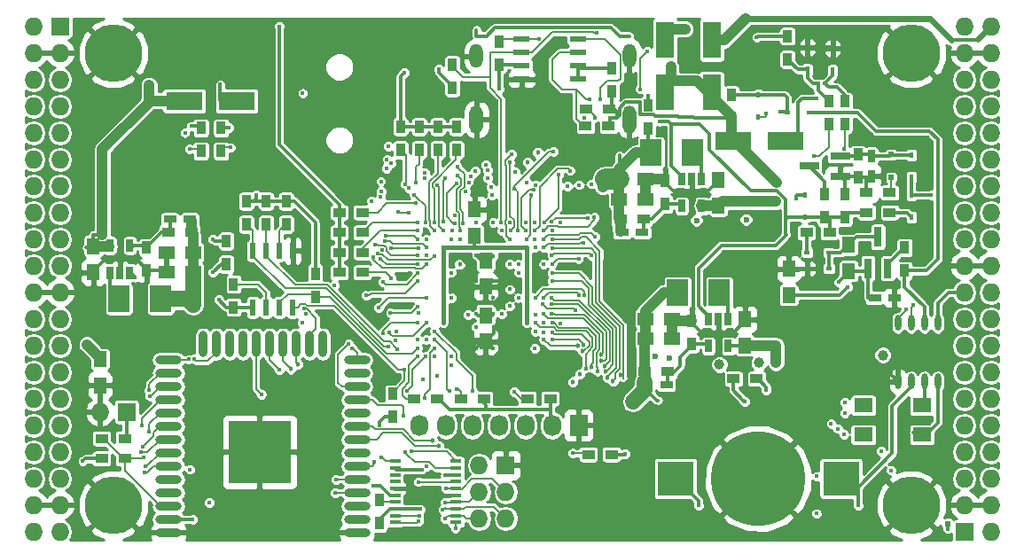
<source format=gbl>
G04 #@! TF.FileFunction,Copper,L4,Bot,Signal*
%FSLAX46Y46*%
G04 Gerber Fmt 4.6, Leading zero omitted, Abs format (unit mm)*
G04 Created by KiCad (PCBNEW 4.0.7+dfsg1-1) date Wed Oct  4 16:48:49 2017*
%MOMM*%
%LPD*%
G01*
G04 APERTURE LIST*
%ADD10C,0.100000*%
%ADD11R,1.800000X3.500000*%
%ADD12R,0.900000X1.200000*%
%ADD13R,2.000000X2.500000*%
%ADD14R,0.700000X1.200000*%
%ADD15R,1.250000X1.500000*%
%ADD16R,1.500000X1.250000*%
%ADD17O,0.609600X1.473200*%
%ADD18R,0.800000X1.900000*%
%ADD19R,1.900000X0.800000*%
%ADD20R,1.200000X0.750000*%
%ADD21R,0.750000X1.200000*%
%ADD22R,1.200000X0.900000*%
%ADD23R,0.600000X1.550000*%
%ADD24R,1.550000X0.600000*%
%ADD25O,2.500000X0.900000*%
%ADD26O,0.900000X2.500000*%
%ADD27R,6.000000X6.000000*%
%ADD28R,1.727200X1.727200*%
%ADD29O,1.727200X1.727200*%
%ADD30C,5.500000*%
%ADD31R,1.000000X0.400000*%
%ADD32R,0.500000X0.500000*%
%ADD33R,1.727200X2.032000*%
%ADD34O,1.727200X2.032000*%
%ADD35R,3.500000X3.300000*%
%ADD36C,9.000000*%
%ADD37O,1.300000X2.700000*%
%ADD38O,1.300000X2.300000*%
%ADD39R,1.800000X1.400000*%
%ADD40R,0.600000X0.450000*%
%ADD41R,0.450000X0.600000*%
%ADD42R,3.500000X1.800000*%
%ADD43C,0.400000*%
%ADD44C,1.000000*%
%ADD45C,0.600000*%
%ADD46C,0.454000*%
%ADD47C,0.300000*%
%ADD48C,1.000000*%
%ADD49C,0.190000*%
%ADD50C,0.600000*%
%ADD51C,0.500000*%
%ADD52C,2.000000*%
%ADD53C,1.500000*%
%ADD54C,0.400000*%
%ADD55C,0.200000*%
%ADD56C,0.254000*%
G04 APERTURE END LIST*
D10*
D11*
X155695000Y-69000000D03*
X155695000Y-64000000D03*
D12*
X154044000Y-72426000D03*
X154044000Y-70226000D03*
D13*
X160870000Y-88090000D03*
X156870000Y-88090000D03*
D14*
X159825000Y-90600000D03*
X160775000Y-90600000D03*
X161725000Y-90600000D03*
X161725000Y-93200000D03*
X159825000Y-93200000D03*
D13*
X158330000Y-74755000D03*
X154330000Y-74755000D03*
D14*
X157285000Y-77235000D03*
X158235000Y-77235000D03*
X159185000Y-77235000D03*
X159185000Y-79835000D03*
X157285000Y-79835000D03*
D13*
X103530000Y-88725000D03*
X107530000Y-88725000D03*
D14*
X104575000Y-86215000D03*
X103625000Y-86215000D03*
X102675000Y-86215000D03*
X102675000Y-83615000D03*
X104575000Y-83615000D03*
D15*
X101085000Y-83665000D03*
X101085000Y-86165000D03*
D16*
X153810000Y-90630000D03*
X156310000Y-90630000D03*
X153810000Y-92535000D03*
X156310000Y-92535000D03*
D15*
X163315000Y-93150000D03*
X163315000Y-90650000D03*
D16*
X151270000Y-79200000D03*
X153770000Y-79200000D03*
X151270000Y-77295000D03*
X153770000Y-77295000D03*
D15*
X160775000Y-79815000D03*
X160775000Y-77315000D03*
D16*
X110590000Y-84280000D03*
X108090000Y-84280000D03*
X110590000Y-86185000D03*
X108090000Y-86185000D03*
D17*
X181730000Y-96599000D03*
X180460000Y-96599000D03*
X179190000Y-96599000D03*
X177920000Y-96599000D03*
X177920000Y-91011000D03*
X179190000Y-91011000D03*
X180460000Y-91011000D03*
X181730000Y-91011000D03*
D15*
X173221000Y-86038000D03*
X173221000Y-83538000D03*
D18*
X176965000Y-85780000D03*
X175065000Y-85780000D03*
X176015000Y-82780000D03*
D19*
X172435000Y-75075000D03*
X172435000Y-76975000D03*
X169435000Y-76025000D03*
D20*
X153910000Y-96910000D03*
X155810000Y-96910000D03*
X151570000Y-82375000D03*
X153470000Y-82375000D03*
X110290000Y-81105000D03*
X108390000Y-81105000D03*
D21*
X175380000Y-75075000D03*
X175380000Y-76975000D03*
D22*
X169200000Y-82375000D03*
X171400000Y-82375000D03*
D12*
X172840000Y-80935000D03*
X172840000Y-78735000D03*
D22*
X177115000Y-80470000D03*
X174915000Y-80470000D03*
D12*
X174110000Y-74925000D03*
X174110000Y-77125000D03*
X178555000Y-83815000D03*
X178555000Y-86015000D03*
X113785000Y-83180000D03*
X113785000Y-85380000D03*
X170935000Y-80935000D03*
X170935000Y-78735000D03*
X128390000Y-107945000D03*
X128390000Y-110145000D03*
D22*
X150572000Y-103584000D03*
X148372000Y-103584000D03*
X177115000Y-78565000D03*
X174915000Y-78565000D03*
X153760000Y-95640000D03*
X155960000Y-95640000D03*
X110440000Y-82375000D03*
X108240000Y-82375000D03*
X151420000Y-81105000D03*
X153620000Y-81105000D03*
D12*
X158235000Y-90800000D03*
X158235000Y-93000000D03*
X106165000Y-86015000D03*
X106165000Y-83815000D03*
X155695000Y-77465000D03*
X155695000Y-79665000D03*
D22*
X126782000Y-86185000D03*
X124582000Y-86185000D03*
X126782000Y-84279000D03*
X124582000Y-84279000D03*
X126782000Y-82375000D03*
X124582000Y-82375000D03*
X126782000Y-80470000D03*
X124582000Y-80470000D03*
D12*
X130422000Y-74458000D03*
X130422000Y-72258000D03*
X132200000Y-74458000D03*
X132200000Y-72258000D03*
X133978000Y-74458000D03*
X133978000Y-72258000D03*
X135756000Y-74458000D03*
X135756000Y-72258000D03*
D23*
X116325000Y-84120000D03*
X117595000Y-84120000D03*
X118865000Y-84120000D03*
X120135000Y-84120000D03*
X120135000Y-89520000D03*
X118865000Y-89520000D03*
X117595000Y-89520000D03*
X116325000Y-89520000D03*
D20*
X175700000Y-88598000D03*
X177600000Y-88598000D03*
D24*
X141980000Y-67705000D03*
X141980000Y-66435000D03*
X141980000Y-65165000D03*
X141980000Y-63895000D03*
X147380000Y-63895000D03*
X147380000Y-65165000D03*
X147380000Y-66435000D03*
X147380000Y-67705000D03*
D25*
X126260434Y-111030338D03*
X126260434Y-109760338D03*
X126260434Y-108490338D03*
X126260434Y-107220338D03*
X126260434Y-105950338D03*
X126260434Y-104680338D03*
X126260434Y-103410338D03*
X126260434Y-102140338D03*
X126260434Y-100870338D03*
X126260434Y-99600338D03*
X126260434Y-98330338D03*
X126260434Y-97060338D03*
X126260434Y-95790338D03*
X126260434Y-94520338D03*
D26*
X122975434Y-93030338D03*
X121705434Y-93030338D03*
X120435434Y-93030338D03*
X119165434Y-93030338D03*
X117895434Y-93030338D03*
X116625434Y-93030338D03*
X115355434Y-93030338D03*
X114085434Y-93030338D03*
X112815434Y-93030338D03*
X111545434Y-93030338D03*
D25*
X108260434Y-94520338D03*
X108260434Y-95790338D03*
X108260434Y-97060338D03*
X108260434Y-98330338D03*
X108260434Y-99600338D03*
X108260434Y-100870338D03*
X108260434Y-102140338D03*
X108260434Y-103410338D03*
X108260434Y-104680338D03*
X108260434Y-105950338D03*
X108260434Y-107220338D03*
X108260434Y-108490338D03*
X108260434Y-109760338D03*
X108260434Y-111030338D03*
D27*
X116960434Y-103330338D03*
D28*
X97910000Y-62690000D03*
D29*
X95370000Y-62690000D03*
X97910000Y-65230000D03*
X95370000Y-65230000D03*
X97910000Y-67770000D03*
X95370000Y-67770000D03*
X97910000Y-70310000D03*
X95370000Y-70310000D03*
X97910000Y-72850000D03*
X95370000Y-72850000D03*
X97910000Y-75390000D03*
X95370000Y-75390000D03*
X97910000Y-77930000D03*
X95370000Y-77930000D03*
X97910000Y-80470000D03*
X95370000Y-80470000D03*
X97910000Y-83010000D03*
X95370000Y-83010000D03*
X97910000Y-85550000D03*
X95370000Y-85550000D03*
X97910000Y-88090000D03*
X95370000Y-88090000D03*
X97910000Y-90630000D03*
X95370000Y-90630000D03*
X97910000Y-93170000D03*
X95370000Y-93170000D03*
X97910000Y-95710000D03*
X95370000Y-95710000D03*
X97910000Y-98250000D03*
X95370000Y-98250000D03*
X97910000Y-100790000D03*
X95370000Y-100790000D03*
X97910000Y-103330000D03*
X95370000Y-103330000D03*
X97910000Y-105870000D03*
X95370000Y-105870000D03*
X97910000Y-108410000D03*
X95370000Y-108410000D03*
X97910000Y-110950000D03*
X95370000Y-110950000D03*
D28*
X184270000Y-110950000D03*
D29*
X186810000Y-110950000D03*
X184270000Y-108410000D03*
X186810000Y-108410000D03*
X184270000Y-105870000D03*
X186810000Y-105870000D03*
X184270000Y-103330000D03*
X186810000Y-103330000D03*
X184270000Y-100790000D03*
X186810000Y-100790000D03*
X184270000Y-98250000D03*
X186810000Y-98250000D03*
X184270000Y-95710000D03*
X186810000Y-95710000D03*
X184270000Y-93170000D03*
X186810000Y-93170000D03*
X184270000Y-90630000D03*
X186810000Y-90630000D03*
X184270000Y-88090000D03*
X186810000Y-88090000D03*
X184270000Y-85550000D03*
X186810000Y-85550000D03*
X184270000Y-83010000D03*
X186810000Y-83010000D03*
X184270000Y-80470000D03*
X186810000Y-80470000D03*
X184270000Y-77930000D03*
X186810000Y-77930000D03*
X184270000Y-75390000D03*
X186810000Y-75390000D03*
X184270000Y-72850000D03*
X186810000Y-72850000D03*
X184270000Y-70310000D03*
X186810000Y-70310000D03*
X184270000Y-67770000D03*
X186810000Y-67770000D03*
X184270000Y-65230000D03*
X186810000Y-65230000D03*
X184270000Y-62690000D03*
X186810000Y-62690000D03*
D30*
X102990000Y-108410000D03*
X179190000Y-108410000D03*
X179190000Y-65230000D03*
X102990000Y-65230000D03*
D12*
X162045000Y-71410000D03*
X162045000Y-69210000D03*
X139820000Y-66330000D03*
X139820000Y-64130000D03*
X135375000Y-68532000D03*
X135375000Y-66332000D03*
X150615000Y-68870000D03*
X150615000Y-66670000D03*
D22*
X150275000Y-72215000D03*
X148075000Y-72215000D03*
X150380000Y-70600000D03*
X148180000Y-70600000D03*
D31*
X135735000Y-104215000D03*
X135735000Y-104865000D03*
X135735000Y-105515000D03*
X135735000Y-106165000D03*
X135735000Y-106815000D03*
X135735000Y-107465000D03*
X135735000Y-108115000D03*
X135735000Y-108765000D03*
X135735000Y-109415000D03*
X135735000Y-110065000D03*
X129935000Y-110065000D03*
X129935000Y-109415000D03*
X129935000Y-108765000D03*
X129935000Y-108115000D03*
X129935000Y-107465000D03*
X129935000Y-106815000D03*
X129935000Y-106165000D03*
X129935000Y-105515000D03*
X129935000Y-104865000D03*
X129935000Y-104215000D03*
D12*
X119500000Y-79370000D03*
X119500000Y-81570000D03*
X114480000Y-89500000D03*
X114480000Y-87300000D03*
X129660000Y-99985000D03*
X129660000Y-97785000D03*
X117595000Y-79370000D03*
X117595000Y-81570000D03*
X122280000Y-86300000D03*
X122280000Y-88500000D03*
X115690000Y-79370000D03*
X115690000Y-81570000D03*
D22*
X144730000Y-98250000D03*
X142530000Y-98250000D03*
X138380000Y-98250000D03*
X136180000Y-98250000D03*
X133935000Y-98250000D03*
X131735000Y-98250000D03*
X101890000Y-103965000D03*
X104090000Y-103965000D03*
D28*
X104260000Y-99520000D03*
D29*
X101720000Y-99520000D03*
D22*
X101890000Y-102060000D03*
X104090000Y-102060000D03*
D15*
X167506000Y-88324000D03*
X167506000Y-85824000D03*
D22*
X164415000Y-96345000D03*
X162215000Y-96345000D03*
D12*
X167379000Y-65822000D03*
X167379000Y-63622000D03*
D28*
X140455000Y-104600000D03*
D29*
X137915000Y-104600000D03*
X140455000Y-107140000D03*
X137915000Y-107140000D03*
X140455000Y-109680000D03*
X137915000Y-109680000D03*
D15*
X138550000Y-90269000D03*
X138550000Y-92769000D03*
X137480000Y-82650000D03*
X137480000Y-80150000D03*
X138550000Y-85042000D03*
X138550000Y-87542000D03*
X101720000Y-94460000D03*
X101720000Y-96960000D03*
D12*
X113277000Y-74585000D03*
X113277000Y-72385000D03*
X111372000Y-74585000D03*
X111372000Y-72385000D03*
X172840000Y-72045000D03*
X172840000Y-69845000D03*
X171316000Y-72045000D03*
X171316000Y-69845000D03*
D32*
X182680000Y-110200000D03*
D33*
X147440000Y-100790000D03*
D34*
X144900000Y-100790000D03*
X142360000Y-100790000D03*
X139820000Y-100790000D03*
X137280000Y-100790000D03*
X134740000Y-100790000D03*
X132200000Y-100790000D03*
D35*
X172485000Y-105870000D03*
X156685000Y-105870000D03*
D36*
X164585000Y-105870000D03*
D37*
X152280000Y-71550000D03*
X137680000Y-71550000D03*
D38*
X137680000Y-65500000D03*
X152280000Y-65500000D03*
D39*
X180212000Y-98882000D03*
X174612000Y-98882000D03*
X174612000Y-101682000D03*
X180212000Y-101682000D03*
D32*
X177285000Y-74925000D03*
X177285000Y-77125000D03*
D40*
X169250000Y-84280000D03*
X171350000Y-84280000D03*
D41*
X179190000Y-80885000D03*
X179190000Y-78785000D03*
X169030000Y-80885000D03*
X169030000Y-78785000D03*
D40*
X171350000Y-85804000D03*
X169250000Y-85804000D03*
D41*
X179190000Y-77075000D03*
X179190000Y-74975000D03*
D40*
X167345000Y-70945000D03*
X169445000Y-70945000D03*
D41*
X164585000Y-69260000D03*
X164585000Y-71360000D03*
X169284000Y-66788000D03*
X169284000Y-64688000D03*
X171697000Y-66881000D03*
X171697000Y-64781000D03*
D42*
X109761000Y-69802000D03*
X114761000Y-69802000D03*
X167212000Y-73612000D03*
X162212000Y-73612000D03*
D11*
X160140000Y-64000000D03*
X160140000Y-69000000D03*
D43*
X139575609Y-69792857D03*
D44*
X116880503Y-64802940D03*
X106974809Y-64953974D03*
X175210328Y-64948943D03*
X165417246Y-64954666D03*
D43*
X175495631Y-71457432D03*
X146468970Y-70993942D03*
X144978424Y-71024054D03*
X143480350Y-71016526D03*
X142000564Y-71008511D03*
X113273209Y-99681387D03*
X147987361Y-71377791D03*
X144102010Y-84600000D03*
X132880424Y-84561218D03*
X135567436Y-80702302D03*
X132810347Y-82177990D03*
X145713035Y-91022010D03*
X145680000Y-94177990D03*
X177285000Y-95710000D03*
D44*
X177229911Y-82281349D03*
D43*
X170046000Y-85804000D03*
D45*
X164741832Y-81130572D03*
D43*
X120770000Y-72215000D03*
D45*
X161067993Y-81216119D03*
D44*
X158233687Y-94852616D03*
X162992748Y-94820185D03*
D45*
X156280000Y-81210838D03*
D43*
X131254529Y-86251357D03*
X140880000Y-81400000D03*
X136085174Y-89394826D03*
X145680000Y-81400000D03*
X120430000Y-97050000D03*
X150080000Y-81600000D03*
X131280000Y-89400000D03*
X133690245Y-94180159D03*
X140874194Y-91433353D03*
X145680000Y-85422010D03*
X135280000Y-95000000D03*
X135280000Y-94200000D03*
X142480000Y-94200000D03*
X140880000Y-93400000D03*
X139280000Y-93400000D03*
X137680000Y-93400000D03*
X136080000Y-93400000D03*
X136880000Y-92600000D03*
X135280000Y-92600000D03*
X132880000Y-91800000D03*
X132880000Y-93400000D03*
D46*
X141042859Y-86994997D03*
X139280000Y-87000000D03*
X136110990Y-86995403D03*
X137680000Y-87000000D03*
X136080000Y-84600000D03*
X139280000Y-88600000D03*
X139312644Y-91359700D03*
D44*
X156235582Y-66548363D03*
D43*
X127801946Y-106537732D03*
D44*
X166321614Y-77572282D03*
X166248957Y-79408030D03*
X101932065Y-82585048D03*
X106417803Y-68312483D03*
X166280000Y-94800000D03*
D43*
X112134000Y-108156000D03*
X150457224Y-71377791D03*
X172289562Y-87124051D03*
D44*
X157600000Y-62944000D03*
D43*
X139820000Y-68665673D03*
X128441330Y-100758313D03*
X172834633Y-99599920D03*
X172879922Y-98618650D03*
X176305593Y-103279812D03*
X165349214Y-97422919D03*
D44*
X160875897Y-94988750D03*
D43*
X164433885Y-63737451D03*
X148639876Y-77729346D03*
D44*
X149751640Y-78029346D03*
D43*
X134079160Y-66786153D03*
X109828000Y-72830000D03*
X116654336Y-78777990D03*
D44*
X176474303Y-94069095D03*
D43*
X173094000Y-87582000D03*
D44*
X100479904Y-93063904D03*
D45*
X163422030Y-81120665D03*
X154726292Y-94171363D03*
X156077107Y-94380779D03*
X158680000Y-81210838D03*
D43*
X112515000Y-83010000D03*
X181065000Y-78785000D03*
X110529662Y-109760338D03*
X110280000Y-105000000D03*
X100080000Y-104200000D03*
X113080000Y-88800000D03*
D44*
X164653770Y-94825547D03*
D43*
X137665894Y-91402446D03*
X135273306Y-88618602D03*
X139272517Y-84611349D03*
X137680556Y-84534085D03*
X141680000Y-86200000D03*
X135280000Y-86200000D03*
X132880000Y-92600000D03*
X132080000Y-92600000D03*
X141680000Y-88600000D03*
X141680000Y-85400000D03*
D44*
X152621047Y-98519969D03*
D43*
X136885174Y-90194826D03*
X140094890Y-90122990D03*
X139280000Y-90122990D03*
X140880000Y-89400000D03*
X137680000Y-90172990D03*
X140880000Y-87800000D03*
X140880000Y-85400000D03*
D46*
X136080000Y-85400000D03*
D43*
X121369010Y-90164222D03*
X130022933Y-91834237D03*
X121036481Y-91008234D03*
X129902064Y-92678248D03*
D44*
X110617371Y-89287199D03*
D43*
X142480000Y-91000000D03*
X142480000Y-83800000D03*
X134480000Y-83800000D03*
X134480000Y-91000000D03*
X105037711Y-86632990D03*
X155149360Y-71764535D03*
X121086654Y-69078528D03*
X170182962Y-69571012D03*
X174110000Y-108410000D03*
X158870000Y-108410000D03*
X134750646Y-106810513D03*
X137288700Y-97538741D03*
X133680000Y-91800000D03*
D46*
X134074414Y-102752225D03*
D43*
X134675868Y-108131585D03*
X135085458Y-97531790D03*
D46*
X133449289Y-102232615D03*
D43*
X133680000Y-92600000D03*
X127935466Y-104261259D03*
X132936956Y-104698915D03*
X134463998Y-108841973D03*
X132752670Y-98178920D03*
X133685668Y-93402482D03*
X134636872Y-109719950D03*
X130714529Y-99901000D03*
X131039363Y-97487286D03*
X132846234Y-94197073D03*
X118858690Y-62658970D03*
X130761990Y-67119621D03*
X148477832Y-69619684D03*
X149475951Y-69619684D03*
X148991194Y-71377791D03*
X153984196Y-65077116D03*
X153322343Y-68673419D03*
X143650666Y-63862520D03*
X178665908Y-89713903D03*
X149183754Y-63257114D03*
X179375977Y-89317806D03*
X140035989Y-81400000D03*
X128776655Y-87110882D03*
X132077895Y-86272150D03*
X117121665Y-97817265D03*
X118843798Y-95498222D03*
D46*
X119978162Y-95412951D03*
X120634035Y-94977604D03*
D43*
X113212238Y-68244401D03*
X166678914Y-70803555D03*
X146387166Y-77939336D03*
X147480000Y-77822010D03*
X131453853Y-103296209D03*
X144891634Y-91008466D03*
D46*
X148653935Y-95249010D03*
X149565978Y-94054788D03*
D43*
X144867244Y-90164455D03*
D46*
X150720500Y-96575802D03*
D43*
X144890381Y-83866022D03*
D46*
X151448039Y-95951686D03*
D43*
X144894101Y-83022010D03*
D46*
X150149219Y-96229829D03*
D43*
X144901285Y-86268736D03*
D46*
X150033441Y-95660469D03*
D43*
X144888562Y-86993817D03*
D46*
X149952517Y-95085120D03*
D43*
X144877648Y-88622010D03*
D46*
X149584522Y-94635504D03*
D43*
X144810610Y-89177990D03*
X144895773Y-91874444D03*
D46*
X147777713Y-93691005D03*
X147356233Y-93219138D03*
D43*
X144102010Y-92600000D03*
D46*
X147915304Y-93060979D03*
D43*
X144882352Y-92577990D03*
X130807074Y-95454141D03*
X130141304Y-93529144D03*
X132080000Y-93400000D03*
X129254670Y-93244631D03*
X133919980Y-96038729D03*
X141280000Y-97600000D03*
X132572818Y-96383863D03*
X135770000Y-97338127D03*
X132080000Y-94200000D03*
X128669601Y-84020243D03*
X105906712Y-103816552D03*
X129459184Y-90039192D03*
X132080000Y-89444020D03*
X130839486Y-103354982D03*
X128602801Y-103831529D03*
X132162861Y-106185868D03*
X128321313Y-89539949D03*
X132880000Y-88600000D03*
X127145130Y-88379076D03*
X124253981Y-105982535D03*
X132080000Y-87000000D03*
X125827283Y-93452662D03*
X124202418Y-107207639D03*
D46*
X142530990Y-75662841D03*
X143525587Y-74749772D03*
D43*
X110313517Y-74380698D03*
X132146108Y-109940263D03*
X114166000Y-74247000D03*
X132189000Y-109415000D03*
X135567436Y-81489225D03*
X135767546Y-77648547D03*
X134702010Y-77200000D03*
X134471354Y-81347908D03*
X132761172Y-77202673D03*
X132737245Y-76676207D03*
X128545566Y-77476577D03*
X127643658Y-79355564D03*
X110718734Y-94451783D03*
X128515897Y-78994176D03*
X110193102Y-94489889D03*
X128569727Y-78469921D03*
X106412639Y-97453606D03*
X131230910Y-78113843D03*
X106479997Y-97976296D03*
X131709326Y-78745875D03*
X132783332Y-81399993D03*
X129016746Y-82660638D03*
X105679715Y-100783924D03*
X132084821Y-83022010D03*
X128948848Y-83183258D03*
X106401171Y-101377901D03*
X132886504Y-83777990D03*
X129513931Y-83860979D03*
X105803161Y-102850427D03*
X132117443Y-83866021D03*
X127966259Y-83527946D03*
X105651866Y-103355255D03*
X132079996Y-84503337D03*
X128256283Y-84387285D03*
X106023598Y-104697574D03*
X133671942Y-84595200D03*
X127824162Y-84688968D03*
X105973679Y-105248709D03*
X132875802Y-85428138D03*
D46*
X146862501Y-96617499D03*
X147534467Y-95913260D03*
D43*
X148102806Y-95339021D03*
X143280000Y-91000000D03*
X149207706Y-95605291D03*
X144082424Y-90132858D03*
X143989948Y-89177990D03*
X147125926Y-89802879D03*
X143281824Y-90201951D03*
X144102010Y-85397219D03*
X147422472Y-84858593D03*
X144886544Y-85385186D03*
X144102010Y-83000000D03*
X148975652Y-82755341D03*
X144885092Y-82177990D03*
X147470668Y-88324835D03*
X144082832Y-88584510D03*
X147997681Y-88324844D03*
X143278026Y-88595030D03*
X144102010Y-82185600D03*
X148935852Y-80899014D03*
X148337768Y-80975785D03*
X144866392Y-81333979D03*
X139280000Y-81400000D03*
X139145358Y-78809170D03*
X139040624Y-78036724D03*
X138723613Y-77165705D03*
X138593844Y-75910161D03*
X138716105Y-76425854D03*
X137680000Y-81400000D03*
X137538026Y-76510532D03*
X137116016Y-76974740D03*
X136928568Y-77562978D03*
X136634118Y-78451672D03*
X135830689Y-76094515D03*
X136411444Y-81497309D03*
X148668800Y-84550385D03*
X144877691Y-84532933D03*
X144102010Y-83800000D03*
X147894174Y-83335809D03*
X142851623Y-78759750D03*
X142473549Y-82998913D03*
X143105106Y-78295223D03*
X142396423Y-82191394D03*
X145494012Y-76834828D03*
X144146021Y-81374784D03*
X143331797Y-77819457D03*
X146627648Y-76461302D03*
X143257990Y-82207154D03*
X143257990Y-81379632D03*
X145017056Y-74655847D03*
X141318978Y-78199263D03*
X141657990Y-82130345D03*
X142413979Y-81382236D03*
X140080000Y-82200000D03*
X141342967Y-76554996D03*
X141046643Y-74873804D03*
X140864029Y-83041403D03*
X140890207Y-75681941D03*
X140924011Y-82179283D03*
X129542604Y-86703515D03*
X132880000Y-83022010D03*
X132080000Y-82177990D03*
X132080000Y-81400000D03*
X131847310Y-79589886D03*
X130856828Y-77742623D03*
X131923295Y-77584853D03*
X133654358Y-82177990D03*
X133627343Y-81396408D03*
X129336756Y-91938993D03*
X132880000Y-91000000D03*
X128770628Y-92009836D03*
X132077648Y-90977990D03*
X130196821Y-80377733D03*
X131180000Y-80500000D03*
X128489708Y-84867377D03*
X132079620Y-85428138D03*
X165326966Y-71026598D03*
X134501414Y-82177578D03*
X133922194Y-77854836D03*
X135656559Y-110610712D03*
X132448438Y-104994496D03*
X146844288Y-103452739D03*
X134707351Y-105508447D03*
X132280000Y-108800000D03*
X112515000Y-86185000D03*
X163277422Y-98501717D03*
X170126036Y-109212466D03*
X170157734Y-105666345D03*
X169895346Y-75092988D03*
X143257990Y-83000000D03*
X168166438Y-79108038D03*
X151896383Y-103510715D03*
X114039000Y-72342000D03*
X110483000Y-72215000D03*
X177274002Y-105079115D03*
X143258015Y-93423150D03*
X172761273Y-101651681D03*
X143280000Y-91800000D03*
X172193360Y-101105663D03*
X144064831Y-91877646D03*
X171540304Y-100645743D03*
X144080000Y-91000000D03*
X154044000Y-69294000D03*
X129061632Y-76229575D03*
X135280000Y-83022010D03*
X129493343Y-75737814D03*
X136080000Y-83000000D03*
X129122249Y-75363607D03*
X135345425Y-82176814D03*
X129252218Y-74142461D03*
X135830698Y-76905381D03*
X136080000Y-82200000D03*
X172746637Y-74347988D03*
X143280000Y-83800000D03*
X142480000Y-77600000D03*
X170300000Y-68151000D03*
X170950000Y-68125562D03*
X125480000Y-93000000D03*
X121206217Y-89662983D03*
X132156079Y-90030946D03*
X182654362Y-110665838D03*
X124080000Y-87400000D03*
X124080000Y-87400000D03*
D47*
X138630000Y-63600000D02*
X139449896Y-62780104D01*
X137680000Y-63000000D02*
X137680000Y-63600000D01*
X150510104Y-62780104D02*
X151330000Y-63600000D01*
X137680000Y-63600000D02*
X138630000Y-63600000D01*
X139449896Y-62780104D02*
X150510104Y-62780104D01*
X151330000Y-63600000D02*
X152280000Y-63600000D01*
X139312644Y-91359700D02*
X139312644Y-92006356D01*
X139312644Y-92006356D02*
X138550000Y-92769000D01*
X136880000Y-92600000D02*
X136080000Y-93400000D01*
X136880000Y-92600000D02*
X137680000Y-93400000D01*
X136880000Y-92600000D02*
X138381000Y-92600000D01*
X138381000Y-92600000D02*
X138550000Y-92769000D01*
X135280000Y-92600000D02*
X136880000Y-92600000D01*
X135280000Y-92600000D02*
X136080000Y-93400000D01*
X138550000Y-92769000D02*
X138649000Y-92769000D01*
X138649000Y-92769000D02*
X139280000Y-93400000D01*
X138550000Y-92769000D02*
X138311000Y-92769000D01*
X138311000Y-92769000D02*
X137680000Y-93400000D01*
X136772000Y-93785000D02*
X136465000Y-93785000D01*
X136465000Y-93785000D02*
X136080000Y-93400000D01*
X136772000Y-93785000D02*
X137295000Y-93785000D01*
X137295000Y-93785000D02*
X137680000Y-93400000D01*
X137822857Y-69792857D02*
X139292767Y-69792857D01*
X137680000Y-69650000D02*
X137822857Y-69792857D01*
X139292767Y-69792857D02*
X139575609Y-69792857D01*
X132202804Y-107453326D02*
X131572496Y-106823018D01*
X135747661Y-107453326D02*
X132202804Y-107453326D01*
X131572496Y-106823018D02*
X129919874Y-106823018D01*
X175042385Y-64781000D02*
X175210328Y-64948943D01*
X171697000Y-64781000D02*
X175042385Y-64781000D01*
X165683912Y-64688000D02*
X165417246Y-64954666D01*
X169284000Y-64688000D02*
X165683912Y-64688000D01*
X169284000Y-64688000D02*
X171604000Y-64688000D01*
X171604000Y-64688000D02*
X171697000Y-64781000D01*
X177285000Y-95710000D02*
X177285000Y-95964000D01*
X177285000Y-95964000D02*
X177920000Y-96599000D01*
X167506000Y-85824000D02*
X169230000Y-85824000D01*
X169230000Y-85824000D02*
X169250000Y-85804000D01*
X169250000Y-85804000D02*
X170046000Y-85804000D01*
X102210000Y-84915000D02*
X103625000Y-84915000D01*
X103625000Y-84915000D02*
X105215000Y-84915000D01*
X103625000Y-86215000D02*
X103625000Y-84915000D01*
X105215000Y-84915000D02*
X106165000Y-85865000D01*
X106165000Y-85865000D02*
X106165000Y-86015000D01*
X101085000Y-86165000D02*
X101085000Y-86040000D01*
X101085000Y-86040000D02*
X102210000Y-84915000D01*
X106165000Y-86015000D02*
X107920000Y-86015000D01*
X107920000Y-86015000D02*
X108090000Y-86185000D01*
D48*
X153770000Y-77295000D02*
X155525000Y-77295000D01*
D47*
X155525000Y-77295000D02*
X155695000Y-77465000D01*
D48*
X153770000Y-79200000D02*
X153770000Y-77295000D01*
D47*
X174110000Y-77125000D02*
X174745000Y-77125000D01*
X174745000Y-77125000D02*
X175230000Y-77125000D01*
X174915000Y-78565000D02*
X174915000Y-77295000D01*
X174915000Y-77295000D02*
X174745000Y-77125000D01*
X172840000Y-78735000D02*
X172840000Y-77380000D01*
X172840000Y-77380000D02*
X172435000Y-76975000D01*
X175230000Y-77125000D02*
X175380000Y-76975000D01*
X172435000Y-76975000D02*
X173960000Y-76975000D01*
X173960000Y-76975000D02*
X174110000Y-77125000D01*
X137680000Y-86200000D02*
X137680000Y-86600000D01*
X136080000Y-84600000D02*
X137680000Y-86200000D01*
X159850000Y-78365000D02*
X158235000Y-78365000D01*
X158235000Y-78365000D02*
X156445000Y-78365000D01*
X158235000Y-77235000D02*
X158235000Y-78365000D01*
X160775000Y-77315000D02*
X160775000Y-77440000D01*
X160775000Y-77440000D02*
X159850000Y-78365000D01*
X156445000Y-78365000D02*
X155695000Y-77615000D01*
X155695000Y-77615000D02*
X155695000Y-77465000D01*
D48*
X156310000Y-90630000D02*
X156310000Y-92535000D01*
X158235000Y-90800000D02*
X156480000Y-90800000D01*
D47*
X156480000Y-90800000D02*
X156310000Y-90630000D01*
X163315000Y-90650000D02*
X163315000Y-90834602D01*
X163315000Y-90834602D02*
X162249602Y-91900000D01*
X162249602Y-91900000D02*
X160775000Y-91900000D01*
X101085000Y-86165000D02*
X101085000Y-85929893D01*
X106165000Y-85944374D02*
X106165000Y-86015000D01*
X159185000Y-91900000D02*
X160775000Y-91900000D01*
X160775000Y-90600000D02*
X160775000Y-91900000D01*
X158235000Y-90800000D02*
X158235000Y-90950000D01*
X158235000Y-90950000D02*
X159185000Y-91900000D01*
X108090000Y-84280000D02*
X108090000Y-86185000D01*
X107625000Y-84745000D02*
X108090000Y-84280000D01*
X108070000Y-84260000D02*
X108090000Y-84280000D01*
X141037856Y-87000000D02*
X141042859Y-86994997D01*
X139280000Y-87000000D02*
X141037856Y-87000000D01*
X136432016Y-86995403D02*
X136110990Y-86995403D01*
X137284597Y-86995403D02*
X136432016Y-86995403D01*
X137680000Y-86600000D02*
X137284597Y-86995403D01*
X137680000Y-86600000D02*
X137680000Y-87000000D01*
D49*
X138029000Y-66332000D02*
X138115000Y-66246000D01*
D47*
X160140000Y-69000000D02*
X160140000Y-69850000D01*
X160140000Y-69850000D02*
X161700000Y-71410000D01*
X161700000Y-71410000D02*
X162045000Y-71410000D01*
D48*
X162045000Y-71410000D02*
X162045000Y-71260000D01*
X156235582Y-67716832D02*
X156235582Y-66548363D01*
X162045000Y-71260000D02*
X158681338Y-67896338D01*
X158681338Y-67896338D02*
X156415088Y-67896338D01*
X156415088Y-67896338D02*
X156235582Y-67716832D01*
D47*
X156235582Y-66578582D02*
X156235582Y-66548363D01*
X128084788Y-106537732D02*
X127801946Y-106537732D01*
X128531334Y-106537732D02*
X128084788Y-106537732D01*
X129458602Y-107465000D02*
X128531334Y-106537732D01*
X129935000Y-107465000D02*
X129458602Y-107465000D01*
D48*
X162045000Y-73295668D02*
X165821615Y-77072283D01*
X162045000Y-71410000D02*
X162045000Y-73295668D01*
X165821615Y-77072283D02*
X166321614Y-77572282D01*
X160790000Y-79800000D02*
X161181970Y-79408030D01*
X161181970Y-79408030D02*
X165541851Y-79408030D01*
X165541851Y-79408030D02*
X166248957Y-79408030D01*
D47*
X101085000Y-82615000D02*
X101114952Y-82585048D01*
X101114952Y-82585048D02*
X101224959Y-82585048D01*
X101085000Y-83665000D02*
X101085000Y-82615000D01*
D48*
X101932065Y-81877942D02*
X101932065Y-82585048D01*
X101932065Y-74415935D02*
X101932065Y-81877942D01*
X106407114Y-69940886D02*
X101932065Y-74415935D01*
D47*
X101224959Y-82585048D02*
X101932065Y-82585048D01*
X151080000Y-71400000D02*
X151352990Y-71127010D01*
X158407951Y-71315988D02*
X158501963Y-71410000D01*
X151352990Y-71127010D02*
X151352990Y-70466020D01*
X153372399Y-71103001D02*
X154568521Y-71103001D01*
X158501963Y-71410000D02*
X162045000Y-71410000D01*
X151352990Y-70466020D02*
X151896020Y-69922990D01*
X153316999Y-69896923D02*
X153316999Y-71047601D01*
X156924522Y-71275510D02*
X156965000Y-71315988D01*
X151896020Y-69922990D02*
X152557010Y-69922990D01*
X152557010Y-69922990D02*
X152583077Y-69896923D01*
X152583077Y-69896923D02*
X153316999Y-69896923D01*
X156965000Y-71315988D02*
X158407951Y-71315988D01*
X153316999Y-71047601D02*
X153372399Y-71103001D01*
X154568521Y-71103001D02*
X154741030Y-71275510D01*
X154741030Y-71275510D02*
X156924522Y-71275510D01*
D48*
X106417803Y-69019589D02*
X106417803Y-68312483D01*
X106417803Y-69930197D02*
X106417803Y-69019589D01*
X106407114Y-69940886D02*
X106417803Y-69930197D01*
X166280000Y-93150000D02*
X166280000Y-94800000D01*
D47*
X110610000Y-69548000D02*
X110610000Y-69802000D01*
X150457224Y-71377791D02*
X150457224Y-72032776D01*
X150457224Y-72032776D02*
X150275000Y-72215000D01*
D48*
X109975000Y-69802000D02*
X106546000Y-69802000D01*
X106546000Y-69802000D02*
X106419000Y-69929000D01*
D47*
X162045000Y-71753000D02*
X162045000Y-71410000D01*
X151057791Y-71377791D02*
X150740066Y-71377791D01*
X150740066Y-71377791D02*
X150457224Y-71377791D01*
X151080000Y-71400000D02*
X151057791Y-71377791D01*
X172289562Y-87094438D02*
X172289562Y-87124051D01*
X173221000Y-86163000D02*
X172289562Y-87094438D01*
X173221000Y-86038000D02*
X173221000Y-86163000D01*
X175065000Y-88598000D02*
X175065000Y-85780000D01*
X175700000Y-88598000D02*
X175065000Y-88598000D01*
D48*
X106419000Y-69929000D02*
X106407114Y-69940886D01*
D47*
X106419000Y-69675000D02*
X106419000Y-69929000D01*
X100572432Y-83665000D02*
X100424079Y-83813353D01*
X101085000Y-83665000D02*
X100572432Y-83665000D01*
X160790000Y-79800000D02*
X160775000Y-79815000D01*
D48*
X163315000Y-93150000D02*
X166280000Y-93150000D01*
D47*
X160775000Y-79940000D02*
X160775000Y-79815000D01*
X164925000Y-93150000D02*
X164240000Y-93150000D01*
X164240000Y-93150000D02*
X163315000Y-93150000D01*
X101085000Y-83665000D02*
X101085000Y-83790000D01*
X151080000Y-71400000D02*
X151080000Y-70838120D01*
X151080000Y-70838120D02*
X150615000Y-70373120D01*
X150615000Y-70373120D02*
X150615000Y-69995990D01*
X150615000Y-69995990D02*
X150615000Y-68870000D01*
D48*
X159185000Y-79835000D02*
X160755000Y-79835000D01*
D47*
X160755000Y-79835000D02*
X160775000Y-79815000D01*
X161725000Y-93200000D02*
X163265000Y-93200000D01*
X163265000Y-93200000D02*
X163315000Y-93150000D01*
X173221000Y-86038000D02*
X174807000Y-86038000D01*
X174807000Y-86038000D02*
X175065000Y-85780000D01*
D48*
X101085000Y-83665000D02*
X102625000Y-83665000D01*
D47*
X102625000Y-83665000D02*
X102675000Y-83615000D01*
X155695000Y-64000000D02*
X155695000Y-63368337D01*
X155695000Y-63368337D02*
X156119337Y-62944000D01*
D48*
X156119337Y-62944000D02*
X157600000Y-62944000D01*
X160140000Y-64000000D02*
X161340000Y-64000000D01*
X161340000Y-64000000D02*
X163399217Y-61940783D01*
D50*
X163399217Y-61940783D02*
X180980783Y-61940783D01*
D51*
X185540000Y-63960000D02*
X186810000Y-62690000D01*
D50*
X180980783Y-61940783D02*
X183000000Y-63960000D01*
D47*
X183000000Y-63960000D02*
X185540000Y-63960000D01*
X138550000Y-85042000D02*
X138188471Y-85042000D01*
X138188471Y-85042000D02*
X137680556Y-84534085D01*
X138550000Y-85042000D02*
X138841866Y-85042000D01*
X138841866Y-85042000D02*
X139272517Y-84611349D01*
X137680556Y-84534085D02*
X139195253Y-84534085D01*
X139195253Y-84534085D02*
X139272517Y-84611349D01*
X139820000Y-66330000D02*
X139820000Y-68665673D01*
X128441330Y-100475471D02*
X128441330Y-100758313D01*
X128441330Y-100453670D02*
X128441330Y-100475471D01*
X128910000Y-99985000D02*
X128441330Y-100453670D01*
X129660000Y-99985000D02*
X128910000Y-99985000D01*
X165349214Y-97129214D02*
X165349214Y-97422919D01*
X164565000Y-96345000D02*
X165349214Y-97129214D01*
X164415000Y-96345000D02*
X164565000Y-96345000D01*
X164549336Y-63622000D02*
X164433885Y-63737451D01*
X167379000Y-63622000D02*
X164549336Y-63622000D01*
D48*
X149784145Y-77289735D02*
X149751640Y-77322240D01*
X149751640Y-77322240D02*
X149751640Y-78029346D01*
X149993577Y-77289735D02*
X149784145Y-77289735D01*
D47*
X134079160Y-67068995D02*
X134079160Y-66786153D01*
X134079160Y-67086160D02*
X134079160Y-67068995D01*
X135375000Y-68382000D02*
X134079160Y-67086160D01*
X135375000Y-68532000D02*
X135375000Y-68382000D01*
X154044000Y-72426000D02*
X154044000Y-74469000D01*
X154044000Y-74469000D02*
X154330000Y-74755000D01*
X116654336Y-79155664D02*
X116654336Y-79060832D01*
X115690000Y-79370000D02*
X116440000Y-79370000D01*
X116440000Y-79370000D02*
X116654336Y-79155664D01*
X116654336Y-79060832D02*
X116654336Y-78777990D01*
X181730000Y-89106000D02*
X182746000Y-88090000D01*
X182746000Y-88090000D02*
X184270000Y-88090000D01*
X181730000Y-91011000D02*
X181730000Y-89106000D01*
X172352000Y-88324000D02*
X173094000Y-87582000D01*
X167506000Y-88324000D02*
X172352000Y-88324000D01*
X100479904Y-93094904D02*
X100479904Y-93063904D01*
D48*
X101720000Y-94335000D02*
X100479904Y-93094904D01*
D47*
X101720000Y-94460000D02*
X101720000Y-94335000D01*
X151330000Y-75000000D02*
X151330000Y-77235000D01*
X151330000Y-77235000D02*
X151270000Y-77295000D01*
X138380000Y-98250000D02*
X138380000Y-98686358D01*
X138380000Y-98686358D02*
X138550000Y-98856358D01*
X138550000Y-98856358D02*
X138550000Y-99266000D01*
X135101000Y-99266000D02*
X138550000Y-99266000D01*
X138550000Y-99266000D02*
X144730000Y-99266000D01*
X144730000Y-98250000D02*
X144730000Y-99266000D01*
X144730000Y-99266000D02*
X144730000Y-99400000D01*
X133935000Y-98250000D02*
X134085000Y-98250000D01*
X134085000Y-98250000D02*
X135101000Y-99266000D01*
X144730000Y-99400000D02*
X144730000Y-100620000D01*
X113785000Y-83180000D02*
X112685000Y-83180000D01*
X112685000Y-83180000D02*
X112515000Y-83010000D01*
X122280000Y-86300000D02*
X122280000Y-81400000D01*
X122280000Y-81400000D02*
X120250000Y-79370000D01*
X120250000Y-79370000D02*
X119500000Y-79370000D01*
X179190000Y-78785000D02*
X181065000Y-78785000D01*
X108260434Y-109760338D02*
X110529662Y-109760338D01*
X179190000Y-77075000D02*
X179190000Y-78785000D01*
X100315000Y-103965000D02*
X100080000Y-104200000D01*
X101890000Y-103965000D02*
X100315000Y-103965000D01*
X117595000Y-79370000D02*
X119500000Y-79370000D01*
X115690000Y-79370000D02*
X117595000Y-79370000D01*
X114480000Y-89500000D02*
X113780000Y-89500000D01*
X113780000Y-89500000D02*
X113080000Y-88800000D01*
X114480000Y-89500000D02*
X116305000Y-89500000D01*
X116305000Y-89500000D02*
X116325000Y-89520000D01*
X144900000Y-98250000D02*
X144730000Y-98250000D01*
X138380000Y-98250000D02*
X138530000Y-98250000D01*
X144730000Y-100620000D02*
X144900000Y-100790000D01*
X139820000Y-66330000D02*
X141875000Y-66330000D01*
X141875000Y-66330000D02*
X141980000Y-66435000D01*
D48*
X151270000Y-77295000D02*
X151264735Y-77289735D01*
D52*
X151264735Y-77289735D02*
X149993577Y-77289735D01*
D48*
X151270000Y-77295000D02*
X151270000Y-76370000D01*
D47*
X152885000Y-74755000D02*
X153030000Y-74755000D01*
D48*
X151270000Y-76370000D02*
X152885000Y-74755000D01*
X153030000Y-74755000D02*
X154330000Y-74755000D01*
X151420000Y-81105000D02*
X151420000Y-82225000D01*
D47*
X151420000Y-82225000D02*
X151570000Y-82375000D01*
D48*
X151270000Y-79200000D02*
X151270000Y-80955000D01*
D47*
X151270000Y-80955000D02*
X151420000Y-81105000D01*
D48*
X151270000Y-77295000D02*
X151270000Y-79200000D01*
D47*
X151790000Y-76775000D02*
X151270000Y-77295000D01*
X160870000Y-88090000D02*
X161725000Y-88945000D01*
X161725000Y-88945000D02*
X161725000Y-90600000D01*
X159185000Y-77235000D02*
X159185000Y-75610000D01*
X159185000Y-75610000D02*
X158330000Y-74755000D01*
X138550000Y-90269000D02*
X137776010Y-90269000D01*
X137776010Y-90269000D02*
X137680000Y-90172990D01*
X138550000Y-90269000D02*
X139133990Y-90269000D01*
X139133990Y-90269000D02*
X139280000Y-90122990D01*
X155030000Y-98400000D02*
X154905000Y-98400000D01*
X154905000Y-98400000D02*
X153733519Y-97228519D01*
X153733519Y-97228519D02*
X153733519Y-96686345D01*
D48*
X153701005Y-95301005D02*
X153810000Y-95410000D01*
X153701005Y-92643995D02*
X153701005Y-95301005D01*
X153810000Y-92535000D02*
X153701005Y-92643995D01*
D47*
X153810000Y-95410000D02*
X154110000Y-95710000D01*
X154110000Y-95710000D02*
X154110000Y-96385000D01*
D53*
X153121046Y-98019970D02*
X152621047Y-98519969D01*
X153733519Y-97407497D02*
X153121046Y-98019970D01*
X153733519Y-96686345D02*
X153733519Y-97407497D01*
D48*
X156870000Y-88090000D02*
X155570000Y-88090000D01*
X155570000Y-88090000D02*
X153810000Y-89850000D01*
X153810000Y-89850000D02*
X153810000Y-90630000D01*
X153810000Y-92535000D02*
X153810000Y-90630000D01*
D47*
X153695000Y-90515000D02*
X153810000Y-90630000D01*
X156010000Y-95710000D02*
X156524914Y-95710000D01*
X156524914Y-95710000D02*
X157145126Y-95089788D01*
X157145126Y-95089788D02*
X157145126Y-94239874D01*
X157145126Y-94239874D02*
X158235000Y-93150000D01*
X158235000Y-93150000D02*
X158235000Y-93000000D01*
X155960000Y-95640000D02*
X155960000Y-96760000D01*
X155960000Y-96760000D02*
X155810000Y-96910000D01*
X158235000Y-93000000D02*
X159625000Y-93000000D01*
X159625000Y-93000000D02*
X159825000Y-93200000D01*
D54*
X134480000Y-83800000D02*
X137480000Y-83800000D01*
D47*
X137480000Y-82650000D02*
X137480000Y-83800000D01*
D54*
X137480000Y-83800000D02*
X142480000Y-83800000D01*
D53*
X110055172Y-88725000D02*
X107530000Y-88725000D01*
X110617371Y-89287199D02*
X110055172Y-88725000D01*
D47*
X110590000Y-89259828D02*
X110617371Y-89287199D01*
D53*
X110590000Y-86185000D02*
X110590000Y-89259828D01*
D54*
X142480000Y-83800000D02*
X142480000Y-91000000D01*
X134480000Y-91000000D02*
X134480000Y-83800000D01*
D48*
X110440000Y-82375000D02*
X110440000Y-81255000D01*
D47*
X110440000Y-81255000D02*
X110290000Y-81105000D01*
D48*
X110590000Y-84280000D02*
X110590000Y-82525000D01*
D47*
X110590000Y-82525000D02*
X110440000Y-82375000D01*
D48*
X110590000Y-86185000D02*
X110590000Y-84280000D01*
D47*
X110070000Y-86705000D02*
X110590000Y-86185000D01*
X102675000Y-86215000D02*
X102675000Y-87870000D01*
X102675000Y-87870000D02*
X103530000Y-88725000D01*
X156280000Y-72000000D02*
X159003987Y-72000000D01*
X159003987Y-72000000D02*
X159926293Y-72922306D01*
X159926293Y-72922306D02*
X159926293Y-74478638D01*
X159926293Y-74478638D02*
X163850815Y-78403160D01*
X167183550Y-79228973D02*
X167183550Y-81105000D01*
X163850815Y-78403160D02*
X166357737Y-78403160D01*
X166357737Y-78403160D02*
X167183550Y-79228973D01*
X104619721Y-86215000D02*
X104837712Y-86432991D01*
X104575000Y-86215000D02*
X104619721Y-86215000D01*
X104837712Y-86432991D02*
X105037711Y-86632990D01*
X156280000Y-72000000D02*
X156044535Y-71764535D01*
X156044535Y-71764535D02*
X155432202Y-71764535D01*
X155432202Y-71764535D02*
X155149360Y-71764535D01*
X167183550Y-81105000D02*
X167183550Y-82518550D01*
X169030000Y-80885000D02*
X167403550Y-80885000D01*
X167403550Y-80885000D02*
X167183550Y-81105000D01*
X166265000Y-83600000D02*
X167265000Y-82600000D01*
X167183550Y-82518550D02*
X167265000Y-82600000D01*
X156280000Y-75980000D02*
X156280000Y-72000000D01*
X157285000Y-77235000D02*
X157285000Y-76985000D01*
X157285000Y-76985000D02*
X156280000Y-75980000D01*
X159825000Y-90600000D02*
X159825000Y-90345000D01*
X159825000Y-90345000D02*
X158880000Y-89400000D01*
X158880000Y-89400000D02*
X158880000Y-85800000D01*
X158880000Y-85800000D02*
X161080000Y-83600000D01*
X161080000Y-83600000D02*
X166265000Y-83600000D01*
X168980000Y-80885000D02*
X169030000Y-80885000D01*
X169030000Y-80885000D02*
X170885000Y-80885000D01*
X170885000Y-80885000D02*
X170935000Y-80935000D01*
X170935000Y-80935000D02*
X171570000Y-80935000D01*
X171570000Y-80935000D02*
X172840000Y-80935000D01*
X171400000Y-82375000D02*
X171400000Y-81105000D01*
X171400000Y-81105000D02*
X171570000Y-80935000D01*
X174915000Y-80470000D02*
X173305000Y-80470000D01*
X173305000Y-80470000D02*
X172840000Y-80935000D01*
X153620000Y-81105000D02*
X154432087Y-81105000D01*
X154432087Y-81105000D02*
X155695000Y-79842087D01*
X155695000Y-79842087D02*
X155695000Y-79665000D01*
X153620000Y-81105000D02*
X153620000Y-82225000D01*
X153620000Y-82225000D02*
X153470000Y-82375000D01*
X155695000Y-79665000D02*
X157115000Y-79665000D01*
X157115000Y-79665000D02*
X157285000Y-79835000D01*
X155525000Y-79835000D02*
X155695000Y-79665000D01*
X108240000Y-82375000D02*
X107605000Y-82375000D01*
X107605000Y-82375000D02*
X106165000Y-83815000D01*
X104575000Y-83615000D02*
X105965000Y-83615000D01*
X105965000Y-83615000D02*
X106165000Y-83815000D01*
X104775000Y-83815000D02*
X104575000Y-83615000D01*
X108070000Y-82545000D02*
X108240000Y-82375000D01*
X108390000Y-81105000D02*
X108390000Y-82225000D01*
X108390000Y-82225000D02*
X108240000Y-82375000D01*
X168141000Y-73485000D02*
X168402683Y-73223317D01*
X168402683Y-73223317D02*
X168402683Y-69932420D01*
X168402683Y-69932420D02*
X168764091Y-69571012D01*
X168764091Y-69571012D02*
X169900120Y-69571012D01*
X169900120Y-69571012D02*
X170182962Y-69571012D01*
X174110000Y-108410000D02*
X174110000Y-106705962D01*
X174110000Y-106705962D02*
X177385633Y-103430329D01*
X177385633Y-103430329D02*
X177385633Y-98913976D01*
X177385633Y-98913976D02*
X179190000Y-97109609D01*
X179190000Y-97109609D02*
X179190000Y-96599000D01*
X158870000Y-108410000D02*
X158870000Y-107955000D01*
X156785000Y-105870000D02*
X156685000Y-105870000D01*
X158870000Y-107955000D02*
X156785000Y-105870000D01*
D49*
X137288700Y-97538741D02*
X137288700Y-96091000D01*
X136922398Y-95710000D02*
X136922398Y-95724698D01*
X136922398Y-95724698D02*
X137288700Y-96091000D01*
X136922398Y-95710000D02*
X135756000Y-94543602D01*
X135756000Y-94543602D02*
X135756000Y-93876000D01*
X135756000Y-93876000D02*
X133680000Y-91800000D01*
X137254415Y-105873269D02*
X139188269Y-105873269D01*
X139188269Y-105873269D02*
X140455000Y-107140000D01*
X135735000Y-106856777D02*
X135718950Y-106872827D01*
X135718950Y-106872827D02*
X135656636Y-106810513D01*
X135656636Y-106810513D02*
X135033488Y-106810513D01*
X135033488Y-106810513D02*
X134750646Y-106810513D01*
X137254415Y-105873269D02*
X136254857Y-106872827D01*
X135735000Y-106815000D02*
X135735000Y-106856777D01*
X136254857Y-106872827D02*
X135718950Y-106872827D01*
X131793914Y-102752225D02*
X133753388Y-102752225D01*
X130542027Y-101500338D02*
X131793914Y-102752225D01*
X128791195Y-101500338D02*
X130542027Y-101500338D01*
X128151195Y-102140338D02*
X128791195Y-101500338D01*
X133753388Y-102752225D02*
X134074414Y-102752225D01*
X126260434Y-102140338D02*
X128151195Y-102140338D01*
X135735000Y-108115000D02*
X136940000Y-108115000D01*
X136940000Y-108115000D02*
X137915000Y-107140000D01*
X135644172Y-108131585D02*
X134958710Y-108131585D01*
X134958710Y-108131585D02*
X134675868Y-108131585D01*
X135669098Y-108106659D02*
X135644172Y-108131585D01*
X135726659Y-108106659D02*
X135669098Y-108106659D01*
X135735000Y-108115000D02*
X135726659Y-108106659D01*
X133449289Y-102232615D02*
X131722624Y-102232615D01*
X131722624Y-102232615D02*
X130670332Y-101180323D01*
X130670332Y-101180323D02*
X128010419Y-101180323D01*
X128010419Y-101180323D02*
X127700434Y-100870338D01*
X127700434Y-100870338D02*
X126260434Y-100870338D01*
X134856098Y-97302430D02*
X134885459Y-97331791D01*
X134856098Y-93776098D02*
X134856098Y-97302430D01*
X133680000Y-92600000D02*
X134856098Y-93776098D01*
X134885459Y-97331791D02*
X135085458Y-97531790D01*
X126260434Y-104680338D02*
X127700434Y-104680338D01*
X127935466Y-104445306D02*
X127935466Y-104261259D01*
X127700434Y-104680338D02*
X127935466Y-104445306D01*
X135735000Y-108765000D02*
X136425000Y-108765000D01*
X136595601Y-108594399D02*
X139369399Y-108594399D01*
X139369399Y-108594399D02*
X139591401Y-108816401D01*
X136425000Y-108765000D02*
X136595601Y-108594399D01*
X139591401Y-108816401D02*
X140455000Y-109680000D01*
X134713849Y-108592122D02*
X134663997Y-108641974D01*
X134540971Y-108765000D02*
X134463998Y-108841973D01*
X135735000Y-108765000D02*
X134540971Y-108765000D01*
X134663997Y-108641974D02*
X134463998Y-108841973D01*
X133268244Y-97295512D02*
X132752670Y-97811086D01*
X133268244Y-93819906D02*
X133268244Y-97295512D01*
X133685668Y-93402482D02*
X133268244Y-93819906D01*
X132752670Y-97811086D02*
X132752670Y-97896078D01*
X132752670Y-97896078D02*
X132752670Y-98178920D01*
X136690000Y-109680000D02*
X137915000Y-109680000D01*
X135735000Y-109415000D02*
X136425000Y-109415000D01*
X136425000Y-109415000D02*
X136690000Y-109680000D01*
X134636872Y-109719950D02*
X134941822Y-109415000D01*
X134941822Y-109415000D02*
X135735000Y-109415000D01*
X130549000Y-98885000D02*
X130714529Y-99050529D01*
X130714529Y-99050529D02*
X130714529Y-99901000D01*
X128255096Y-98885000D02*
X130549000Y-98885000D01*
X126260434Y-98330338D02*
X127700434Y-98330338D01*
X127700434Y-98330338D02*
X128255096Y-98885000D01*
X131565180Y-96961469D02*
X131239362Y-97287287D01*
X131239362Y-97287287D02*
X131039363Y-97487286D01*
X131565180Y-95478127D02*
X131565180Y-96961469D01*
X132846234Y-94197073D02*
X131565180Y-95478127D01*
D47*
X169445000Y-70945000D02*
X174084740Y-70945000D01*
X174084740Y-70945000D02*
X175826942Y-72687202D01*
X175826942Y-72687202D02*
X180932202Y-72687202D01*
X180932202Y-72687202D02*
X181730000Y-73485000D01*
X181730000Y-73485000D02*
X181730000Y-84915000D01*
X181730000Y-84915000D02*
X180630000Y-86015000D01*
X180630000Y-86015000D02*
X178555000Y-86015000D01*
X180460000Y-91011000D02*
X180460000Y-89489868D01*
X180460000Y-89489868D02*
X178555000Y-87584868D01*
X178555000Y-87584868D02*
X178555000Y-86015000D01*
X176015000Y-82780000D02*
X173979000Y-82780000D01*
X173979000Y-82780000D02*
X173221000Y-83538000D01*
X171350000Y-84280000D02*
X172479000Y-84280000D01*
X172479000Y-84280000D02*
X173221000Y-83538000D01*
X171350000Y-84280000D02*
X171350000Y-85804000D01*
X177285000Y-74975000D02*
X179190000Y-74975000D01*
X175380000Y-75075000D02*
X177185000Y-75075000D01*
X177185000Y-75075000D02*
X177285000Y-74975000D01*
X174110000Y-74925000D02*
X175230000Y-74925000D01*
X175230000Y-74925000D02*
X175380000Y-75075000D01*
X172435000Y-75075000D02*
X173960000Y-75075000D01*
X173960000Y-75075000D02*
X174110000Y-74925000D01*
X169200000Y-82375000D02*
X169200000Y-84230000D01*
X169200000Y-84230000D02*
X169250000Y-84280000D01*
X177115000Y-80470000D02*
X178775000Y-80470000D01*
X178775000Y-80470000D02*
X179190000Y-80885000D01*
X176965000Y-85780000D02*
X176965000Y-85405000D01*
X176965000Y-85405000D02*
X178555000Y-83815000D01*
X181730000Y-100536000D02*
X180784000Y-101482000D01*
X180784000Y-101482000D02*
X179412000Y-101482000D01*
X181730000Y-96599000D02*
X181730000Y-100536000D01*
X180460000Y-96599000D02*
X180460000Y-99057757D01*
X180460000Y-99057757D02*
X180446075Y-99071682D01*
X170935000Y-78735000D02*
X170935000Y-77525000D01*
X170935000Y-77525000D02*
X169435000Y-76025000D01*
D49*
X177285000Y-77075000D02*
X177285000Y-78395000D01*
X177285000Y-78395000D02*
X177115000Y-78565000D01*
D47*
X124582000Y-80470000D02*
X124582000Y-79720000D01*
X124582000Y-79720000D02*
X118858690Y-73996690D01*
X118858690Y-62941812D02*
X118858690Y-62658970D01*
X118858690Y-73996690D02*
X118858690Y-62941812D01*
X124582000Y-84279000D02*
X124582000Y-86185000D01*
X124582000Y-82375000D02*
X124582000Y-84279000D01*
X124582000Y-80470000D02*
X124582000Y-82375000D01*
X132200000Y-72258000D02*
X130422000Y-72258000D01*
X133978000Y-72258000D02*
X132200000Y-72258000D01*
X135756000Y-72258000D02*
X133978000Y-72258000D01*
X135748350Y-72191002D02*
X135722352Y-72217000D01*
X130402940Y-67478671D02*
X130761990Y-67119621D01*
X130402940Y-72217000D02*
X130402940Y-67478671D01*
D49*
X148194990Y-69619684D02*
X148477832Y-69619684D01*
X147186000Y-68691785D02*
X148113899Y-69619684D01*
X148113899Y-69619684D02*
X148194990Y-69619684D01*
X145821785Y-68691785D02*
X147186000Y-68691785D01*
X148075000Y-72215000D02*
X147925000Y-72215000D01*
X147186000Y-71476000D02*
X147186000Y-68691785D01*
X147925000Y-72215000D02*
X147186000Y-71476000D01*
X148075000Y-72215000D02*
X148075000Y-71961000D01*
X147380000Y-65165000D02*
X145600000Y-65165000D01*
X145600000Y-65165000D02*
X144900000Y-65865000D01*
X144900000Y-65865000D02*
X144900000Y-67770000D01*
X144900000Y-67770000D02*
X145821785Y-68691785D01*
X149475951Y-68558685D02*
X149475951Y-69336842D01*
X150146475Y-67888161D02*
X149475951Y-68558685D01*
X151180315Y-67888161D02*
X150146475Y-67888161D01*
X147380000Y-63895000D02*
X149915000Y-63895000D01*
X149915000Y-63895000D02*
X151407990Y-65387990D01*
X151407990Y-67660486D02*
X151180315Y-67888161D01*
X151407990Y-65387990D02*
X151407990Y-67660486D01*
X149475951Y-69336842D02*
X149475951Y-69619684D01*
X148991194Y-71261194D02*
X148991194Y-71377791D01*
X148180000Y-70600000D02*
X148330000Y-70600000D01*
X148330000Y-70600000D02*
X148991194Y-71261194D01*
X153322343Y-68673419D02*
X153322343Y-65738969D01*
X153784197Y-65277115D02*
X153984196Y-65077116D01*
X153322343Y-65738969D02*
X153784197Y-65277115D01*
X141980000Y-63895000D02*
X143618186Y-63895000D01*
X143618186Y-63895000D02*
X143650666Y-63862520D01*
X177920000Y-91011000D02*
X177920000Y-90579200D01*
X178665908Y-89833292D02*
X178665908Y-89713903D01*
X177920000Y-90579200D02*
X178665908Y-89833292D01*
X141980000Y-63895000D02*
X140055000Y-63895000D01*
X140055000Y-63895000D02*
X139820000Y-64130000D01*
X138980000Y-68578574D02*
X138980000Y-67516000D01*
X140035989Y-81400000D02*
X140035989Y-69634563D01*
X140035989Y-69634563D02*
X138980000Y-68578574D01*
X144895940Y-63214060D02*
X148857858Y-63214060D01*
X141980000Y-65165000D02*
X142945000Y-65165000D01*
X148857858Y-63214060D02*
X148900912Y-63257114D01*
X142945000Y-65165000D02*
X144895940Y-63214060D01*
X148900912Y-63257114D02*
X149183754Y-63257114D01*
X136409000Y-67516000D02*
X138980000Y-67516000D01*
X138980000Y-67516000D02*
X138980000Y-65165000D01*
X135375000Y-66332000D02*
X135375000Y-66482000D01*
X135375000Y-66482000D02*
X136409000Y-67516000D01*
X138980000Y-65165000D02*
X141980000Y-65165000D01*
X179190000Y-89503783D02*
X179375977Y-89317806D01*
X179190000Y-91011000D02*
X179190000Y-89503783D01*
D47*
X147380000Y-67705000D02*
X147380000Y-66435000D01*
X150615000Y-66670000D02*
X147615000Y-66670000D01*
X147615000Y-66670000D02*
X147380000Y-66435000D01*
D49*
X128976654Y-87310881D02*
X128776655Y-87110882D01*
X131039164Y-87310881D02*
X128976654Y-87310881D01*
X132077895Y-86272150D02*
X131039164Y-87310881D01*
X116921666Y-97617266D02*
X117121665Y-97817265D01*
X116625434Y-97321034D02*
X116921666Y-97617266D01*
X116625434Y-93030338D02*
X116625434Y-97321034D01*
X118643799Y-95298223D02*
X118843798Y-95498222D01*
X117895434Y-94549858D02*
X118643799Y-95298223D01*
X117895434Y-93030338D02*
X117895434Y-94549858D01*
X119751163Y-95185952D02*
X119978162Y-95412951D01*
X119165434Y-93030338D02*
X119165434Y-94600223D01*
X119165434Y-94600223D02*
X119751163Y-95185952D01*
X120435434Y-93030338D02*
X120435434Y-94779003D01*
X120435434Y-94779003D02*
X120634035Y-94977604D01*
D47*
X113212238Y-69737238D02*
X113212238Y-68527243D01*
X113277000Y-69802000D02*
X113212238Y-69737238D01*
X113212238Y-68527243D02*
X113212238Y-68244401D01*
X166961756Y-70803555D02*
X166678914Y-70803555D01*
X167345000Y-70945000D02*
X167203555Y-70803555D01*
X167203555Y-70803555D02*
X166961756Y-70803555D01*
X167345000Y-70945000D02*
X167345000Y-69480000D01*
X167345000Y-69480000D02*
X167125000Y-69260000D01*
X164585000Y-69260000D02*
X167125000Y-69260000D01*
X162045000Y-69210000D02*
X164535000Y-69210000D01*
X164535000Y-69210000D02*
X164585000Y-69260000D01*
D49*
X129935000Y-108115000D02*
X128560000Y-108115000D01*
X128560000Y-108115000D02*
X128390000Y-107945000D01*
X134817177Y-103296209D02*
X131736695Y-103296209D01*
X135760266Y-104239298D02*
X134817177Y-103296209D01*
X131736695Y-103296209D02*
X131453853Y-103296209D01*
X148799966Y-93707957D02*
X149087633Y-93420290D01*
X148317277Y-91444011D02*
X145510474Y-91444011D01*
X149087633Y-93420290D02*
X149087633Y-92214367D01*
X149087633Y-92214367D02*
X148317277Y-91444011D01*
X148653935Y-95249010D02*
X148653935Y-94927984D01*
X145074929Y-91008466D02*
X144891634Y-91008466D01*
X148799966Y-94781953D02*
X148799966Y-93707957D01*
X148653935Y-94927984D02*
X148799966Y-94781953D01*
X145510474Y-91444011D02*
X145074929Y-91008466D01*
X145210512Y-90224881D02*
X147994787Y-90224881D01*
X149751857Y-91981951D02*
X149751857Y-93868909D01*
X145150086Y-90164455D02*
X145210512Y-90224881D01*
X144867244Y-90164455D02*
X145150086Y-90164455D01*
X147994787Y-90224881D02*
X149751857Y-91981951D01*
X149751857Y-93868909D02*
X149565978Y-94054788D01*
X149053712Y-84789964D02*
X149053712Y-89042202D01*
X149090802Y-84347750D02*
X149090802Y-84752874D01*
X148609074Y-83866022D02*
X149090802Y-84347750D01*
X149053712Y-89042202D02*
X151336912Y-91325401D01*
X151336912Y-91325401D02*
X151336912Y-95410204D01*
X149090802Y-84752874D02*
X149053712Y-84789964D01*
X150972914Y-95774202D02*
X150972914Y-96325685D01*
X144890381Y-83866022D02*
X148609074Y-83866022D01*
X151336912Y-95410204D02*
X150972914Y-95774202D01*
D55*
X150947499Y-96348803D02*
X150720500Y-96575802D01*
X150970617Y-96325685D02*
X150947499Y-96348803D01*
X150972914Y-96325685D02*
X150970617Y-96325685D01*
D49*
X151675038Y-96277077D02*
X151675038Y-96178685D01*
X151675038Y-96178685D02*
X151448039Y-95951686D01*
X151653923Y-96298192D02*
X151675038Y-96277077D01*
X145176943Y-83022010D02*
X144894101Y-83022010D01*
X149407813Y-84884184D02*
X149407813Y-84086266D01*
X147701551Y-82785128D02*
X147464669Y-83022010D01*
X147464669Y-83022010D02*
X145176943Y-83022010D01*
X148106675Y-82785128D02*
X147701551Y-82785128D01*
X149370723Y-84921274D02*
X149407813Y-84884184D01*
X149370723Y-88910892D02*
X149370723Y-84921274D01*
X149407813Y-84086266D02*
X148106675Y-82785128D01*
X151653923Y-91194091D02*
X149370723Y-88910892D01*
X151653923Y-96298192D02*
X151653923Y-91194091D01*
X151693951Y-96258164D02*
X151653923Y-96298192D01*
X148736701Y-87583818D02*
X148736701Y-89173512D01*
X151019901Y-91456711D02*
X151019901Y-95278894D01*
X150376218Y-95952360D02*
X150376218Y-96002830D01*
X150376218Y-96002830D02*
X150149219Y-96229829D01*
X150682027Y-95616768D02*
X150682027Y-95646551D01*
X144901285Y-86268736D02*
X147421619Y-86268736D01*
X148736701Y-89173512D02*
X151019901Y-91456711D01*
X147421619Y-86268736D02*
X148736701Y-87583818D01*
X151019901Y-95278894D02*
X150682027Y-95616768D01*
X150682027Y-95646551D02*
X150376218Y-95952360D01*
X150702890Y-91588021D02*
X150702890Y-94991020D01*
X148419690Y-89304822D02*
X150702890Y-91588021D01*
X147698379Y-86993817D02*
X148419690Y-87715128D01*
X144888562Y-86993817D02*
X147698379Y-86993817D01*
X150260440Y-95433470D02*
X150033441Y-95660469D01*
X150702890Y-94991020D02*
X150260440Y-95433470D01*
X148419690Y-87715128D02*
X148419690Y-89304822D01*
X150385879Y-94651758D02*
X150179516Y-94858121D01*
X144877648Y-88622010D02*
X145077647Y-88822009D01*
X150179516Y-94858121D02*
X149952517Y-95085120D01*
X145077647Y-88822009D02*
X147488557Y-88822009D01*
X147488557Y-88822009D02*
X150385879Y-91719331D01*
X150385879Y-91719331D02*
X150385879Y-94651758D01*
X149905548Y-94635504D02*
X149584522Y-94635504D01*
X150068868Y-94472184D02*
X149905548Y-94635504D01*
X150068868Y-91850641D02*
X150068868Y-94472184D01*
X144810610Y-89177990D02*
X147396217Y-89177990D01*
X147396217Y-89177990D02*
X150068868Y-91850641D01*
X148453611Y-92835414D02*
X147696230Y-92078033D01*
X148453611Y-93157671D02*
X148453611Y-92835414D01*
X145099362Y-92078033D02*
X145095772Y-92074443D01*
X147777713Y-93691005D02*
X147920277Y-93691005D01*
X147920277Y-93691005D02*
X148453611Y-93157671D01*
X145095772Y-92074443D02*
X144895773Y-91874444D01*
X147696230Y-92078033D02*
X145099362Y-92078033D01*
X147035207Y-93219138D02*
X147356233Y-93219138D01*
X144721148Y-93219138D02*
X147035207Y-93219138D01*
X144102010Y-92600000D02*
X144721148Y-93219138D01*
X147688305Y-92833980D02*
X147915304Y-93060979D01*
X144882352Y-92577990D02*
X147432315Y-92577990D01*
X147432315Y-92577990D02*
X147688305Y-92833980D01*
X118865000Y-84120000D02*
X118865000Y-82205000D01*
X118865000Y-82205000D02*
X119500000Y-81570000D01*
X116780000Y-87300000D02*
X117595000Y-88115000D01*
X117595000Y-88115000D02*
X117595000Y-89520000D01*
X114480000Y-87300000D02*
X116780000Y-87300000D01*
X120904019Y-89240981D02*
X120625000Y-89520000D01*
X124071493Y-89340544D02*
X121508342Y-89340544D01*
X130185090Y-95454141D02*
X124071493Y-89340544D01*
X121408779Y-89240981D02*
X120904019Y-89240981D01*
X120625000Y-89520000D02*
X120135000Y-89520000D01*
X121508342Y-89340544D02*
X121408779Y-89240981D01*
X130807074Y-95454141D02*
X130185090Y-95454141D01*
X130807074Y-95736983D02*
X130807074Y-95454141D01*
X130807074Y-95799957D02*
X130807074Y-95736983D01*
X130807475Y-95800358D02*
X130807074Y-95799957D01*
X129660000Y-97785000D02*
X129660000Y-97635000D01*
X129660000Y-97635000D02*
X130807475Y-96487525D01*
X130807475Y-96487525D02*
X130807475Y-95800358D01*
X129941305Y-93329145D02*
X130141304Y-93529144D01*
X120360988Y-87360988D02*
X123436900Y-87360988D01*
X129406820Y-92794660D02*
X129941305Y-93329145D01*
X123436900Y-87360988D02*
X128870572Y-92794660D01*
X117595000Y-84595000D02*
X120360988Y-87360988D01*
X128870572Y-92794660D02*
X129406820Y-92794660D01*
X117595000Y-84120000D02*
X117595000Y-84595000D01*
X117595000Y-84120000D02*
X117595000Y-81570000D01*
X123679270Y-88500000D02*
X122920000Y-88500000D01*
X131528854Y-93951146D02*
X129130416Y-93951146D01*
X132080000Y-93400000D02*
X131528854Y-93951146D01*
X129130416Y-93951146D02*
X123679270Y-88500000D01*
X122920000Y-88500000D02*
X122280000Y-88500000D01*
X122280000Y-88500000D02*
X122031234Y-88251234D01*
X122031234Y-88251234D02*
X119658766Y-88251234D01*
X119658766Y-88251234D02*
X118865000Y-89045000D01*
X118865000Y-89045000D02*
X118865000Y-89520000D01*
X116325000Y-84595000D02*
X119407999Y-87677999D01*
X116325000Y-84120000D02*
X116325000Y-84595000D01*
X128872222Y-93244631D02*
X128971828Y-93244631D01*
X119407999Y-87677999D02*
X123305590Y-87677999D01*
X128971828Y-93244631D02*
X129254670Y-93244631D01*
X123305590Y-87677999D02*
X128872222Y-93244631D01*
X116325000Y-84120000D02*
X116325000Y-82205000D01*
X116325000Y-82205000D02*
X115690000Y-81570000D01*
X142530000Y-98250000D02*
X141930000Y-98250000D01*
X141930000Y-98250000D02*
X141280000Y-97600000D01*
X136180000Y-98250000D02*
X136180000Y-97610000D01*
X135908127Y-97338127D02*
X135770000Y-97338127D01*
X136180000Y-97610000D02*
X135908127Y-97338127D01*
X131242159Y-96675564D02*
X131242159Y-95037841D01*
X131242159Y-95037841D02*
X131880001Y-94399999D01*
X130945000Y-98250000D02*
X130607138Y-97912138D01*
X131880001Y-94399999D02*
X132080000Y-94200000D01*
X131735000Y-98250000D02*
X130945000Y-98250000D01*
X130607138Y-97912138D02*
X130607138Y-97310585D01*
X130607138Y-97310585D02*
X131242159Y-96675564D01*
X104090000Y-103965000D02*
X105758264Y-103965000D01*
X105758264Y-103965000D02*
X105906712Y-103816552D01*
X107460434Y-108490338D02*
X108260434Y-108490338D01*
X104090000Y-105119904D02*
X107460434Y-108490338D01*
X104090000Y-103965000D02*
X104090000Y-105119904D01*
X109060434Y-108490338D02*
X108260434Y-108490338D01*
X101890000Y-102060000D02*
X102040000Y-102060000D01*
X102040000Y-102060000D02*
X103945000Y-103965000D01*
X103945000Y-103965000D02*
X104090000Y-103965000D01*
X131039485Y-103554981D02*
X130839486Y-103354982D01*
X131761418Y-104276914D02*
X131039485Y-103554981D01*
X133727603Y-104865000D02*
X133139517Y-104276914D01*
X135735000Y-104865000D02*
X133727603Y-104865000D01*
X133139517Y-104276914D02*
X131761418Y-104276914D01*
X132080000Y-89444020D02*
X131484828Y-90039192D01*
X129742026Y-90039192D02*
X129459184Y-90039192D01*
X131484828Y-90039192D02*
X129742026Y-90039192D01*
X128986272Y-104215000D02*
X128802800Y-104031528D01*
X128802800Y-104031528D02*
X128602801Y-103831529D01*
X129935000Y-104215000D02*
X128986272Y-104215000D01*
X135792529Y-106185868D02*
X132445703Y-106185868D01*
X135798078Y-106180319D02*
X135792529Y-106185868D01*
X132445703Y-106185868D02*
X132162861Y-106185868D01*
X132880000Y-88600000D02*
X129261262Y-88600000D01*
X128521312Y-89339950D02*
X128321313Y-89539949D01*
X129261262Y-88600000D02*
X128521312Y-89339950D01*
X127609071Y-88197977D02*
X127427972Y-88379076D01*
X127427972Y-88379076D02*
X127145130Y-88379076D01*
X132080000Y-87000000D02*
X130882023Y-88197977D01*
X130882023Y-88197977D02*
X127609071Y-88197977D01*
X126260434Y-105950338D02*
X124286178Y-105950338D01*
X124286178Y-105950338D02*
X124253981Y-105982535D01*
X126260434Y-94520338D02*
X126260434Y-93880338D01*
X125832758Y-93452662D02*
X125827283Y-93452662D01*
X126260434Y-93880338D02*
X125832758Y-93452662D01*
X126260434Y-107220338D02*
X124215117Y-107220338D01*
X124215117Y-107220338D02*
X124202418Y-107207639D01*
X129989706Y-110093313D02*
X131993058Y-110093313D01*
X131993058Y-110093313D02*
X132146108Y-109940263D01*
X110313517Y-74380698D02*
X111167698Y-74380698D01*
X111167698Y-74380698D02*
X111372000Y-74585000D01*
X129920049Y-109454792D02*
X129959841Y-109415000D01*
X129959841Y-109415000D02*
X132189000Y-109415000D01*
X114166000Y-74247000D02*
X113615000Y-74247000D01*
X113615000Y-74247000D02*
X113277000Y-74585000D01*
X135389847Y-81409667D02*
X135469405Y-81489225D01*
X135469405Y-81489225D02*
X135567436Y-81489225D01*
X134832853Y-78583240D02*
X134832853Y-80852673D01*
X135767546Y-77648547D02*
X134832853Y-78583240D01*
X134832853Y-80852673D02*
X135389847Y-81409667D01*
X134471354Y-77430656D02*
X134502011Y-77399999D01*
X134502011Y-77399999D02*
X134702010Y-77200000D01*
X134471354Y-81347908D02*
X134471354Y-77430656D01*
X112815434Y-93030338D02*
X112815434Y-93830338D01*
X112815434Y-93830338D02*
X111993990Y-94651782D01*
X110918733Y-94651782D02*
X110718734Y-94451783D01*
X111993990Y-94651782D02*
X110918733Y-94651782D01*
X110162653Y-94520338D02*
X110193102Y-94489889D01*
X108260434Y-94520338D02*
X110162653Y-94520338D01*
X108260434Y-95790338D02*
X107460434Y-95790338D01*
X106412639Y-97170764D02*
X106412639Y-97453606D01*
X107460434Y-95790338D02*
X106412639Y-96838133D01*
X106412639Y-96838133D02*
X106412639Y-97170764D01*
X106544476Y-97976296D02*
X106479997Y-97976296D01*
X107460434Y-97060338D02*
X106544476Y-97976296D01*
X108260434Y-97060338D02*
X107460434Y-97060338D01*
X132783332Y-81399993D02*
X132783332Y-79819881D01*
X132783332Y-79819881D02*
X131909325Y-78945874D01*
X131909325Y-78945874D02*
X131709326Y-78745875D01*
X129299588Y-82660638D02*
X129016746Y-82660638D01*
X132084821Y-83022010D02*
X131723449Y-82660638D01*
X131723449Y-82660638D02*
X129299588Y-82660638D01*
X107460434Y-98330338D02*
X105679715Y-100111057D01*
X105679715Y-100111057D02*
X105679715Y-100501082D01*
X108260434Y-98330338D02*
X107460434Y-98330338D01*
X105679715Y-100501082D02*
X105679715Y-100783924D01*
X132552525Y-83444011D02*
X129716733Y-83444011D01*
X129455980Y-83183258D02*
X129231690Y-83183258D01*
X132886504Y-83777990D02*
X132552525Y-83444011D01*
X129716733Y-83444011D02*
X129455980Y-83183258D01*
X129231690Y-83183258D02*
X128948848Y-83183258D01*
X106401171Y-100659601D02*
X106401171Y-101095059D01*
X107460434Y-99600338D02*
X106401171Y-100659601D01*
X108260434Y-99600338D02*
X107460434Y-99600338D01*
X106401171Y-101095059D02*
X106401171Y-101377901D01*
X129518973Y-83866021D02*
X129513931Y-83860979D01*
X132117443Y-83866021D02*
X129518973Y-83866021D01*
X106003160Y-102650428D02*
X105803161Y-102850427D01*
X108260434Y-100870338D02*
X107460434Y-100870338D01*
X107460434Y-100870338D02*
X106820434Y-101510338D01*
X106820434Y-101833154D02*
X106003160Y-102650428D01*
X106820434Y-101510338D02*
X106820434Y-101833154D01*
X129515681Y-84503337D02*
X129091602Y-84079258D01*
X129091602Y-83817682D02*
X128872162Y-83598242D01*
X128319397Y-83598242D02*
X128249101Y-83527946D01*
X129091602Y-84079258D02*
X129091602Y-83817682D01*
X128249101Y-83527946D02*
X127966259Y-83527946D01*
X132079996Y-84503337D02*
X129515681Y-84503337D01*
X128872162Y-83598242D02*
X128319397Y-83598242D01*
X105934708Y-103355255D02*
X105651866Y-103355255D01*
X106245517Y-103355255D02*
X105934708Y-103355255D01*
X108260434Y-102140338D02*
X107460434Y-102140338D01*
X107460434Y-102140338D02*
X106245517Y-103355255D01*
X128692270Y-84445375D02*
X128314373Y-84445375D01*
X129253022Y-85006128D02*
X128692270Y-84445375D01*
X128314373Y-84445375D02*
X128256283Y-84387285D01*
X133671942Y-84595200D02*
X133261014Y-85006128D01*
X133261014Y-85006128D02*
X129253022Y-85006128D01*
X106173198Y-104697574D02*
X106023598Y-104697574D01*
X107460434Y-103410338D02*
X106173198Y-104697574D01*
X108260434Y-103410338D02*
X107460434Y-103410338D01*
X127824162Y-84971810D02*
X127824162Y-84688968D01*
X128623285Y-85770933D02*
X127824162Y-84971810D01*
X131877058Y-85850140D02*
X131797851Y-85770933D01*
X131797851Y-85770933D02*
X128623285Y-85770933D01*
X132875802Y-85428138D02*
X132453800Y-85850140D01*
X132453800Y-85850140D02*
X131877058Y-85850140D01*
X106252063Y-105248709D02*
X105973679Y-105248709D01*
X106820434Y-104680338D02*
X106252063Y-105248709D01*
X108260434Y-104680338D02*
X106820434Y-104680338D01*
X143280000Y-91000000D02*
X143710467Y-91430467D01*
X148770622Y-93288981D02*
X148482955Y-93576647D01*
X148102806Y-95056179D02*
X148102806Y-95339021D01*
X145379164Y-91761022D02*
X148141025Y-91761022D01*
X148141025Y-91761022D02*
X148770622Y-92390619D01*
X145048609Y-91430467D02*
X145379164Y-91761022D01*
X148770622Y-92390619D02*
X148770622Y-93288981D01*
X148102806Y-94009016D02*
X148102806Y-95056179D01*
X143710467Y-91430467D02*
X145048609Y-91430467D01*
X148482955Y-93576647D02*
X148482955Y-93628867D01*
X148482955Y-93628867D02*
X148102806Y-94009016D01*
X149404644Y-93551600D02*
X149116977Y-93839267D01*
X149116977Y-95231720D02*
X149207706Y-95322449D01*
X147908042Y-90586456D02*
X149404644Y-92083058D01*
X149207706Y-95322449D02*
X149207706Y-95605291D01*
X149116977Y-93839267D02*
X149116977Y-95231720D01*
X144536022Y-90586456D02*
X147908042Y-90586456D01*
X144082424Y-90132858D02*
X144536022Y-90586456D01*
X149404644Y-92083058D02*
X149404644Y-93551600D01*
X144414838Y-89602880D02*
X144189947Y-89377989D01*
X146925927Y-89602880D02*
X144414838Y-89602880D01*
X144189947Y-89377989D02*
X143989948Y-89177990D01*
X147125926Y-89802879D02*
X146925927Y-89602880D01*
X147139630Y-84858593D02*
X147422472Y-84858593D01*
X145413137Y-84858593D02*
X147139630Y-84858593D01*
X144886544Y-85385186D02*
X145413137Y-84858593D01*
X144302009Y-82800001D02*
X144102010Y-83000000D01*
X144502010Y-82600000D02*
X144302009Y-82800001D01*
X147438358Y-82600000D02*
X144502010Y-82600000D01*
X147570241Y-82468117D02*
X147438358Y-82600000D01*
X148975652Y-82755341D02*
X148688428Y-82468117D01*
X148688428Y-82468117D02*
X147570241Y-82468117D01*
X144082832Y-88584510D02*
X144542506Y-88124836D01*
X147270669Y-88124836D02*
X147470668Y-88324835D01*
X144542506Y-88124836D02*
X147270669Y-88124836D01*
X147755679Y-87800000D02*
X147997681Y-88042002D01*
X147997681Y-88042002D02*
X147997681Y-88324844D01*
X144073056Y-87800000D02*
X147755679Y-87800000D01*
X143278026Y-88595030D02*
X144073056Y-87800000D01*
X144531621Y-81755989D02*
X144302009Y-81985601D01*
X145411427Y-81755989D02*
X144531621Y-81755989D01*
X148295707Y-81822001D02*
X145477439Y-81822001D01*
X145477439Y-81822001D02*
X145411427Y-81755989D01*
X148935852Y-81181856D02*
X148295707Y-81822001D01*
X148935852Y-80899014D02*
X148935852Y-81181856D01*
X144302009Y-81985601D02*
X144102010Y-82185600D01*
X148054926Y-80975785D02*
X148337768Y-80975785D01*
X145224586Y-80975785D02*
X148054926Y-80975785D01*
X144866392Y-81333979D02*
X145224586Y-80975785D01*
X136411444Y-80473428D02*
X136103859Y-80165843D01*
X136103859Y-80165843D02*
X136103859Y-78385117D01*
X136103859Y-78385117D02*
X136506558Y-77982418D01*
X136030688Y-76294514D02*
X135830689Y-76094515D01*
X136506558Y-77982418D02*
X136506558Y-76770384D01*
X136411444Y-81497309D02*
X136411444Y-80473428D01*
X136506558Y-76770384D02*
X136030688Y-76294514D01*
X148468801Y-84350386D02*
X148668800Y-84550385D01*
X145077690Y-84332934D02*
X148451349Y-84332934D01*
X148451349Y-84332934D02*
X148468801Y-84350386D01*
X144877691Y-84532933D02*
X145077690Y-84332934D01*
X144457998Y-83444012D02*
X144302009Y-83600001D01*
X144302009Y-83600001D02*
X144102010Y-83800000D01*
X147611332Y-83335809D02*
X147503129Y-83444012D01*
X147503129Y-83444012D02*
X144457998Y-83444012D01*
X147894174Y-83335809D02*
X147611332Y-83335809D01*
X142851623Y-79042592D02*
X142851623Y-78759750D01*
X142835989Y-82636473D02*
X142835989Y-79058226D01*
X142835989Y-79058226D02*
X142851623Y-79042592D01*
X142473549Y-82998913D02*
X142835989Y-82636473D01*
X142396423Y-82191394D02*
X141980034Y-81775005D01*
X141980034Y-79023485D02*
X142708296Y-78295223D01*
X142708296Y-78295223D02*
X142822264Y-78295223D01*
X142822264Y-78295223D02*
X143105106Y-78295223D01*
X141980034Y-81775005D02*
X141980034Y-79023485D01*
X145494012Y-77117670D02*
X145494012Y-76834828D01*
X145494012Y-80026793D02*
X145494012Y-77117670D01*
X144146021Y-81374784D02*
X145494012Y-80026793D01*
X145464513Y-76261303D02*
X146427649Y-76261303D01*
X146427649Y-76261303D02*
X146627648Y-76461302D01*
X143724011Y-81741133D02*
X143724011Y-78001805D01*
X143257990Y-82207154D02*
X143724011Y-81741133D01*
X143724011Y-78001805D02*
X145464513Y-76261303D01*
X144734214Y-74655847D02*
X145017056Y-74655847D01*
X141318978Y-78199263D02*
X141318978Y-77916421D01*
X144579552Y-74655847D02*
X144734214Y-74655847D01*
X141318978Y-77916421D02*
X144579552Y-74655847D01*
X141657990Y-78538275D02*
X141518977Y-78399262D01*
X141657990Y-82130345D02*
X141657990Y-78538275D01*
X141518977Y-78399262D02*
X141318978Y-78199263D01*
X140502001Y-81646563D02*
X140457999Y-81602561D01*
X140846644Y-75073803D02*
X141046643Y-74873804D01*
X140440226Y-75480221D02*
X140846644Y-75073803D01*
X140502001Y-75946277D02*
X140440226Y-75884502D01*
X140864029Y-83041403D02*
X140502001Y-82679375D01*
X140457999Y-81602561D02*
X140457999Y-81197439D01*
X140440226Y-75884502D02*
X140440226Y-75480221D01*
X140502001Y-81153437D02*
X140502001Y-75946277D01*
X140502001Y-82679375D02*
X140502001Y-81646563D01*
X140457999Y-81197439D02*
X140502001Y-81153437D01*
X140890207Y-80785645D02*
X140890207Y-75964783D01*
X141302001Y-81801293D02*
X141302001Y-81197439D01*
X140924011Y-82179283D02*
X141302001Y-81801293D01*
X141302001Y-81197439D02*
X140890207Y-80785645D01*
X140890207Y-75964783D02*
X140890207Y-75681941D01*
X126782000Y-86185000D02*
X129024089Y-86185000D01*
X129024089Y-86185000D02*
X129342605Y-86503516D01*
X129342605Y-86503516D02*
X129542604Y-86703515D01*
X126782000Y-83888542D02*
X128492552Y-82177990D01*
X131797158Y-82177990D02*
X132080000Y-82177990D01*
X126782000Y-84279000D02*
X126782000Y-83888542D01*
X128492552Y-82177990D02*
X131797158Y-82177990D01*
X132080000Y-81400000D02*
X127757000Y-81400000D01*
X127757000Y-81400000D02*
X126782000Y-82375000D01*
X131564468Y-79589886D02*
X131847310Y-79589886D01*
X129090114Y-79589886D02*
X131564468Y-79589886D01*
X128210000Y-80470000D02*
X129090114Y-79589886D01*
X126782000Y-80470000D02*
X128210000Y-80470000D01*
X130406165Y-74452378D02*
X130930000Y-74976213D01*
X130930000Y-74976213D02*
X130930000Y-77669451D01*
X130930000Y-77669451D02*
X130856828Y-77742623D01*
X132187803Y-74438238D02*
X132187803Y-75854197D01*
X132187803Y-75854197D02*
X131923295Y-76118705D01*
X131923295Y-76118705D02*
X131923295Y-77302011D01*
X131923295Y-77302011D02*
X131923295Y-77584853D01*
X133976510Y-74417028D02*
X133976510Y-76727635D01*
X133976510Y-76727635D02*
X133183181Y-77520964D01*
X133183181Y-77520964D02*
X133183181Y-81175285D01*
X133205338Y-81728970D02*
X133454359Y-81977991D01*
X133454359Y-81977991D02*
X133654358Y-82177990D01*
X133183181Y-81175285D02*
X133205338Y-81197442D01*
X133205338Y-81197442D02*
X133205338Y-81728970D01*
X135708658Y-74438238D02*
X135729868Y-74459448D01*
X135729868Y-74459448D02*
X135729868Y-75422598D01*
X135729868Y-75422598D02*
X133500192Y-77652274D01*
X133500192Y-77652274D02*
X133500192Y-78057398D01*
X133500192Y-78057398D02*
X133627343Y-78184549D01*
X133627343Y-78184549D02*
X133627343Y-81113566D01*
X133627343Y-81113566D02*
X133627343Y-81396408D01*
X129536755Y-92138992D02*
X129336756Y-91938993D01*
X131623762Y-92256238D02*
X129654001Y-92256238D01*
X132880000Y-91000000D02*
X131623762Y-92256238D01*
X129654001Y-92256238D02*
X129536755Y-92138992D01*
X128770628Y-91726994D02*
X128770628Y-92009836D01*
X129519632Y-90977990D02*
X128770628Y-91726994D01*
X132077648Y-90977990D02*
X129519632Y-90977990D01*
X130319088Y-80500000D02*
X130196821Y-80377733D01*
X131180000Y-80500000D02*
X130319088Y-80500000D01*
X128689707Y-85067376D02*
X128489708Y-84867377D01*
X132079620Y-85428138D02*
X129050469Y-85428138D01*
X129050469Y-85428138D02*
X128689707Y-85067376D01*
X165326966Y-71258034D02*
X165326966Y-71026598D01*
X165225000Y-71360000D02*
X165326966Y-71258034D01*
X164585000Y-71360000D02*
X165225000Y-71360000D01*
X134501414Y-82177578D02*
X134049344Y-81725508D01*
X134049344Y-77981986D02*
X133922194Y-77854836D01*
X134049344Y-81725508D02*
X134049344Y-77981986D01*
D47*
X104260000Y-99520000D02*
X104260000Y-101890000D01*
X104260000Y-101890000D02*
X104090000Y-102060000D01*
D49*
X135656559Y-110327870D02*
X135656559Y-110610712D01*
X135815000Y-110065000D02*
X135656559Y-110223441D01*
X135656559Y-110223441D02*
X135656559Y-110327870D01*
D47*
X132165596Y-104994496D02*
X132448438Y-104994496D01*
X130058273Y-104994496D02*
X132165596Y-104994496D01*
X129931513Y-104867736D02*
X130058273Y-104994496D01*
D49*
X146844288Y-103452739D02*
X148240739Y-103452739D01*
X148240739Y-103452739D02*
X148372000Y-103584000D01*
D47*
X134990193Y-105508447D02*
X134707351Y-105508447D01*
X135769012Y-105508447D02*
X134990193Y-105508447D01*
X135798078Y-105537513D02*
X135769012Y-105508447D01*
X128390000Y-110145000D02*
X128390000Y-109761398D01*
X128390000Y-109761398D02*
X129386398Y-108765000D01*
X129386398Y-108765000D02*
X129935000Y-108765000D01*
X129908439Y-108769832D02*
X132249832Y-108769832D01*
X132249832Y-108769832D02*
X132280000Y-108800000D01*
X113785000Y-85380000D02*
X113320000Y-85380000D01*
X113320000Y-85380000D02*
X112515000Y-86185000D01*
X163077423Y-98301718D02*
X163277422Y-98501717D01*
X162215000Y-96345000D02*
X162215000Y-97439295D01*
X162215000Y-97439295D02*
X163077423Y-98301718D01*
D49*
X171316000Y-72045000D02*
X171316000Y-74208602D01*
X170178188Y-75092988D02*
X169895346Y-75092988D01*
X171316000Y-74208602D02*
X170431614Y-75092988D01*
X170431614Y-75092988D02*
X170178188Y-75092988D01*
D47*
X169030000Y-78785000D02*
X168280000Y-78785000D01*
X168166438Y-78898562D02*
X168166438Y-79108038D01*
X168280000Y-78785000D02*
X168166438Y-78898562D01*
X150572000Y-103584000D02*
X151823098Y-103584000D01*
X151823098Y-103584000D02*
X151896383Y-103510715D01*
X114039000Y-72342000D02*
X113320000Y-72342000D01*
X113320000Y-72342000D02*
X113277000Y-72385000D01*
X110483000Y-72215000D02*
X111202000Y-72215000D01*
X111202000Y-72215000D02*
X111372000Y-72385000D01*
X154044000Y-70226000D02*
X154044000Y-69294000D01*
D49*
X136030697Y-77105380D02*
X135830698Y-76905381D01*
X136189547Y-77264230D02*
X136030697Y-77105380D01*
X135786848Y-78253807D02*
X136189547Y-77851108D01*
X135989437Y-81826595D02*
X135989437Y-80499741D01*
X136189547Y-77851108D02*
X136189547Y-77264230D01*
X136080000Y-82200000D02*
X136080000Y-81917158D01*
X135989437Y-80499741D02*
X135786848Y-80297152D01*
X136080000Y-81917158D02*
X135989437Y-81826595D01*
X135786848Y-80297152D02*
X135786848Y-78253807D01*
X172840000Y-74254625D02*
X172746637Y-74347988D01*
X172840000Y-72045000D02*
X172840000Y-74254625D01*
D47*
X169284000Y-66788000D02*
X168345000Y-66788000D01*
X168345000Y-66788000D02*
X167379000Y-65822000D01*
X167379000Y-65822000D02*
X167379000Y-65972000D01*
X169792000Y-68151000D02*
X169284000Y-67643000D01*
X169284000Y-67643000D02*
X169284000Y-66788000D01*
X170300000Y-68151000D02*
X169792000Y-68151000D01*
X170300000Y-68151000D02*
X170300000Y-68829000D01*
X170300000Y-68829000D02*
X171316000Y-69845000D01*
X171697000Y-66881000D02*
X171697000Y-67378562D01*
X171697000Y-67378562D02*
X170950000Y-68125562D01*
X170950000Y-68125562D02*
X171321817Y-68497379D01*
X172840000Y-69221505D02*
X172840000Y-69845000D01*
X171321817Y-68497379D02*
X172115874Y-68497379D01*
X172115874Y-68497379D02*
X172840000Y-69221505D01*
D49*
X125480000Y-93000000D02*
X124455554Y-94024446D01*
X124455554Y-94024446D02*
X124455554Y-96695458D01*
X124455554Y-96695458D02*
X124820434Y-97060338D01*
X124820434Y-97060338D02*
X126260434Y-97060338D01*
X121705434Y-93030338D02*
X121705434Y-92230338D01*
X121705434Y-92230338D02*
X122345434Y-91590338D01*
X121489059Y-89662983D02*
X121206217Y-89662983D01*
X122345434Y-91590338D02*
X122345434Y-90519358D01*
X122345434Y-90519358D02*
X121489059Y-89662983D01*
D47*
X182654362Y-110665838D02*
X182654362Y-110225638D01*
X182654362Y-110225638D02*
X182680000Y-110200000D01*
D56*
G36*
X175451466Y-73062673D02*
X175451468Y-73062676D01*
X175595149Y-73158680D01*
X175623737Y-73177782D01*
X175826942Y-73218203D01*
X175826947Y-73218202D01*
X180712254Y-73218202D01*
X181199000Y-73704948D01*
X181199000Y-78211545D01*
X181181075Y-78204102D01*
X180949939Y-78203900D01*
X180828687Y-78254000D01*
X179721000Y-78254000D01*
X179721000Y-77602032D01*
X179772859Y-77526134D01*
X179803464Y-77375000D01*
X179803464Y-76775000D01*
X179776897Y-76633810D01*
X179693454Y-76504135D01*
X179566134Y-76417141D01*
X179415000Y-76386536D01*
X178965000Y-76386536D01*
X178823810Y-76413103D01*
X178694135Y-76496546D01*
X178607141Y-76623866D01*
X178576536Y-76775000D01*
X178576536Y-77375000D01*
X178603103Y-77516190D01*
X178659000Y-77603057D01*
X178659000Y-78257968D01*
X178607141Y-78333866D01*
X178576536Y-78485000D01*
X178576536Y-79085000D01*
X178603103Y-79226190D01*
X178686546Y-79355865D01*
X178813866Y-79442859D01*
X178965000Y-79473464D01*
X179415000Y-79473464D01*
X179556190Y-79446897D01*
X179685865Y-79363454D01*
X179718289Y-79316000D01*
X180828757Y-79316000D01*
X180948925Y-79365898D01*
X181180061Y-79366100D01*
X181199000Y-79358275D01*
X181199000Y-84695052D01*
X180410052Y-85484000D01*
X179393464Y-85484000D01*
X179393464Y-85415000D01*
X179366897Y-85273810D01*
X179283454Y-85144135D01*
X179156134Y-85057141D01*
X179005000Y-85026536D01*
X178105000Y-85026536D01*
X178091957Y-85028990D01*
X178317483Y-84803464D01*
X179005000Y-84803464D01*
X179146190Y-84776897D01*
X179275865Y-84693454D01*
X179362859Y-84566134D01*
X179393464Y-84415000D01*
X179393464Y-83215000D01*
X179366897Y-83073810D01*
X179283454Y-82944135D01*
X179156134Y-82857141D01*
X179005000Y-82826536D01*
X178105000Y-82826536D01*
X177963810Y-82853103D01*
X177834135Y-82936546D01*
X177747141Y-83063866D01*
X177716536Y-83215000D01*
X177716536Y-83902517D01*
X177177516Y-84441536D01*
X176565000Y-84441536D01*
X176423810Y-84468103D01*
X176294135Y-84551546D01*
X176207141Y-84678866D01*
X176176536Y-84830000D01*
X176176536Y-86730000D01*
X176203103Y-86871190D01*
X176286546Y-87000865D01*
X176413866Y-87087859D01*
X176565000Y-87118464D01*
X177365000Y-87118464D01*
X177506190Y-87091897D01*
X177635865Y-87008454D01*
X177722859Y-86881134D01*
X177746950Y-86762168D01*
X177826546Y-86885865D01*
X177953866Y-86972859D01*
X178024000Y-86987061D01*
X178024000Y-87584868D01*
X178024623Y-87588000D01*
X177885750Y-87588000D01*
X177727000Y-87746750D01*
X177727000Y-88471000D01*
X177747000Y-88471000D01*
X177747000Y-88725000D01*
X177727000Y-88725000D01*
X177727000Y-89449250D01*
X177885750Y-89608000D01*
X178085001Y-89608000D01*
X178084885Y-89741149D01*
X177948800Y-89877234D01*
X177920000Y-89871505D01*
X177657556Y-89923708D01*
X177435066Y-90072371D01*
X177286403Y-90294861D01*
X177234200Y-90557305D01*
X177234200Y-91464695D01*
X177286403Y-91727139D01*
X177435066Y-91949629D01*
X177657556Y-92098292D01*
X177920000Y-92150495D01*
X178182444Y-92098292D01*
X178404934Y-91949629D01*
X178553597Y-91727139D01*
X178555000Y-91720086D01*
X178556403Y-91727139D01*
X178705066Y-91949629D01*
X178927556Y-92098292D01*
X179190000Y-92150495D01*
X179452444Y-92098292D01*
X179674934Y-91949629D01*
X179823597Y-91727139D01*
X179825000Y-91720086D01*
X179826403Y-91727139D01*
X179975066Y-91949629D01*
X180197556Y-92098292D01*
X180460000Y-92150495D01*
X180722444Y-92098292D01*
X180944934Y-91949629D01*
X181093597Y-91727139D01*
X181095000Y-91720086D01*
X181096403Y-91727139D01*
X181245066Y-91949629D01*
X181467556Y-92098292D01*
X181730000Y-92150495D01*
X181992444Y-92098292D01*
X182214934Y-91949629D01*
X182363597Y-91727139D01*
X182415800Y-91464695D01*
X182415800Y-90605617D01*
X183025400Y-90605617D01*
X183025400Y-90654383D01*
X183120140Y-91130671D01*
X183389935Y-91534448D01*
X183793712Y-91804243D01*
X184270000Y-91898983D01*
X184746288Y-91804243D01*
X185150065Y-91534448D01*
X185419860Y-91130671D01*
X185514600Y-90654383D01*
X185514600Y-90605617D01*
X185419860Y-90129329D01*
X185150065Y-89725552D01*
X184746288Y-89455757D01*
X184270000Y-89361017D01*
X183793712Y-89455757D01*
X183389935Y-89725552D01*
X183120140Y-90129329D01*
X183025400Y-90605617D01*
X182415800Y-90605617D01*
X182415800Y-90557305D01*
X182363597Y-90294861D01*
X182261000Y-90141314D01*
X182261000Y-89325948D01*
X182965948Y-88621000D01*
X183140405Y-88621000D01*
X183389935Y-88994448D01*
X183793712Y-89264243D01*
X184270000Y-89358983D01*
X184746288Y-89264243D01*
X185150065Y-88994448D01*
X185419860Y-88590671D01*
X185514600Y-88114383D01*
X185514600Y-88065617D01*
X185419860Y-87589329D01*
X185150065Y-87185552D01*
X184783828Y-86940841D01*
X185044947Y-86832688D01*
X185476821Y-86438490D01*
X185540000Y-86303687D01*
X185603179Y-86438490D01*
X186035053Y-86832688D01*
X186296172Y-86940841D01*
X185929935Y-87185552D01*
X185660140Y-87589329D01*
X185565400Y-88065617D01*
X185565400Y-88114383D01*
X185660140Y-88590671D01*
X185929935Y-88994448D01*
X186333712Y-89264243D01*
X186810000Y-89358983D01*
X187286288Y-89264243D01*
X187549000Y-89088705D01*
X187549000Y-89631295D01*
X187286288Y-89455757D01*
X186810000Y-89361017D01*
X186333712Y-89455757D01*
X185929935Y-89725552D01*
X185660140Y-90129329D01*
X185565400Y-90605617D01*
X185565400Y-90654383D01*
X185660140Y-91130671D01*
X185929935Y-91534448D01*
X186333712Y-91804243D01*
X186810000Y-91898983D01*
X187286288Y-91804243D01*
X187549000Y-91628705D01*
X187549000Y-92171295D01*
X187286288Y-91995757D01*
X186810000Y-91901017D01*
X186333712Y-91995757D01*
X185929935Y-92265552D01*
X185660140Y-92669329D01*
X185565400Y-93145617D01*
X185565400Y-93194383D01*
X185660140Y-93670671D01*
X185929935Y-94074448D01*
X186333712Y-94344243D01*
X186810000Y-94438983D01*
X187286288Y-94344243D01*
X187549000Y-94168705D01*
X187549000Y-94711295D01*
X187286288Y-94535757D01*
X186810000Y-94441017D01*
X186333712Y-94535757D01*
X185929935Y-94805552D01*
X185660140Y-95209329D01*
X185565400Y-95685617D01*
X185565400Y-95734383D01*
X185660140Y-96210671D01*
X185929935Y-96614448D01*
X186333712Y-96884243D01*
X186810000Y-96978983D01*
X187286288Y-96884243D01*
X187549000Y-96708705D01*
X187549000Y-97251295D01*
X187286288Y-97075757D01*
X186810000Y-96981017D01*
X186333712Y-97075757D01*
X185929935Y-97345552D01*
X185660140Y-97749329D01*
X185565400Y-98225617D01*
X185565400Y-98274383D01*
X185660140Y-98750671D01*
X185929935Y-99154448D01*
X186333712Y-99424243D01*
X186810000Y-99518983D01*
X187286288Y-99424243D01*
X187549000Y-99248705D01*
X187549000Y-99791295D01*
X187286288Y-99615757D01*
X186810000Y-99521017D01*
X186333712Y-99615757D01*
X185929935Y-99885552D01*
X185660140Y-100289329D01*
X185565400Y-100765617D01*
X185565400Y-100814383D01*
X185660140Y-101290671D01*
X185929935Y-101694448D01*
X186333712Y-101964243D01*
X186810000Y-102058983D01*
X187286288Y-101964243D01*
X187549000Y-101788705D01*
X187549000Y-102331295D01*
X187286288Y-102155757D01*
X186810000Y-102061017D01*
X186333712Y-102155757D01*
X185929935Y-102425552D01*
X185660140Y-102829329D01*
X185565400Y-103305617D01*
X185565400Y-103354383D01*
X185660140Y-103830671D01*
X185929935Y-104234448D01*
X186333712Y-104504243D01*
X186810000Y-104598983D01*
X187286288Y-104504243D01*
X187549000Y-104328705D01*
X187549000Y-104871295D01*
X187286288Y-104695757D01*
X186810000Y-104601017D01*
X186333712Y-104695757D01*
X185929935Y-104965552D01*
X185660140Y-105369329D01*
X185565400Y-105845617D01*
X185565400Y-105894383D01*
X185660140Y-106370671D01*
X185929935Y-106774448D01*
X186296172Y-107019159D01*
X186035053Y-107127312D01*
X185603179Y-107521510D01*
X185540000Y-107656313D01*
X185476821Y-107521510D01*
X185044947Y-107127312D01*
X184783828Y-107019159D01*
X185150065Y-106774448D01*
X185419860Y-106370671D01*
X185514600Y-105894383D01*
X185514600Y-105845617D01*
X185419860Y-105369329D01*
X185150065Y-104965552D01*
X184746288Y-104695757D01*
X184270000Y-104601017D01*
X183793712Y-104695757D01*
X183389935Y-104965552D01*
X183120140Y-105369329D01*
X183025400Y-105845617D01*
X183025400Y-105894383D01*
X183120140Y-106370671D01*
X183389935Y-106774448D01*
X183756172Y-107019159D01*
X183495053Y-107127312D01*
X183063179Y-107521510D01*
X182815032Y-108050973D01*
X182935531Y-108283000D01*
X184143000Y-108283000D01*
X184143000Y-108263000D01*
X184397000Y-108263000D01*
X184397000Y-108283000D01*
X186683000Y-108283000D01*
X186683000Y-108263000D01*
X186937000Y-108263000D01*
X186937000Y-108283000D01*
X186957000Y-108283000D01*
X186957000Y-108537000D01*
X186937000Y-108537000D01*
X186937000Y-108557000D01*
X186683000Y-108557000D01*
X186683000Y-108537000D01*
X184397000Y-108537000D01*
X184397000Y-108557000D01*
X184143000Y-108557000D01*
X184143000Y-108537000D01*
X182935531Y-108537000D01*
X182815032Y-108769027D01*
X183063179Y-109298490D01*
X183495053Y-109692688D01*
X183507724Y-109697936D01*
X183406400Y-109697936D01*
X183265210Y-109724503D01*
X183245718Y-109737046D01*
X183208454Y-109679135D01*
X183081134Y-109592141D01*
X182930000Y-109561536D01*
X182430000Y-109561536D01*
X182372858Y-109572288D01*
X182573331Y-109091657D01*
X182576648Y-107745024D01*
X182064380Y-106499629D01*
X182054932Y-106485487D01*
X181606266Y-106173339D01*
X179369605Y-108410000D01*
X181606266Y-110646661D01*
X182041536Y-110343833D01*
X182041536Y-110450000D01*
X182068103Y-110591190D01*
X182073421Y-110599454D01*
X182073262Y-110780899D01*
X182161527Y-110994518D01*
X182324822Y-111158098D01*
X182538287Y-111246736D01*
X182769423Y-111246938D01*
X182983042Y-111158673D01*
X183017936Y-111123840D01*
X183017936Y-111689000D01*
X180116683Y-111689000D01*
X181100371Y-111284380D01*
X181114513Y-111274932D01*
X181426661Y-110826266D01*
X179190000Y-108589605D01*
X176953339Y-110826266D01*
X177265487Y-111274932D01*
X178258211Y-111689000D01*
X127926609Y-111689000D01*
X128104842Y-111324339D01*
X127977938Y-111157340D01*
X128145434Y-111157340D01*
X128145434Y-111133464D01*
X128840000Y-111133464D01*
X128981190Y-111106897D01*
X129110865Y-111023454D01*
X129197859Y-110896134D01*
X129228464Y-110745000D01*
X129228464Y-110585004D01*
X129283866Y-110622859D01*
X129435000Y-110653464D01*
X130435000Y-110653464D01*
X130576190Y-110626897D01*
X130665679Y-110569313D01*
X131993058Y-110569313D01*
X132175216Y-110533080D01*
X132192841Y-110521303D01*
X132261169Y-110521363D01*
X132474788Y-110433098D01*
X132638368Y-110269803D01*
X132727006Y-110056338D01*
X132727208Y-109825202D01*
X132687585Y-109729307D01*
X132769898Y-109531075D01*
X132770100Y-109299939D01*
X132720884Y-109180826D01*
X132772260Y-109129540D01*
X132860898Y-108916075D01*
X132861100Y-108684939D01*
X132772835Y-108471320D01*
X132609540Y-108307740D01*
X132396075Y-108219102D01*
X132164939Y-108218900D01*
X132116700Y-108238832D01*
X130823464Y-108238832D01*
X130823464Y-107915000D01*
X130799080Y-107785412D01*
X130823464Y-107665000D01*
X130823464Y-107524561D01*
X130973327Y-107374699D01*
X131070000Y-107141310D01*
X131070000Y-107073750D01*
X130911250Y-106915000D01*
X130597636Y-106915000D01*
X130586134Y-106907141D01*
X130435000Y-106876536D01*
X129788000Y-106876536D01*
X129788000Y-106753464D01*
X130435000Y-106753464D01*
X130576190Y-106726897D01*
X130594679Y-106715000D01*
X130911250Y-106715000D01*
X131070000Y-106556250D01*
X131070000Y-106488690D01*
X130973327Y-106255301D01*
X130823464Y-106105439D01*
X130823464Y-105965000D01*
X130799080Y-105835412D01*
X130823464Y-105715000D01*
X130823464Y-105525496D01*
X132212195Y-105525496D01*
X132332363Y-105575394D01*
X132563499Y-105575596D01*
X132777118Y-105487331D01*
X132940698Y-105324036D01*
X132959011Y-105279934D01*
X133052017Y-105280015D01*
X133265636Y-105191750D01*
X133323462Y-105134025D01*
X133391020Y-105201583D01*
X133545445Y-105304767D01*
X133727603Y-105341000D01*
X134147784Y-105341000D01*
X134126453Y-105392372D01*
X134126251Y-105623508D01*
X134161934Y-105709868D01*
X132508633Y-105709868D01*
X132492401Y-105693608D01*
X132278936Y-105604970D01*
X132047800Y-105604768D01*
X131834181Y-105693033D01*
X131670601Y-105856328D01*
X131581963Y-106069793D01*
X131581761Y-106300929D01*
X131670026Y-106514548D01*
X131833321Y-106678128D01*
X132046786Y-106766766D01*
X132277922Y-106766968D01*
X132491541Y-106678703D01*
X132508405Y-106661868D01*
X134183272Y-106661868D01*
X134169748Y-106694438D01*
X134169546Y-106925574D01*
X134257811Y-107139193D01*
X134421106Y-107302773D01*
X134634571Y-107391411D01*
X134865707Y-107391613D01*
X134930116Y-107365000D01*
X135072364Y-107365000D01*
X135083866Y-107372859D01*
X135235000Y-107403464D01*
X135882000Y-107403464D01*
X135882000Y-107526536D01*
X135235000Y-107526536D01*
X135093810Y-107553103D01*
X135075321Y-107565000D01*
X134826413Y-107565000D01*
X134791943Y-107550687D01*
X134560807Y-107550485D01*
X134347188Y-107638750D01*
X134183608Y-107802045D01*
X134094970Y-108015510D01*
X134094768Y-108246646D01*
X134136854Y-108348503D01*
X134135318Y-108349138D01*
X133971738Y-108512433D01*
X133883100Y-108725898D01*
X133882898Y-108957034D01*
X133971163Y-109170653D01*
X134134458Y-109334233D01*
X134181373Y-109353714D01*
X134144612Y-109390410D01*
X134055974Y-109603875D01*
X134055772Y-109835011D01*
X134144037Y-110048630D01*
X134307332Y-110212210D01*
X134520797Y-110300848D01*
X134751933Y-110301050D01*
X134846536Y-110261961D01*
X134846536Y-110265000D01*
X134873103Y-110406190D01*
X134956546Y-110535865D01*
X135075554Y-110617180D01*
X135075459Y-110725773D01*
X135163724Y-110939392D01*
X135327019Y-111102972D01*
X135540484Y-111191610D01*
X135771620Y-111191812D01*
X135985239Y-111103547D01*
X136148819Y-110940252D01*
X136237457Y-110726787D01*
X136237521Y-110652990D01*
X136376190Y-110626897D01*
X136505865Y-110543454D01*
X136592859Y-110416134D01*
X136623464Y-110265000D01*
X136623464Y-110142766D01*
X136690000Y-110156001D01*
X136690005Y-110156000D01*
X136760233Y-110156000D01*
X136765140Y-110180671D01*
X137034935Y-110584448D01*
X137438712Y-110854243D01*
X137915000Y-110948983D01*
X138391288Y-110854243D01*
X138795065Y-110584448D01*
X139064860Y-110180671D01*
X139159600Y-109704383D01*
X139159600Y-109655617D01*
X139064860Y-109179329D01*
X138992075Y-109070399D01*
X139172233Y-109070399D01*
X139301162Y-109199328D01*
X139210400Y-109655617D01*
X139210400Y-109704383D01*
X139305140Y-110180671D01*
X139574935Y-110584448D01*
X139978712Y-110854243D01*
X140455000Y-110948983D01*
X140931288Y-110854243D01*
X141335065Y-110584448D01*
X141604860Y-110180671D01*
X141699600Y-109704383D01*
X141699600Y-109655617D01*
X141678304Y-109548555D01*
X161086050Y-109548555D01*
X161611242Y-110179092D01*
X163486623Y-110989090D01*
X165529223Y-111019753D01*
X167428073Y-110266413D01*
X167558758Y-110179092D01*
X168083950Y-109548555D01*
X164585000Y-106049605D01*
X161086050Y-109548555D01*
X141678304Y-109548555D01*
X141604860Y-109179329D01*
X141335065Y-108775552D01*
X140931288Y-108505757D01*
X140455000Y-108411017D01*
X139978712Y-108505757D01*
X139963852Y-108515686D01*
X139705982Y-108257816D01*
X139551557Y-108154632D01*
X139369399Y-108118399D01*
X138684389Y-108118399D01*
X138795065Y-108044448D01*
X139064860Y-107640671D01*
X139159600Y-107164383D01*
X139159600Y-107115617D01*
X139064860Y-106639329D01*
X138871048Y-106349269D01*
X138991103Y-106349269D01*
X139301162Y-106659328D01*
X139210400Y-107115617D01*
X139210400Y-107164383D01*
X139305140Y-107640671D01*
X139574935Y-108044448D01*
X139978712Y-108314243D01*
X140455000Y-108408983D01*
X140931288Y-108314243D01*
X141335065Y-108044448D01*
X141604860Y-107640671D01*
X141699600Y-107164383D01*
X141699600Y-107115617D01*
X141604860Y-106639329D01*
X141335065Y-106235552D01*
X141130102Y-106098600D01*
X141444910Y-106098600D01*
X141678299Y-106001927D01*
X141856927Y-105823298D01*
X141953600Y-105589909D01*
X141953600Y-104885750D01*
X141794850Y-104727000D01*
X140582000Y-104727000D01*
X140582000Y-104747000D01*
X140328000Y-104747000D01*
X140328000Y-104727000D01*
X140308000Y-104727000D01*
X140308000Y-104473000D01*
X140328000Y-104473000D01*
X140328000Y-103260150D01*
X140582000Y-103260150D01*
X140582000Y-104473000D01*
X141794850Y-104473000D01*
X141953600Y-104314250D01*
X141953600Y-103610091D01*
X141936083Y-103567800D01*
X146263188Y-103567800D01*
X146351453Y-103781419D01*
X146514748Y-103944999D01*
X146728213Y-104033637D01*
X146959349Y-104033839D01*
X147172968Y-103945574D01*
X147189832Y-103928739D01*
X147383536Y-103928739D01*
X147383536Y-104034000D01*
X147410103Y-104175190D01*
X147493546Y-104304865D01*
X147620866Y-104391859D01*
X147772000Y-104422464D01*
X148972000Y-104422464D01*
X149113190Y-104395897D01*
X149242865Y-104312454D01*
X149329859Y-104185134D01*
X149360464Y-104034000D01*
X149360464Y-103134000D01*
X149583536Y-103134000D01*
X149583536Y-104034000D01*
X149610103Y-104175190D01*
X149693546Y-104304865D01*
X149820866Y-104391859D01*
X149972000Y-104422464D01*
X151172000Y-104422464D01*
X151313190Y-104395897D01*
X151442865Y-104312454D01*
X151506036Y-104220000D01*
X154546536Y-104220000D01*
X154546536Y-107520000D01*
X154573103Y-107661190D01*
X154656546Y-107790865D01*
X154783866Y-107877859D01*
X154935000Y-107908464D01*
X158072516Y-107908464D01*
X158338650Y-108174598D01*
X158289102Y-108293925D01*
X158288900Y-108525061D01*
X158377165Y-108738680D01*
X158540460Y-108902260D01*
X158753925Y-108990898D01*
X158985061Y-108991100D01*
X159198680Y-108902835D01*
X159362260Y-108739540D01*
X159450898Y-108526075D01*
X159451100Y-108294939D01*
X159401000Y-108173687D01*
X159401000Y-107955000D01*
X159360580Y-107751795D01*
X159245474Y-107579526D01*
X158823464Y-107157516D01*
X158823464Y-106814223D01*
X159435247Y-106814223D01*
X160188587Y-108713073D01*
X160275908Y-108843758D01*
X160906445Y-109368950D01*
X164405395Y-105870000D01*
X164764605Y-105870000D01*
X168263555Y-109368950D01*
X168313286Y-109327527D01*
X169544936Y-109327527D01*
X169633201Y-109541146D01*
X169796496Y-109704726D01*
X170009961Y-109793364D01*
X170241097Y-109793566D01*
X170454716Y-109705301D01*
X170618296Y-109542006D01*
X170706934Y-109328541D01*
X170707136Y-109097405D01*
X170697869Y-109074976D01*
X175803352Y-109074976D01*
X176315620Y-110320371D01*
X176325068Y-110334513D01*
X176773734Y-110646661D01*
X179010395Y-108410000D01*
X176773734Y-106173339D01*
X176325068Y-106485487D01*
X175806669Y-107728343D01*
X175803352Y-109074976D01*
X170697869Y-109074976D01*
X170618871Y-108883786D01*
X170455576Y-108720206D01*
X170242111Y-108631568D01*
X170010975Y-108631366D01*
X169797356Y-108719631D01*
X169633776Y-108882926D01*
X169545138Y-109096391D01*
X169544936Y-109327527D01*
X168313286Y-109327527D01*
X168894092Y-108843758D01*
X169704090Y-106968377D01*
X169717905Y-106048123D01*
X169828194Y-106158605D01*
X170041659Y-106247243D01*
X170272795Y-106247445D01*
X170346536Y-106216976D01*
X170346536Y-107520000D01*
X170373103Y-107661190D01*
X170456546Y-107790865D01*
X170583866Y-107877859D01*
X170735000Y-107908464D01*
X173579000Y-107908464D01*
X173579000Y-108173757D01*
X173529102Y-108293925D01*
X173528900Y-108525061D01*
X173617165Y-108738680D01*
X173780460Y-108902260D01*
X173993925Y-108990898D01*
X174225061Y-108991100D01*
X174438680Y-108902835D01*
X174602260Y-108739540D01*
X174690898Y-108526075D01*
X174691100Y-108294939D01*
X174641000Y-108173687D01*
X174641000Y-106925910D01*
X176756468Y-104810441D01*
X176693104Y-104963040D01*
X176692902Y-105194176D01*
X176781167Y-105407795D01*
X176944462Y-105571375D01*
X177157927Y-105660013D01*
X177185500Y-105660037D01*
X176953339Y-105993734D01*
X179190000Y-108230395D01*
X181426661Y-105993734D01*
X181114513Y-105545068D01*
X179871657Y-105026669D01*
X178525024Y-105023352D01*
X177802919Y-105320375D01*
X177854900Y-105195190D01*
X177855102Y-104964054D01*
X177766837Y-104750435D01*
X177603542Y-104586855D01*
X177390077Y-104498217D01*
X177158941Y-104498015D01*
X177005490Y-104561419D01*
X177761104Y-103805805D01*
X177761107Y-103805803D01*
X177876213Y-103633534D01*
X177889087Y-103568814D01*
X177916634Y-103430329D01*
X177916633Y-103430324D01*
X177916633Y-103305617D01*
X183025400Y-103305617D01*
X183025400Y-103354383D01*
X183120140Y-103830671D01*
X183389935Y-104234448D01*
X183793712Y-104504243D01*
X184270000Y-104598983D01*
X184746288Y-104504243D01*
X185150065Y-104234448D01*
X185419860Y-103830671D01*
X185514600Y-103354383D01*
X185514600Y-103305617D01*
X185419860Y-102829329D01*
X185150065Y-102425552D01*
X184746288Y-102155757D01*
X184270000Y-102061017D01*
X183793712Y-102155757D01*
X183389935Y-102425552D01*
X183120140Y-102829329D01*
X183025400Y-103305617D01*
X177916633Y-103305617D01*
X177916633Y-99133924D01*
X178937496Y-98113061D01*
X178923536Y-98182000D01*
X178923536Y-99582000D01*
X178950103Y-99723190D01*
X179033546Y-99852865D01*
X179160866Y-99939859D01*
X179312000Y-99970464D01*
X181112000Y-99970464D01*
X181199000Y-99954094D01*
X181199000Y-100316052D01*
X180921516Y-100593536D01*
X179312000Y-100593536D01*
X179170810Y-100620103D01*
X179041135Y-100703546D01*
X178954141Y-100830866D01*
X178923536Y-100982000D01*
X178923536Y-101275628D01*
X178921420Y-101278795D01*
X178881000Y-101482000D01*
X178921420Y-101685205D01*
X178923536Y-101688372D01*
X178923536Y-102382000D01*
X178950103Y-102523190D01*
X179033546Y-102652865D01*
X179160866Y-102739859D01*
X179312000Y-102770464D01*
X181112000Y-102770464D01*
X181253190Y-102743897D01*
X181382865Y-102660454D01*
X181469859Y-102533134D01*
X181500464Y-102382000D01*
X181500464Y-101516484D01*
X182105474Y-100911474D01*
X182202932Y-100765617D01*
X183025400Y-100765617D01*
X183025400Y-100814383D01*
X183120140Y-101290671D01*
X183389935Y-101694448D01*
X183793712Y-101964243D01*
X184270000Y-102058983D01*
X184746288Y-101964243D01*
X185150065Y-101694448D01*
X185419860Y-101290671D01*
X185514600Y-100814383D01*
X185514600Y-100765617D01*
X185419860Y-100289329D01*
X185150065Y-99885552D01*
X184746288Y-99615757D01*
X184270000Y-99521017D01*
X183793712Y-99615757D01*
X183389935Y-99885552D01*
X183120140Y-100289329D01*
X183025400Y-100765617D01*
X182202932Y-100765617D01*
X182220580Y-100739205D01*
X182261000Y-100536000D01*
X182261000Y-98225617D01*
X183025400Y-98225617D01*
X183025400Y-98274383D01*
X183120140Y-98750671D01*
X183389935Y-99154448D01*
X183793712Y-99424243D01*
X184270000Y-99518983D01*
X184746288Y-99424243D01*
X185150065Y-99154448D01*
X185419860Y-98750671D01*
X185514600Y-98274383D01*
X185514600Y-98225617D01*
X185419860Y-97749329D01*
X185150065Y-97345552D01*
X184746288Y-97075757D01*
X184270000Y-96981017D01*
X183793712Y-97075757D01*
X183389935Y-97345552D01*
X183120140Y-97749329D01*
X183025400Y-98225617D01*
X182261000Y-98225617D01*
X182261000Y-97468686D01*
X182363597Y-97315139D01*
X182415800Y-97052695D01*
X182415800Y-96145305D01*
X182363597Y-95882861D01*
X182231803Y-95685617D01*
X183025400Y-95685617D01*
X183025400Y-95734383D01*
X183120140Y-96210671D01*
X183389935Y-96614448D01*
X183793712Y-96884243D01*
X184270000Y-96978983D01*
X184746288Y-96884243D01*
X185150065Y-96614448D01*
X185419860Y-96210671D01*
X185514600Y-95734383D01*
X185514600Y-95685617D01*
X185419860Y-95209329D01*
X185150065Y-94805552D01*
X184746288Y-94535757D01*
X184270000Y-94441017D01*
X183793712Y-94535757D01*
X183389935Y-94805552D01*
X183120140Y-95209329D01*
X183025400Y-95685617D01*
X182231803Y-95685617D01*
X182214934Y-95660371D01*
X181992444Y-95511708D01*
X181730000Y-95459505D01*
X181467556Y-95511708D01*
X181245066Y-95660371D01*
X181096403Y-95882861D01*
X181095000Y-95889914D01*
X181093597Y-95882861D01*
X180944934Y-95660371D01*
X180722444Y-95511708D01*
X180460000Y-95459505D01*
X180197556Y-95511708D01*
X179975066Y-95660371D01*
X179826403Y-95882861D01*
X179825000Y-95889914D01*
X179823597Y-95882861D01*
X179674934Y-95660371D01*
X179452444Y-95511708D01*
X179190000Y-95459505D01*
X178927556Y-95511708D01*
X178710246Y-95656910D01*
X178494736Y-95412858D01*
X178191105Y-95267353D01*
X178047000Y-95396544D01*
X178047000Y-96472000D01*
X178067000Y-96472000D01*
X178067000Y-96726000D01*
X178047000Y-96726000D01*
X178047000Y-96746000D01*
X177793000Y-96746000D01*
X177793000Y-96726000D01*
X176980200Y-96726000D01*
X176980200Y-97157800D01*
X177100339Y-97507779D01*
X177345264Y-97785142D01*
X177628018Y-97920643D01*
X177010159Y-98538502D01*
X176895053Y-98710771D01*
X176854633Y-98913976D01*
X176854633Y-103087159D01*
X176798428Y-102951132D01*
X176635133Y-102787552D01*
X176421668Y-102698914D01*
X176190532Y-102698712D01*
X175976913Y-102786977D01*
X175813333Y-102950272D01*
X175724695Y-103163737D01*
X175724493Y-103394873D01*
X175812758Y-103608492D01*
X175976053Y-103772072D01*
X176189518Y-103860710D01*
X176204292Y-103860723D01*
X174623464Y-105441550D01*
X174623464Y-104220000D01*
X174596897Y-104078810D01*
X174513454Y-103949135D01*
X174386134Y-103862141D01*
X174235000Y-103831536D01*
X170735000Y-103831536D01*
X170593810Y-103858103D01*
X170464135Y-103941546D01*
X170377141Y-104068866D01*
X170346536Y-104220000D01*
X170346536Y-105115646D01*
X170273809Y-105085447D01*
X170042673Y-105085245D01*
X169829054Y-105173510D01*
X169729543Y-105272848D01*
X169734753Y-104925777D01*
X168981413Y-103026927D01*
X168894092Y-102896242D01*
X168263555Y-102371050D01*
X164764605Y-105870000D01*
X164405395Y-105870000D01*
X160906445Y-102371050D01*
X160275908Y-102896242D01*
X159465910Y-104771623D01*
X159435247Y-106814223D01*
X158823464Y-106814223D01*
X158823464Y-104220000D01*
X158796897Y-104078810D01*
X158713454Y-103949135D01*
X158586134Y-103862141D01*
X158435000Y-103831536D01*
X154935000Y-103831536D01*
X154793810Y-103858103D01*
X154664135Y-103941546D01*
X154577141Y-104068866D01*
X154546536Y-104220000D01*
X151506036Y-104220000D01*
X151529859Y-104185134D01*
X151544061Y-104115000D01*
X151823098Y-104115000D01*
X151939971Y-104091753D01*
X152011444Y-104091815D01*
X152225063Y-104003550D01*
X152388643Y-103840255D01*
X152477281Y-103626790D01*
X152477483Y-103395654D01*
X152389218Y-103182035D01*
X152225923Y-103018455D01*
X152012458Y-102929817D01*
X151781322Y-102929615D01*
X151567703Y-103017880D01*
X151543214Y-103042326D01*
X151533897Y-102992810D01*
X151450454Y-102863135D01*
X151323134Y-102776141D01*
X151172000Y-102745536D01*
X149972000Y-102745536D01*
X149830810Y-102772103D01*
X149701135Y-102855546D01*
X149614141Y-102982866D01*
X149583536Y-103134000D01*
X149360464Y-103134000D01*
X149333897Y-102992810D01*
X149250454Y-102863135D01*
X149123134Y-102776141D01*
X148972000Y-102745536D01*
X147772000Y-102745536D01*
X147630810Y-102772103D01*
X147501135Y-102855546D01*
X147418327Y-102976739D01*
X147190060Y-102976739D01*
X147173828Y-102960479D01*
X146960363Y-102871841D01*
X146729227Y-102871639D01*
X146515608Y-102959904D01*
X146352028Y-103123199D01*
X146263390Y-103336664D01*
X146263188Y-103567800D01*
X141936083Y-103567800D01*
X141856927Y-103376702D01*
X141678299Y-103198073D01*
X141444910Y-103101400D01*
X140740750Y-103101400D01*
X140582000Y-103260150D01*
X140328000Y-103260150D01*
X140169250Y-103101400D01*
X139465090Y-103101400D01*
X139231701Y-103198073D01*
X139053073Y-103376702D01*
X138956400Y-103610091D01*
X138956400Y-103937007D01*
X138795065Y-103695552D01*
X138391288Y-103425757D01*
X137915000Y-103331017D01*
X137438712Y-103425757D01*
X137034935Y-103695552D01*
X136765140Y-104099329D01*
X136670400Y-104575617D01*
X136670400Y-104624383D01*
X136765140Y-105100671D01*
X137013682Y-105472641D01*
X136917832Y-105536686D01*
X136917830Y-105536689D01*
X136602252Y-105852267D01*
X136599080Y-105835412D01*
X136623464Y-105715000D01*
X136623464Y-105315000D01*
X136599080Y-105185412D01*
X136623464Y-105065000D01*
X136623464Y-104665000D01*
X136599080Y-104535412D01*
X136623464Y-104415000D01*
X136623464Y-104015000D01*
X136596897Y-103873810D01*
X136513454Y-103744135D01*
X136386134Y-103657141D01*
X136235000Y-103626536D01*
X135820670Y-103626536D01*
X135153760Y-102959626D01*
X134999335Y-102856442D01*
X134817177Y-102820209D01*
X134682355Y-102820209D01*
X134682519Y-102631817D01*
X134590152Y-102408271D01*
X134419268Y-102237089D01*
X134195883Y-102144331D01*
X134057366Y-102144210D01*
X134057394Y-102112207D01*
X133982945Y-101932027D01*
X134263712Y-102119629D01*
X134740000Y-102214369D01*
X135216288Y-102119629D01*
X135620065Y-101849834D01*
X135889860Y-101446057D01*
X135984600Y-100969769D01*
X135984600Y-100610231D01*
X135889860Y-100133943D01*
X135664722Y-99797000D01*
X136355278Y-99797000D01*
X136130140Y-100133943D01*
X136035400Y-100610231D01*
X136035400Y-100969769D01*
X136130140Y-101446057D01*
X136399935Y-101849834D01*
X136803712Y-102119629D01*
X137280000Y-102214369D01*
X137756288Y-102119629D01*
X138160065Y-101849834D01*
X138429860Y-101446057D01*
X138524600Y-100969769D01*
X138524600Y-100610231D01*
X138429860Y-100133943D01*
X138204722Y-99797000D01*
X138895278Y-99797000D01*
X138670140Y-100133943D01*
X138575400Y-100610231D01*
X138575400Y-100969769D01*
X138670140Y-101446057D01*
X138939935Y-101849834D01*
X139343712Y-102119629D01*
X139820000Y-102214369D01*
X140296288Y-102119629D01*
X140700065Y-101849834D01*
X140969860Y-101446057D01*
X141064600Y-100969769D01*
X141064600Y-100610231D01*
X140969860Y-100133943D01*
X140744722Y-99797000D01*
X141435278Y-99797000D01*
X141210140Y-100133943D01*
X141115400Y-100610231D01*
X141115400Y-100969769D01*
X141210140Y-101446057D01*
X141479935Y-101849834D01*
X141883712Y-102119629D01*
X142360000Y-102214369D01*
X142836288Y-102119629D01*
X143240065Y-101849834D01*
X143509860Y-101446057D01*
X143604600Y-100969769D01*
X143604600Y-100610231D01*
X143509860Y-100133943D01*
X143284722Y-99797000D01*
X143975278Y-99797000D01*
X143750140Y-100133943D01*
X143655400Y-100610231D01*
X143655400Y-100969769D01*
X143750140Y-101446057D01*
X144019935Y-101849834D01*
X144423712Y-102119629D01*
X144900000Y-102214369D01*
X145376288Y-102119629D01*
X145780065Y-101849834D01*
X145941400Y-101608379D01*
X145941400Y-101932310D01*
X146038073Y-102165699D01*
X146216702Y-102344327D01*
X146450091Y-102441000D01*
X147154250Y-102441000D01*
X147313000Y-102282250D01*
X147313000Y-100917000D01*
X147567000Y-100917000D01*
X147567000Y-102282250D01*
X147725750Y-102441000D01*
X148429909Y-102441000D01*
X148663298Y-102344327D01*
X148816180Y-102191445D01*
X161086050Y-102191445D01*
X164585000Y-105690395D01*
X168083950Y-102191445D01*
X167558758Y-101560908D01*
X165706285Y-100760804D01*
X170959204Y-100760804D01*
X171047469Y-100974423D01*
X171210764Y-101138003D01*
X171424229Y-101226641D01*
X171614774Y-101226808D01*
X171700525Y-101434343D01*
X171863820Y-101597923D01*
X172077285Y-101686561D01*
X172180243Y-101686651D01*
X172180173Y-101766742D01*
X172268438Y-101980361D01*
X172431733Y-102143941D01*
X172645198Y-102232579D01*
X172876334Y-102232781D01*
X173089953Y-102144516D01*
X173253533Y-101981221D01*
X173323536Y-101812634D01*
X173323536Y-102382000D01*
X173350103Y-102523190D01*
X173433546Y-102652865D01*
X173560866Y-102739859D01*
X173712000Y-102770464D01*
X175512000Y-102770464D01*
X175653190Y-102743897D01*
X175782865Y-102660454D01*
X175869859Y-102533134D01*
X175900464Y-102382000D01*
X175900464Y-100982000D01*
X175873897Y-100840810D01*
X175790454Y-100711135D01*
X175663134Y-100624141D01*
X175512000Y-100593536D01*
X173712000Y-100593536D01*
X173570810Y-100620103D01*
X173441135Y-100703546D01*
X173354141Y-100830866D01*
X173323536Y-100982000D01*
X173323536Y-101491031D01*
X173254108Y-101323001D01*
X173090813Y-101159421D01*
X172877348Y-101070783D01*
X172774390Y-101070693D01*
X172774460Y-100990602D01*
X172686195Y-100776983D01*
X172522900Y-100613403D01*
X172309435Y-100524765D01*
X172118890Y-100524598D01*
X172033139Y-100317063D01*
X171869844Y-100153483D01*
X171656379Y-100064845D01*
X171425243Y-100064643D01*
X171211624Y-100152908D01*
X171048044Y-100316203D01*
X170959406Y-100529668D01*
X170959204Y-100760804D01*
X165706285Y-100760804D01*
X165683377Y-100750910D01*
X163640777Y-100720247D01*
X161741927Y-101473587D01*
X161611242Y-101560908D01*
X161086050Y-102191445D01*
X148816180Y-102191445D01*
X148841927Y-102165699D01*
X148938600Y-101932310D01*
X148938600Y-101075750D01*
X148779850Y-100917000D01*
X147567000Y-100917000D01*
X147313000Y-100917000D01*
X147293000Y-100917000D01*
X147293000Y-100663000D01*
X147313000Y-100663000D01*
X147313000Y-99297750D01*
X147567000Y-99297750D01*
X147567000Y-100663000D01*
X148779850Y-100663000D01*
X148938600Y-100504250D01*
X148938600Y-99714981D01*
X172253533Y-99714981D01*
X172341798Y-99928600D01*
X172505093Y-100092180D01*
X172718558Y-100180818D01*
X172949694Y-100181020D01*
X173163313Y-100092755D01*
X173326893Y-99929460D01*
X173388054Y-99782168D01*
X173433546Y-99852865D01*
X173560866Y-99939859D01*
X173712000Y-99970464D01*
X175512000Y-99970464D01*
X175653190Y-99943897D01*
X175782865Y-99860454D01*
X175869859Y-99733134D01*
X175900464Y-99582000D01*
X175900464Y-98182000D01*
X175873897Y-98040810D01*
X175790454Y-97911135D01*
X175663134Y-97824141D01*
X175512000Y-97793536D01*
X173712000Y-97793536D01*
X173570810Y-97820103D01*
X173441135Y-97903546D01*
X173354141Y-98030866D01*
X173323536Y-98182000D01*
X173323536Y-98240663D01*
X173209462Y-98126390D01*
X172995997Y-98037752D01*
X172764861Y-98037550D01*
X172551242Y-98125815D01*
X172387662Y-98289110D01*
X172299024Y-98502575D01*
X172298822Y-98733711D01*
X172387087Y-98947330D01*
X172534705Y-99095205D01*
X172505953Y-99107085D01*
X172342373Y-99270380D01*
X172253735Y-99483845D01*
X172253533Y-99714981D01*
X148938600Y-99714981D01*
X148938600Y-99647690D01*
X148841927Y-99414301D01*
X148663298Y-99235673D01*
X148429909Y-99139000D01*
X147725750Y-99139000D01*
X147567000Y-99297750D01*
X147313000Y-99297750D01*
X147154250Y-99139000D01*
X146450091Y-99139000D01*
X146216702Y-99235673D01*
X146038073Y-99414301D01*
X145941400Y-99647690D01*
X145941400Y-99971621D01*
X145780065Y-99730166D01*
X145376288Y-99460371D01*
X145261000Y-99437439D01*
X145261000Y-99088464D01*
X145330000Y-99088464D01*
X145471190Y-99061897D01*
X145600865Y-98978454D01*
X145687859Y-98851134D01*
X145718464Y-98700000D01*
X145718464Y-97800000D01*
X145691897Y-97658810D01*
X145608454Y-97529135D01*
X145481134Y-97442141D01*
X145330000Y-97411536D01*
X144130000Y-97411536D01*
X143988810Y-97438103D01*
X143859135Y-97521546D01*
X143772141Y-97648866D01*
X143741536Y-97800000D01*
X143741536Y-98700000D01*
X143748122Y-98735000D01*
X143511376Y-98735000D01*
X143518464Y-98700000D01*
X143518464Y-97800000D01*
X143491897Y-97658810D01*
X143408454Y-97529135D01*
X143281134Y-97442141D01*
X143130000Y-97411536D01*
X141930000Y-97411536D01*
X141837929Y-97428861D01*
X141772835Y-97271320D01*
X141609540Y-97107740D01*
X141396075Y-97019102D01*
X141164939Y-97018900D01*
X140951320Y-97107165D01*
X140787740Y-97270460D01*
X140699102Y-97483925D01*
X140698900Y-97715061D01*
X140787165Y-97928680D01*
X140950460Y-98092260D01*
X141163925Y-98180898D01*
X141187753Y-98180919D01*
X141541536Y-98534702D01*
X141541536Y-98700000D01*
X141548122Y-98735000D01*
X139361376Y-98735000D01*
X139368464Y-98700000D01*
X139368464Y-97800000D01*
X139341897Y-97658810D01*
X139258454Y-97529135D01*
X139131134Y-97442141D01*
X138980000Y-97411536D01*
X137864782Y-97411536D01*
X137781535Y-97210061D01*
X137764700Y-97193197D01*
X137764700Y-96091000D01*
X137728467Y-95908843D01*
X137625283Y-95754417D01*
X137288578Y-95417712D01*
X137258981Y-95373417D01*
X136232000Y-94346436D01*
X136232000Y-93876000D01*
X136195767Y-93693843D01*
X136092583Y-93539417D01*
X135607916Y-93054750D01*
X137290000Y-93054750D01*
X137290000Y-93645309D01*
X137386673Y-93878698D01*
X137565301Y-94057327D01*
X137798690Y-94154000D01*
X138264250Y-94154000D01*
X138423000Y-93995250D01*
X138423000Y-92896000D01*
X138677000Y-92896000D01*
X138677000Y-93995250D01*
X138835750Y-94154000D01*
X139301310Y-94154000D01*
X139534699Y-94057327D01*
X139713327Y-93878698D01*
X139810000Y-93645309D01*
X139810000Y-93538211D01*
X142676915Y-93538211D01*
X142765180Y-93751830D01*
X142928475Y-93915410D01*
X143141940Y-94004048D01*
X143373076Y-94004250D01*
X143586695Y-93915985D01*
X143750275Y-93752690D01*
X143838913Y-93539225D01*
X143839115Y-93308089D01*
X143750850Y-93094470D01*
X143587555Y-92930890D01*
X143374090Y-92842252D01*
X143142954Y-92842050D01*
X142929335Y-92930315D01*
X142765755Y-93093610D01*
X142677117Y-93307075D01*
X142676915Y-93538211D01*
X139810000Y-93538211D01*
X139810000Y-93054750D01*
X139651250Y-92896000D01*
X138677000Y-92896000D01*
X138423000Y-92896000D01*
X137448750Y-92896000D01*
X137290000Y-93054750D01*
X135607916Y-93054750D01*
X134261080Y-91707914D01*
X134261100Y-91684939D01*
X134187913Y-91507812D01*
X134257659Y-91536773D01*
X134257661Y-91536774D01*
X134257663Y-91536774D01*
X134363925Y-91580898D01*
X134479997Y-91580999D01*
X134480000Y-91581000D01*
X134480003Y-91580999D01*
X134595061Y-91581100D01*
X134808680Y-91492835D01*
X134972260Y-91329540D01*
X135060898Y-91116075D01*
X135060999Y-91000003D01*
X135061000Y-91000000D01*
X135061000Y-90999363D01*
X135061100Y-90884939D01*
X135061000Y-90884697D01*
X135061000Y-89159542D01*
X135157231Y-89199500D01*
X135388367Y-89199702D01*
X135601986Y-89111437D01*
X135765566Y-88948142D01*
X135854204Y-88734677D01*
X135854406Y-88503541D01*
X135766141Y-88289922D01*
X135602846Y-88126342D01*
X135389381Y-88037704D01*
X135158245Y-88037502D01*
X135061000Y-88077683D01*
X135061000Y-87827750D01*
X137290000Y-87827750D01*
X137290000Y-88418309D01*
X137386673Y-88651698D01*
X137565301Y-88830327D01*
X137798690Y-88927000D01*
X138264250Y-88927000D01*
X138423000Y-88768250D01*
X138423000Y-87669000D01*
X138677000Y-87669000D01*
X138677000Y-88768250D01*
X138835750Y-88927000D01*
X139301310Y-88927000D01*
X139534699Y-88830327D01*
X139713327Y-88651698D01*
X139810000Y-88418309D01*
X139810000Y-87827750D01*
X139651250Y-87669000D01*
X138677000Y-87669000D01*
X138423000Y-87669000D01*
X137448750Y-87669000D01*
X137290000Y-87827750D01*
X135061000Y-87827750D01*
X135061000Y-86738160D01*
X135163925Y-86780898D01*
X135395061Y-86781100D01*
X135608680Y-86692835D01*
X135772260Y-86529540D01*
X135860898Y-86316075D01*
X135861100Y-86084939D01*
X135802494Y-85943102D01*
X135958531Y-86007894D01*
X136200408Y-86008105D01*
X136423954Y-85915738D01*
X136595136Y-85744854D01*
X136687894Y-85521469D01*
X136688105Y-85279592D01*
X136595738Y-85056046D01*
X136424854Y-84884864D01*
X136201469Y-84792106D01*
X135959592Y-84791895D01*
X135736046Y-84884262D01*
X135564864Y-85055146D01*
X135472106Y-85278531D01*
X135471895Y-85520408D01*
X135536823Y-85677545D01*
X135396075Y-85619102D01*
X135164939Y-85618900D01*
X135061000Y-85661846D01*
X135061000Y-84381000D01*
X137115026Y-84381000D01*
X137099658Y-84418010D01*
X137099456Y-84649146D01*
X137187721Y-84862765D01*
X137351016Y-85026345D01*
X137472179Y-85076656D01*
X137536536Y-85141013D01*
X137536536Y-85792000D01*
X137563103Y-85933190D01*
X137646546Y-86062865D01*
X137773866Y-86149859D01*
X137809130Y-86157000D01*
X137798690Y-86157000D01*
X137565301Y-86253673D01*
X137386673Y-86432302D01*
X137290000Y-86665691D01*
X137290000Y-87256250D01*
X137448750Y-87415000D01*
X138423000Y-87415000D01*
X138423000Y-87395000D01*
X138677000Y-87395000D01*
X138677000Y-87415000D01*
X139651250Y-87415000D01*
X139810000Y-87256250D01*
X139810000Y-86665691D01*
X139713327Y-86432302D01*
X139534699Y-86253673D01*
X139301310Y-86157000D01*
X139299699Y-86157000D01*
X139316190Y-86153897D01*
X139445865Y-86070454D01*
X139532859Y-85943134D01*
X139563464Y-85792000D01*
X139563464Y-85119775D01*
X139601197Y-85104184D01*
X139764777Y-84940889D01*
X139853415Y-84727424D01*
X139853617Y-84496288D01*
X139805981Y-84381000D01*
X141899000Y-84381000D01*
X141899000Y-84861840D01*
X141796075Y-84819102D01*
X141564939Y-84818900D01*
X141351320Y-84907165D01*
X141280019Y-84978342D01*
X141209540Y-84907740D01*
X140996075Y-84819102D01*
X140764939Y-84818900D01*
X140551320Y-84907165D01*
X140387740Y-85070460D01*
X140299102Y-85283925D01*
X140298900Y-85515061D01*
X140387165Y-85728680D01*
X140550460Y-85892260D01*
X140763925Y-85980898D01*
X140995061Y-85981100D01*
X141172188Y-85907913D01*
X141099102Y-86083925D01*
X141098900Y-86315061D01*
X141187165Y-86528680D01*
X141350460Y-86692260D01*
X141563925Y-86780898D01*
X141795061Y-86781100D01*
X141899000Y-86738154D01*
X141899000Y-88061840D01*
X141796075Y-88019102D01*
X141564939Y-88018900D01*
X141387812Y-88092087D01*
X141460898Y-87916075D01*
X141461100Y-87684939D01*
X141372835Y-87471320D01*
X141209540Y-87307740D01*
X140996075Y-87219102D01*
X140764939Y-87218900D01*
X140551320Y-87307165D01*
X140387740Y-87470460D01*
X140299102Y-87683925D01*
X140298900Y-87915061D01*
X140387165Y-88128680D01*
X140550460Y-88292260D01*
X140763925Y-88380898D01*
X140995061Y-88381100D01*
X141172188Y-88307913D01*
X141099102Y-88483925D01*
X141098900Y-88715061D01*
X141172087Y-88892188D01*
X140996075Y-88819102D01*
X140764939Y-88818900D01*
X140551320Y-88907165D01*
X140387740Y-89070460D01*
X140299102Y-89283925D01*
X140298900Y-89515061D01*
X140330594Y-89591766D01*
X140210965Y-89542092D01*
X139979829Y-89541890D01*
X139766210Y-89630155D01*
X139687451Y-89708777D01*
X139609540Y-89630730D01*
X139563464Y-89611598D01*
X139563464Y-89519000D01*
X139536897Y-89377810D01*
X139453454Y-89248135D01*
X139326134Y-89161141D01*
X139175000Y-89130536D01*
X137925000Y-89130536D01*
X137783810Y-89157103D01*
X137654135Y-89240546D01*
X137567141Y-89367866D01*
X137536536Y-89519000D01*
X137536536Y-89603626D01*
X137351320Y-89680155D01*
X137271692Y-89759644D01*
X137214714Y-89702566D01*
X137001249Y-89613928D01*
X136770113Y-89613726D01*
X136556494Y-89701991D01*
X136392914Y-89865286D01*
X136304276Y-90078751D01*
X136304074Y-90309887D01*
X136392339Y-90523506D01*
X136555634Y-90687086D01*
X136769099Y-90775724D01*
X137000235Y-90775926D01*
X137213854Y-90687661D01*
X137293482Y-90608172D01*
X137350460Y-90665250D01*
X137536536Y-90742515D01*
X137536536Y-90827253D01*
X137337214Y-90909611D01*
X137173634Y-91072906D01*
X137084996Y-91286371D01*
X137084794Y-91517507D01*
X137173059Y-91731126D01*
X137303004Y-91861297D01*
X137290000Y-91892691D01*
X137290000Y-92483250D01*
X137448750Y-92642000D01*
X138423000Y-92642000D01*
X138423000Y-92622000D01*
X138677000Y-92622000D01*
X138677000Y-92642000D01*
X139651250Y-92642000D01*
X139810000Y-92483250D01*
X139810000Y-91892691D01*
X139713327Y-91659302D01*
X139534699Y-91480673D01*
X139301310Y-91384000D01*
X139299699Y-91384000D01*
X139316190Y-91380897D01*
X139445865Y-91297454D01*
X139532859Y-91170134D01*
X139563464Y-91019000D01*
X139563464Y-90634508D01*
X139608680Y-90615825D01*
X139687439Y-90537203D01*
X139765350Y-90615250D01*
X139978815Y-90703888D01*
X140209951Y-90704090D01*
X140423570Y-90615825D01*
X140587150Y-90452530D01*
X140675788Y-90239065D01*
X140675990Y-90007929D01*
X140644296Y-89931224D01*
X140763925Y-89980898D01*
X140995061Y-89981100D01*
X141208680Y-89892835D01*
X141372260Y-89729540D01*
X141460898Y-89516075D01*
X141461100Y-89284939D01*
X141387913Y-89107812D01*
X141563925Y-89180898D01*
X141795061Y-89181100D01*
X141899000Y-89138154D01*
X141899000Y-91000000D01*
X141899001Y-91000003D01*
X141898900Y-91115061D01*
X141987165Y-91328680D01*
X142150460Y-91492260D01*
X142257659Y-91536773D01*
X142257661Y-91536774D01*
X142257663Y-91536774D01*
X142363925Y-91580898D01*
X142479997Y-91580999D01*
X142480000Y-91581000D01*
X142480003Y-91580999D01*
X142595061Y-91581100D01*
X142772188Y-91507913D01*
X142699102Y-91683925D01*
X142698900Y-91915061D01*
X142787165Y-92128680D01*
X142950460Y-92292260D01*
X143163925Y-92380898D01*
X143395061Y-92381100D01*
X143598757Y-92296935D01*
X143521112Y-92483925D01*
X143520910Y-92715061D01*
X143609175Y-92928680D01*
X143772470Y-93092260D01*
X143985935Y-93180898D01*
X144009763Y-93180919D01*
X144384565Y-93555721D01*
X144538991Y-93658905D01*
X144721148Y-93695138D01*
X146972311Y-93695138D01*
X147011379Y-93734274D01*
X147169618Y-93799981D01*
X147169608Y-93811413D01*
X147261975Y-94034959D01*
X147432859Y-94206141D01*
X147626806Y-94286675D01*
X147626806Y-94993249D01*
X147610546Y-95009481D01*
X147521908Y-95222946D01*
X147521836Y-95305249D01*
X147414059Y-95305155D01*
X147190513Y-95397522D01*
X147019331Y-95568406D01*
X146926573Y-95791791D01*
X146926383Y-96009555D01*
X146742093Y-96009394D01*
X146518547Y-96101761D01*
X146347365Y-96272645D01*
X146254607Y-96496030D01*
X146254396Y-96737907D01*
X146346763Y-96961453D01*
X146517647Y-97132635D01*
X146741032Y-97225393D01*
X146982909Y-97225604D01*
X147206455Y-97133237D01*
X147377637Y-96962353D01*
X147470395Y-96738968D01*
X147470585Y-96521204D01*
X147654875Y-96521365D01*
X147878421Y-96428998D01*
X148049603Y-96258114D01*
X148142361Y-96034729D01*
X148142461Y-95920055D01*
X148217867Y-95920121D01*
X148431486Y-95831856D01*
X148443430Y-95819933D01*
X148532466Y-95856904D01*
X148683082Y-95857035D01*
X148714871Y-95933971D01*
X148878166Y-96097551D01*
X149091631Y-96186189D01*
X149322767Y-96186391D01*
X149536386Y-96098126D01*
X149552080Y-96082459D01*
X149541325Y-96108360D01*
X149541114Y-96350237D01*
X149633481Y-96573783D01*
X149804365Y-96744965D01*
X150027750Y-96837723D01*
X150170918Y-96837848D01*
X150204762Y-96919756D01*
X150375646Y-97090938D01*
X150599031Y-97183696D01*
X150840908Y-97183907D01*
X151064454Y-97091540D01*
X151235636Y-96920656D01*
X151328394Y-96697271D01*
X151328442Y-96642741D01*
X151328695Y-96642362D01*
X151471765Y-96737959D01*
X151653923Y-96774192D01*
X151836081Y-96737959D01*
X151990506Y-96634775D01*
X152030534Y-96594747D01*
X152133718Y-96440322D01*
X152169951Y-96258164D01*
X152133718Y-96076006D01*
X152129923Y-96070326D01*
X152129923Y-91194091D01*
X152105818Y-91072906D01*
X152093690Y-91011933D01*
X151990506Y-90857508D01*
X149846723Y-88713726D01*
X149846723Y-85067625D01*
X149847580Y-85066342D01*
X149883813Y-84884184D01*
X149883813Y-84086266D01*
X149881730Y-84075795D01*
X149847580Y-83904108D01*
X149744396Y-83749683D01*
X149260854Y-83266141D01*
X149304332Y-83248176D01*
X149467912Y-83084881D01*
X149556550Y-82871416D01*
X149556752Y-82640280D01*
X149468487Y-82426661D01*
X149305192Y-82263081D01*
X149091727Y-82174443D01*
X149067899Y-82174422D01*
X149025011Y-82131534D01*
X148870586Y-82028350D01*
X148780452Y-82010422D01*
X149272435Y-81518439D01*
X149375619Y-81364014D01*
X149396233Y-81260377D01*
X149428112Y-81228554D01*
X149516750Y-81015089D01*
X149516952Y-80783953D01*
X149428687Y-80570334D01*
X149265392Y-80406754D01*
X149051927Y-80318116D01*
X148820791Y-80317914D01*
X148607172Y-80406179D01*
X148570118Y-80443168D01*
X148453843Y-80394887D01*
X148222707Y-80394685D01*
X148009088Y-80482950D01*
X147992224Y-80499785D01*
X145694186Y-80499785D01*
X145830595Y-80363376D01*
X145933779Y-80208951D01*
X145970012Y-80026793D01*
X145970012Y-78343829D01*
X146057626Y-78431596D01*
X146271091Y-78520234D01*
X146502227Y-78520436D01*
X146715846Y-78432171D01*
X146879426Y-78268876D01*
X146957905Y-78079876D01*
X146987165Y-78150690D01*
X147150460Y-78314270D01*
X147363925Y-78402908D01*
X147595061Y-78403110D01*
X147808680Y-78314845D01*
X147972260Y-78151550D01*
X148060898Y-77938085D01*
X148060975Y-77849730D01*
X148147041Y-78058026D01*
X148310336Y-78221606D01*
X148523801Y-78310244D01*
X148754937Y-78310446D01*
X148891269Y-78254115D01*
X149004329Y-78527741D01*
X149251942Y-78775786D01*
X149575629Y-78910193D01*
X149926113Y-78910499D01*
X150131536Y-78825620D01*
X150131536Y-79825000D01*
X150158103Y-79966190D01*
X150241546Y-80095865D01*
X150368866Y-80182859D01*
X150389000Y-80186936D01*
X150389000Y-80955000D01*
X150431536Y-81168843D01*
X150431536Y-81555000D01*
X150458103Y-81696190D01*
X150539000Y-81821908D01*
X150539000Y-82225000D01*
X150581536Y-82438843D01*
X150581536Y-82750000D01*
X150608103Y-82891190D01*
X150691546Y-83020865D01*
X150818866Y-83107859D01*
X150970000Y-83138464D01*
X152170000Y-83138464D01*
X152311190Y-83111897D01*
X152440865Y-83028454D01*
X152520980Y-82911202D01*
X152591546Y-83020865D01*
X152718866Y-83107859D01*
X152870000Y-83138464D01*
X154070000Y-83138464D01*
X154211190Y-83111897D01*
X154340865Y-83028454D01*
X154427859Y-82901134D01*
X154458464Y-82750000D01*
X154458464Y-82000000D01*
X154434010Y-81870039D01*
X154490865Y-81833454D01*
X154577859Y-81706134D01*
X154598776Y-81602844D01*
X154635292Y-81595580D01*
X154807561Y-81480474D01*
X155634570Y-80653464D01*
X156145000Y-80653464D01*
X156286190Y-80626897D01*
X156415865Y-80543454D01*
X156502859Y-80416134D01*
X156533464Y-80265000D01*
X156533464Y-80196000D01*
X156546536Y-80196000D01*
X156546536Y-80435000D01*
X156573103Y-80576190D01*
X156656546Y-80705865D01*
X156783866Y-80792859D01*
X156935000Y-80823464D01*
X157635000Y-80823464D01*
X157776190Y-80796897D01*
X157905865Y-80713454D01*
X157992859Y-80586134D01*
X158023464Y-80435000D01*
X158023464Y-79235000D01*
X157996897Y-79093810D01*
X157913454Y-78964135D01*
X157786134Y-78877141D01*
X157635000Y-78846536D01*
X156935000Y-78846536D01*
X156793810Y-78873103D01*
X156664135Y-78956546D01*
X156577141Y-79083866D01*
X156566989Y-79134000D01*
X156533464Y-79134000D01*
X156533464Y-79065000D01*
X156506897Y-78923810D01*
X156423454Y-78794135D01*
X156296134Y-78707141D01*
X156260870Y-78700000D01*
X156271310Y-78700000D01*
X156504699Y-78603327D01*
X156683327Y-78424698D01*
X156780000Y-78191309D01*
X156780000Y-78190217D01*
X156783866Y-78192859D01*
X156935000Y-78223464D01*
X157375438Y-78223464D01*
X157525302Y-78373327D01*
X157758691Y-78470000D01*
X157949250Y-78470000D01*
X158108000Y-78311250D01*
X158108000Y-77362000D01*
X158088000Y-77362000D01*
X158088000Y-77108000D01*
X158108000Y-77108000D01*
X158108000Y-77088000D01*
X158362000Y-77088000D01*
X158362000Y-77108000D01*
X158382000Y-77108000D01*
X158382000Y-77362000D01*
X158362000Y-77362000D01*
X158362000Y-78311250D01*
X158520750Y-78470000D01*
X158711309Y-78470000D01*
X158944698Y-78373327D01*
X159094562Y-78223464D01*
X159528319Y-78223464D01*
X159611673Y-78424698D01*
X159790301Y-78603327D01*
X160023690Y-78700000D01*
X160025301Y-78700000D01*
X160008810Y-78703103D01*
X159879135Y-78786546D01*
X159792141Y-78913866D01*
X159785789Y-78945232D01*
X159686134Y-78877141D01*
X159535000Y-78846536D01*
X158835000Y-78846536D01*
X158693810Y-78873103D01*
X158564135Y-78956546D01*
X158477141Y-79083866D01*
X158446536Y-79235000D01*
X158446536Y-79384901D01*
X158371062Y-79497856D01*
X158304000Y-79835000D01*
X158371062Y-80172144D01*
X158446536Y-80285099D01*
X158446536Y-80435000D01*
X158470186Y-80560688D01*
X158294748Y-80633177D01*
X158103013Y-80824579D01*
X157999118Y-81074784D01*
X157998882Y-81345703D01*
X158102339Y-81596090D01*
X158293741Y-81787825D01*
X158543946Y-81891720D01*
X158814865Y-81891956D01*
X159065252Y-81788499D01*
X159256987Y-81597097D01*
X159360882Y-81346892D01*
X159360961Y-81255530D01*
X162740912Y-81255530D01*
X162844369Y-81505917D01*
X163035771Y-81697652D01*
X163285976Y-81801547D01*
X163556895Y-81801783D01*
X163807282Y-81698326D01*
X163999017Y-81506924D01*
X164102912Y-81256719D01*
X164103148Y-80985800D01*
X163999691Y-80735413D01*
X163808289Y-80543678D01*
X163558084Y-80439783D01*
X163287165Y-80439547D01*
X163036778Y-80543004D01*
X162845043Y-80734406D01*
X162741148Y-80984611D01*
X162740912Y-81255530D01*
X159360961Y-81255530D01*
X159361118Y-81075973D01*
X159257661Y-80825586D01*
X159255543Y-80823464D01*
X159535000Y-80823464D01*
X159676190Y-80796897D01*
X159796610Y-80719410D01*
X159871546Y-80835865D01*
X159998866Y-80922859D01*
X160150000Y-80953464D01*
X161400000Y-80953464D01*
X161541190Y-80926897D01*
X161670865Y-80843454D01*
X161757859Y-80716134D01*
X161788464Y-80565000D01*
X161788464Y-80289030D01*
X166248188Y-80289030D01*
X166423430Y-80289183D01*
X166652550Y-80194512D01*
X166652550Y-82461503D01*
X166045052Y-83069000D01*
X161080005Y-83069000D01*
X161080000Y-83068999D01*
X160876795Y-83109420D01*
X160704526Y-83224526D01*
X158504526Y-85424526D01*
X158389420Y-85596795D01*
X158349000Y-85800000D01*
X158349000Y-89400000D01*
X158389420Y-89603205D01*
X158426721Y-89659029D01*
X158362000Y-89723750D01*
X158362000Y-90673000D01*
X158382000Y-90673000D01*
X158382000Y-90927000D01*
X158362000Y-90927000D01*
X158362000Y-90947000D01*
X158108000Y-90947000D01*
X158108000Y-90927000D01*
X158088000Y-90927000D01*
X158088000Y-90673000D01*
X158108000Y-90673000D01*
X158108000Y-89723750D01*
X158056799Y-89672549D01*
X158140865Y-89618454D01*
X158227859Y-89491134D01*
X158258464Y-89340000D01*
X158258464Y-86840000D01*
X158231897Y-86698810D01*
X158148454Y-86569135D01*
X158021134Y-86482141D01*
X157870000Y-86451536D01*
X155870000Y-86451536D01*
X155728810Y-86478103D01*
X155599135Y-86561546D01*
X155512141Y-86688866D01*
X155481536Y-86840000D01*
X155481536Y-87226597D01*
X155232856Y-87276062D01*
X154947039Y-87467039D01*
X153187039Y-89227039D01*
X152996062Y-89512856D01*
X152972151Y-89633066D01*
X152918810Y-89643103D01*
X152789135Y-89726546D01*
X152702141Y-89853866D01*
X152671536Y-90005000D01*
X152671536Y-91255000D01*
X152698103Y-91396190D01*
X152781546Y-91525865D01*
X152864881Y-91582805D01*
X152789135Y-91631546D01*
X152702141Y-91758866D01*
X152671536Y-91910000D01*
X152671536Y-93160000D01*
X152698103Y-93301190D01*
X152781546Y-93430865D01*
X152820005Y-93457143D01*
X152820005Y-95012721D01*
X152802141Y-95038866D01*
X152771536Y-95190000D01*
X152771536Y-96090000D01*
X152777324Y-96120761D01*
X152688611Y-96253530D01*
X152602519Y-96686345D01*
X152602519Y-96939021D01*
X151821309Y-97720231D01*
X151576139Y-98087154D01*
X151490047Y-98519969D01*
X151576139Y-98952784D01*
X151821309Y-99319707D01*
X152188232Y-99564877D01*
X152621047Y-99650969D01*
X153053862Y-99564877D01*
X153420785Y-99319707D01*
X154247272Y-98493220D01*
X154529524Y-98775471D01*
X154529526Y-98775474D01*
X154701795Y-98890580D01*
X154905000Y-98931000D01*
X155030000Y-98931000D01*
X155233205Y-98890580D01*
X155405474Y-98775474D01*
X155520580Y-98603205D01*
X155561000Y-98400000D01*
X155520580Y-98196795D01*
X155405474Y-98024526D01*
X155233205Y-97909420D01*
X155148523Y-97892576D01*
X154831159Y-97575212D01*
X154855113Y-97454788D01*
X154860980Y-97446202D01*
X154931546Y-97555865D01*
X155058866Y-97642859D01*
X155210000Y-97673464D01*
X156410000Y-97673464D01*
X156551190Y-97646897D01*
X156680865Y-97563454D01*
X156767859Y-97436134D01*
X156798464Y-97285000D01*
X156798464Y-96535000D01*
X156774010Y-96405039D01*
X156830865Y-96368454D01*
X156917859Y-96241134D01*
X156948464Y-96090000D01*
X156948464Y-96037398D01*
X157520600Y-95465262D01*
X157635706Y-95292993D01*
X157661518Y-95163223D01*
X159994744Y-95163223D01*
X160128586Y-95487145D01*
X160376199Y-95735190D01*
X160699886Y-95869597D01*
X161050370Y-95869903D01*
X161248168Y-95788174D01*
X161226536Y-95895000D01*
X161226536Y-96795000D01*
X161253103Y-96936190D01*
X161336546Y-97065865D01*
X161463866Y-97152859D01*
X161615000Y-97183464D01*
X161684000Y-97183464D01*
X161684000Y-97439295D01*
X161724420Y-97642500D01*
X161839526Y-97814769D01*
X162701947Y-98677189D01*
X162701949Y-98677192D01*
X162734899Y-98710142D01*
X162784587Y-98830397D01*
X162947882Y-98993977D01*
X163161347Y-99082615D01*
X163392483Y-99082817D01*
X163606102Y-98994552D01*
X163769682Y-98831257D01*
X163858320Y-98617792D01*
X163858522Y-98386656D01*
X163770257Y-98173037D01*
X163606962Y-98009457D01*
X163485799Y-97959146D01*
X163452897Y-97926244D01*
X163452894Y-97926242D01*
X162746000Y-97219347D01*
X162746000Y-97183464D01*
X162815000Y-97183464D01*
X162956190Y-97156897D01*
X163085865Y-97073454D01*
X163172859Y-96946134D01*
X163203464Y-96795000D01*
X163203464Y-95895000D01*
X163176897Y-95753810D01*
X163093454Y-95624135D01*
X162966134Y-95537141D01*
X162815000Y-95506536D01*
X161615000Y-95506536D01*
X161601713Y-95509036D01*
X161622337Y-95488448D01*
X161756744Y-95164761D01*
X161757050Y-94814277D01*
X161623208Y-94490355D01*
X161375595Y-94242310D01*
X161051908Y-94107903D01*
X160701424Y-94107597D01*
X160377502Y-94241439D01*
X160129457Y-94489052D01*
X159995050Y-94812739D01*
X159994744Y-95163223D01*
X157661518Y-95163223D01*
X157676126Y-95089788D01*
X157676126Y-94459822D01*
X158147483Y-93988464D01*
X158685000Y-93988464D01*
X158826190Y-93961897D01*
X158955865Y-93878454D01*
X159042859Y-93751134D01*
X159073464Y-93600000D01*
X159073464Y-93531000D01*
X159086536Y-93531000D01*
X159086536Y-93800000D01*
X159113103Y-93941190D01*
X159196546Y-94070865D01*
X159323866Y-94157859D01*
X159475000Y-94188464D01*
X160175000Y-94188464D01*
X160316190Y-94161897D01*
X160445865Y-94078454D01*
X160532859Y-93951134D01*
X160563464Y-93800000D01*
X160563464Y-92600000D01*
X160536897Y-92458810D01*
X160453454Y-92329135D01*
X160326134Y-92242141D01*
X160175000Y-92211536D01*
X159475000Y-92211536D01*
X159333810Y-92238103D01*
X159204135Y-92321546D01*
X159117141Y-92448866D01*
X159113064Y-92469000D01*
X159073464Y-92469000D01*
X159073464Y-92400000D01*
X159046897Y-92258810D01*
X158963454Y-92129135D01*
X158836134Y-92042141D01*
X158800870Y-92035000D01*
X158811310Y-92035000D01*
X159044699Y-91938327D01*
X159223327Y-91759698D01*
X159310667Y-91548841D01*
X159323866Y-91557859D01*
X159475000Y-91588464D01*
X159915438Y-91588464D01*
X160065302Y-91738327D01*
X160298691Y-91835000D01*
X160489250Y-91835000D01*
X160648000Y-91676250D01*
X160648000Y-90727000D01*
X160628000Y-90727000D01*
X160628000Y-90473000D01*
X160648000Y-90473000D01*
X160648000Y-90453000D01*
X160902000Y-90453000D01*
X160902000Y-90473000D01*
X160922000Y-90473000D01*
X160922000Y-90727000D01*
X160902000Y-90727000D01*
X160902000Y-91676250D01*
X161060750Y-91835000D01*
X161251309Y-91835000D01*
X161484698Y-91738327D01*
X161634562Y-91588464D01*
X162075000Y-91588464D01*
X162080330Y-91587461D01*
X162151673Y-91759698D01*
X162330301Y-91938327D01*
X162563690Y-92035000D01*
X162565301Y-92035000D01*
X162548810Y-92038103D01*
X162419135Y-92121546D01*
X162332141Y-92248866D01*
X162320453Y-92306586D01*
X162226134Y-92242141D01*
X162075000Y-92211536D01*
X161375000Y-92211536D01*
X161233810Y-92238103D01*
X161104135Y-92321546D01*
X161017141Y-92448866D01*
X160986536Y-92600000D01*
X160986536Y-93800000D01*
X161013103Y-93941190D01*
X161096546Y-94070865D01*
X161223866Y-94157859D01*
X161375000Y-94188464D01*
X162075000Y-94188464D01*
X162216190Y-94161897D01*
X162345865Y-94078454D01*
X162349067Y-94073768D01*
X162411546Y-94170865D01*
X162538866Y-94257859D01*
X162690000Y-94288464D01*
X163940000Y-94288464D01*
X163945891Y-94287356D01*
X163907330Y-94325849D01*
X163772923Y-94649536D01*
X163772617Y-95000020D01*
X163906459Y-95323942D01*
X164088735Y-95506536D01*
X163815000Y-95506536D01*
X163673810Y-95533103D01*
X163544135Y-95616546D01*
X163457141Y-95743866D01*
X163426536Y-95895000D01*
X163426536Y-96795000D01*
X163453103Y-96936190D01*
X163536546Y-97065865D01*
X163663866Y-97152859D01*
X163815000Y-97183464D01*
X164652516Y-97183464D01*
X164770540Y-97301488D01*
X164768316Y-97306844D01*
X164768114Y-97537980D01*
X164856379Y-97751599D01*
X165019674Y-97915179D01*
X165233139Y-98003817D01*
X165464275Y-98004019D01*
X165677894Y-97915754D01*
X165841474Y-97752459D01*
X165930112Y-97538994D01*
X165930314Y-97307858D01*
X165880214Y-97186606D01*
X165880214Y-97129214D01*
X165839794Y-96926009D01*
X165724688Y-96753740D01*
X165403464Y-96432516D01*
X165403464Y-96040200D01*
X176980200Y-96040200D01*
X176980200Y-96472000D01*
X177793000Y-96472000D01*
X177793000Y-95396544D01*
X177648895Y-95267353D01*
X177345264Y-95412858D01*
X177100339Y-95690221D01*
X176980200Y-96040200D01*
X165403464Y-96040200D01*
X165403464Y-95895000D01*
X165376897Y-95753810D01*
X165293454Y-95624135D01*
X165179082Y-95545988D01*
X165400210Y-95325245D01*
X165472174Y-95151937D01*
X165532689Y-95298395D01*
X165780302Y-95546440D01*
X166103989Y-95680847D01*
X166454473Y-95681153D01*
X166778395Y-95547311D01*
X167026440Y-95299698D01*
X167160847Y-94976011D01*
X167161153Y-94625527D01*
X167161000Y-94625157D01*
X167161000Y-94243568D01*
X175593150Y-94243568D01*
X175726992Y-94567490D01*
X175974605Y-94815535D01*
X176298292Y-94949942D01*
X176648776Y-94950248D01*
X176972698Y-94816406D01*
X177220743Y-94568793D01*
X177355150Y-94245106D01*
X177355456Y-93894622D01*
X177221614Y-93570700D01*
X176974001Y-93322655D01*
X176650314Y-93188248D01*
X176299830Y-93187942D01*
X175975908Y-93321784D01*
X175727863Y-93569397D01*
X175593456Y-93893084D01*
X175593150Y-94243568D01*
X167161000Y-94243568D01*
X167161000Y-93150000D01*
X167160129Y-93145617D01*
X183025400Y-93145617D01*
X183025400Y-93194383D01*
X183120140Y-93670671D01*
X183389935Y-94074448D01*
X183793712Y-94344243D01*
X184270000Y-94438983D01*
X184746288Y-94344243D01*
X185150065Y-94074448D01*
X185419860Y-93670671D01*
X185514600Y-93194383D01*
X185514600Y-93145617D01*
X185419860Y-92669329D01*
X185150065Y-92265552D01*
X184746288Y-91995757D01*
X184270000Y-91901017D01*
X183793712Y-91995757D01*
X183389935Y-92265552D01*
X183120140Y-92669329D01*
X183025400Y-93145617D01*
X167160129Y-93145617D01*
X167093938Y-92812856D01*
X166902961Y-92527039D01*
X166617144Y-92336062D01*
X166280000Y-92269000D01*
X164303814Y-92269000D01*
X164301897Y-92258810D01*
X164218454Y-92129135D01*
X164091134Y-92042141D01*
X164055870Y-92035000D01*
X164066310Y-92035000D01*
X164299699Y-91938327D01*
X164478327Y-91759698D01*
X164575000Y-91526309D01*
X164575000Y-90935750D01*
X164416250Y-90777000D01*
X163442000Y-90777000D01*
X163442000Y-90797000D01*
X163188000Y-90797000D01*
X163188000Y-90777000D01*
X163168000Y-90777000D01*
X163168000Y-90523000D01*
X163188000Y-90523000D01*
X163188000Y-89423750D01*
X163442000Y-89423750D01*
X163442000Y-90523000D01*
X164416250Y-90523000D01*
X164575000Y-90364250D01*
X164575000Y-89773691D01*
X164478327Y-89540302D01*
X164299699Y-89361673D01*
X164066310Y-89265000D01*
X163600750Y-89265000D01*
X163442000Y-89423750D01*
X163188000Y-89423750D01*
X163029250Y-89265000D01*
X162563690Y-89265000D01*
X162330301Y-89361673D01*
X162256000Y-89435974D01*
X162256000Y-89352168D01*
X162258464Y-89340000D01*
X162258464Y-86840000D01*
X162231897Y-86698810D01*
X162148454Y-86569135D01*
X162021134Y-86482141D01*
X161870000Y-86451536D01*
X159870000Y-86451536D01*
X159728810Y-86478103D01*
X159599135Y-86561546D01*
X159512141Y-86688866D01*
X159481536Y-86840000D01*
X159481536Y-89250588D01*
X159411000Y-89180052D01*
X159411000Y-86109750D01*
X166246000Y-86109750D01*
X166246000Y-86700309D01*
X166342673Y-86933698D01*
X166521301Y-87112327D01*
X166754690Y-87209000D01*
X166756301Y-87209000D01*
X166739810Y-87212103D01*
X166610135Y-87295546D01*
X166523141Y-87422866D01*
X166492536Y-87574000D01*
X166492536Y-89074000D01*
X166519103Y-89215190D01*
X166602546Y-89344865D01*
X166729866Y-89431859D01*
X166881000Y-89462464D01*
X168131000Y-89462464D01*
X168272190Y-89435897D01*
X168401865Y-89352454D01*
X168488859Y-89225134D01*
X168519464Y-89074000D01*
X168519464Y-88855000D01*
X172352000Y-88855000D01*
X172555205Y-88814580D01*
X172727474Y-88699474D01*
X173302424Y-88124524D01*
X173422680Y-88074835D01*
X173586260Y-87911540D01*
X173674898Y-87698075D01*
X173675100Y-87466939D01*
X173586835Y-87253320D01*
X173510113Y-87176464D01*
X173846000Y-87176464D01*
X173987190Y-87149897D01*
X174116865Y-87066454D01*
X174203859Y-86939134D01*
X174234464Y-86788000D01*
X174234464Y-86569000D01*
X174276536Y-86569000D01*
X174276536Y-86730000D01*
X174303103Y-86871190D01*
X174386546Y-87000865D01*
X174513866Y-87087859D01*
X174534000Y-87091936D01*
X174534000Y-88598000D01*
X174574420Y-88801205D01*
X174689526Y-88973474D01*
X174714803Y-88990364D01*
X174738103Y-89114190D01*
X174821546Y-89243865D01*
X174948866Y-89330859D01*
X175100000Y-89361464D01*
X176300000Y-89361464D01*
X176441190Y-89334897D01*
X176458081Y-89324028D01*
X176461673Y-89332699D01*
X176640302Y-89511327D01*
X176873691Y-89608000D01*
X177314250Y-89608000D01*
X177473000Y-89449250D01*
X177473000Y-88725000D01*
X177453000Y-88725000D01*
X177453000Y-88471000D01*
X177473000Y-88471000D01*
X177473000Y-87746750D01*
X177314250Y-87588000D01*
X176873691Y-87588000D01*
X176640302Y-87684673D01*
X176461673Y-87863301D01*
X176458754Y-87870348D01*
X176451134Y-87865141D01*
X176300000Y-87834536D01*
X175596000Y-87834536D01*
X175596000Y-87093814D01*
X175606190Y-87091897D01*
X175735865Y-87008454D01*
X175822859Y-86881134D01*
X175853464Y-86730000D01*
X175853464Y-84830000D01*
X175826897Y-84688810D01*
X175743454Y-84559135D01*
X175616134Y-84472141D01*
X175465000Y-84441536D01*
X174665000Y-84441536D01*
X174523810Y-84468103D01*
X174394135Y-84551546D01*
X174307141Y-84678866D01*
X174276536Y-84830000D01*
X174276536Y-85507000D01*
X174234464Y-85507000D01*
X174234464Y-85288000D01*
X174207897Y-85146810D01*
X174124454Y-85017135D01*
X173997134Y-84930141D01*
X173846000Y-84899536D01*
X172596000Y-84899536D01*
X172454810Y-84926103D01*
X172325135Y-85009546D01*
X172238141Y-85136866D01*
X172207536Y-85288000D01*
X172207536Y-86425516D01*
X172030673Y-86602379D01*
X171960882Y-86631216D01*
X171797302Y-86794511D01*
X171708664Y-87007976D01*
X171708462Y-87239112D01*
X171796727Y-87452731D01*
X171960022Y-87616311D01*
X172173487Y-87704949D01*
X172220063Y-87704990D01*
X172132052Y-87793000D01*
X168519464Y-87793000D01*
X168519464Y-87574000D01*
X168492897Y-87432810D01*
X168409454Y-87303135D01*
X168282134Y-87216141D01*
X168246870Y-87209000D01*
X168257310Y-87209000D01*
X168490699Y-87112327D01*
X168669327Y-86933698D01*
X168766000Y-86700309D01*
X168766000Y-86640104D01*
X168823691Y-86664000D01*
X168964250Y-86664000D01*
X169123000Y-86505250D01*
X169123000Y-85916500D01*
X169377000Y-85916500D01*
X169377000Y-86505250D01*
X169535750Y-86664000D01*
X169676309Y-86664000D01*
X169909698Y-86567327D01*
X170088327Y-86388699D01*
X170185000Y-86155310D01*
X170185000Y-86075250D01*
X170026250Y-85916500D01*
X169377000Y-85916500D01*
X169123000Y-85916500D01*
X168473750Y-85916500D01*
X168439250Y-85951000D01*
X167633000Y-85951000D01*
X167633000Y-85971000D01*
X167379000Y-85971000D01*
X167379000Y-85951000D01*
X166404750Y-85951000D01*
X166246000Y-86109750D01*
X159411000Y-86109750D01*
X159411000Y-86019948D01*
X160483257Y-84947691D01*
X166246000Y-84947691D01*
X166246000Y-85538250D01*
X166404750Y-85697000D01*
X167379000Y-85697000D01*
X167379000Y-84597750D01*
X167220250Y-84439000D01*
X166754690Y-84439000D01*
X166521301Y-84535673D01*
X166342673Y-84714302D01*
X166246000Y-84947691D01*
X160483257Y-84947691D01*
X161299948Y-84131000D01*
X166265000Y-84131000D01*
X166468205Y-84090580D01*
X166640474Y-83975474D01*
X167640471Y-82975476D01*
X167640474Y-82975474D01*
X167755580Y-82803205D01*
X167796001Y-82600000D01*
X167755580Y-82396795D01*
X167741017Y-82375000D01*
X167714550Y-82335389D01*
X167714550Y-81416000D01*
X168500894Y-81416000D01*
X168526546Y-81455865D01*
X168644612Y-81536536D01*
X168600000Y-81536536D01*
X168458810Y-81563103D01*
X168329135Y-81646546D01*
X168242141Y-81773866D01*
X168211536Y-81925000D01*
X168211536Y-82825000D01*
X168238103Y-82966190D01*
X168321546Y-83095865D01*
X168448866Y-83182859D01*
X168600000Y-83213464D01*
X168669000Y-83213464D01*
X168669000Y-83791379D01*
X168592141Y-83903866D01*
X168561536Y-84055000D01*
X168561536Y-84505000D01*
X168585064Y-84630038D01*
X168490699Y-84535673D01*
X168257310Y-84439000D01*
X167791750Y-84439000D01*
X167633000Y-84597750D01*
X167633000Y-85697000D01*
X168607250Y-85697000D01*
X168612750Y-85691500D01*
X169123000Y-85691500D01*
X169123000Y-85102750D01*
X169377000Y-85102750D01*
X169377000Y-85691500D01*
X170026250Y-85691500D01*
X170185000Y-85532750D01*
X170185000Y-85452690D01*
X170088327Y-85219301D01*
X169909698Y-85040673D01*
X169676309Y-84944000D01*
X169535750Y-84944000D01*
X169377000Y-85102750D01*
X169123000Y-85102750D01*
X168964250Y-84944000D01*
X168823691Y-84944000D01*
X168766000Y-84967896D01*
X168766000Y-84947691D01*
X168704017Y-84798052D01*
X168798866Y-84862859D01*
X168950000Y-84893464D01*
X169550000Y-84893464D01*
X169691190Y-84866897D01*
X169820865Y-84783454D01*
X169907859Y-84656134D01*
X169938464Y-84505000D01*
X169938464Y-84055000D01*
X169911897Y-83913810D01*
X169828454Y-83784135D01*
X169731000Y-83717548D01*
X169731000Y-83213464D01*
X169800000Y-83213464D01*
X169941190Y-83186897D01*
X170070865Y-83103454D01*
X170157859Y-82976134D01*
X170188464Y-82825000D01*
X170188464Y-81925000D01*
X170161897Y-81783810D01*
X170078454Y-81654135D01*
X169951134Y-81567141D01*
X169800000Y-81536536D01*
X169412292Y-81536536D01*
X169525865Y-81463454D01*
X169558289Y-81416000D01*
X170096536Y-81416000D01*
X170096536Y-81535000D01*
X170123103Y-81676190D01*
X170206546Y-81805865D01*
X170333866Y-81892859D01*
X170414729Y-81909234D01*
X170411536Y-81925000D01*
X170411536Y-82825000D01*
X170438103Y-82966190D01*
X170521546Y-83095865D01*
X170648866Y-83182859D01*
X170800000Y-83213464D01*
X172000000Y-83213464D01*
X172141190Y-83186897D01*
X172207536Y-83144205D01*
X172207536Y-83749000D01*
X171877032Y-83749000D01*
X171801134Y-83697141D01*
X171650000Y-83666536D01*
X171050000Y-83666536D01*
X170908810Y-83693103D01*
X170779135Y-83776546D01*
X170692141Y-83903866D01*
X170661536Y-84055000D01*
X170661536Y-84505000D01*
X170688103Y-84646190D01*
X170771546Y-84775865D01*
X170819000Y-84808289D01*
X170819000Y-85274894D01*
X170779135Y-85300546D01*
X170692141Y-85427866D01*
X170661536Y-85579000D01*
X170661536Y-86029000D01*
X170688103Y-86170190D01*
X170771546Y-86299865D01*
X170898866Y-86386859D01*
X171050000Y-86417464D01*
X171650000Y-86417464D01*
X171791190Y-86390897D01*
X171920865Y-86307454D01*
X172007859Y-86180134D01*
X172038464Y-86029000D01*
X172038464Y-85579000D01*
X172011897Y-85437810D01*
X171928454Y-85308135D01*
X171881000Y-85275711D01*
X171881000Y-84811000D01*
X172479000Y-84811000D01*
X172682205Y-84770580D01*
X172823060Y-84676464D01*
X173846000Y-84676464D01*
X173987190Y-84649897D01*
X174116865Y-84566454D01*
X174203859Y-84439134D01*
X174234464Y-84288000D01*
X174234464Y-83311000D01*
X175226536Y-83311000D01*
X175226536Y-83730000D01*
X175253103Y-83871190D01*
X175336546Y-84000865D01*
X175463866Y-84087859D01*
X175615000Y-84118464D01*
X176415000Y-84118464D01*
X176556190Y-84091897D01*
X176685865Y-84008454D01*
X176772859Y-83881134D01*
X176803464Y-83730000D01*
X176803464Y-81830000D01*
X176776897Y-81688810D01*
X176693454Y-81559135D01*
X176566134Y-81472141D01*
X176415000Y-81441536D01*
X175615000Y-81441536D01*
X175473810Y-81468103D01*
X175344135Y-81551546D01*
X175257141Y-81678866D01*
X175226536Y-81830000D01*
X175226536Y-82249000D01*
X173979005Y-82249000D01*
X173979000Y-82248999D01*
X173775795Y-82289420D01*
X173610994Y-82399536D01*
X172596000Y-82399536D01*
X172454810Y-82426103D01*
X172388464Y-82468795D01*
X172388464Y-81925000D01*
X172388103Y-81923080D01*
X172390000Y-81923464D01*
X173290000Y-81923464D01*
X173431190Y-81896897D01*
X173560865Y-81813454D01*
X173647859Y-81686134D01*
X173678464Y-81535000D01*
X173678464Y-81001000D01*
X173941777Y-81001000D01*
X173953103Y-81061190D01*
X174036546Y-81190865D01*
X174163866Y-81277859D01*
X174315000Y-81308464D01*
X175515000Y-81308464D01*
X175656190Y-81281897D01*
X175785865Y-81198454D01*
X175872859Y-81071134D01*
X175903464Y-80920000D01*
X175903464Y-80020000D01*
X176126536Y-80020000D01*
X176126536Y-80920000D01*
X176153103Y-81061190D01*
X176236546Y-81190865D01*
X176363866Y-81277859D01*
X176515000Y-81308464D01*
X177715000Y-81308464D01*
X177856190Y-81281897D01*
X177985865Y-81198454D01*
X178072859Y-81071134D01*
X178087061Y-81001000D01*
X178555052Y-81001000D01*
X178576536Y-81022484D01*
X178576536Y-81185000D01*
X178603103Y-81326190D01*
X178686546Y-81455865D01*
X178813866Y-81542859D01*
X178965000Y-81573464D01*
X179415000Y-81573464D01*
X179556190Y-81546897D01*
X179685865Y-81463454D01*
X179772859Y-81336134D01*
X179803464Y-81185000D01*
X179803464Y-80585000D01*
X179776897Y-80443810D01*
X179693454Y-80314135D01*
X179566134Y-80227141D01*
X179415000Y-80196536D01*
X179252484Y-80196536D01*
X179150474Y-80094526D01*
X178978205Y-79979420D01*
X178775000Y-79939000D01*
X178088223Y-79939000D01*
X178076897Y-79878810D01*
X177993454Y-79749135D01*
X177866134Y-79662141D01*
X177715000Y-79631536D01*
X176515000Y-79631536D01*
X176373810Y-79658103D01*
X176244135Y-79741546D01*
X176157141Y-79868866D01*
X176126536Y-80020000D01*
X175903464Y-80020000D01*
X175876897Y-79878810D01*
X175793454Y-79749135D01*
X175666134Y-79662141D01*
X175606179Y-79650000D01*
X175641309Y-79650000D01*
X175874698Y-79553327D01*
X176053327Y-79374699D01*
X176150000Y-79141310D01*
X176150000Y-79139699D01*
X176153103Y-79156190D01*
X176236546Y-79285865D01*
X176363866Y-79372859D01*
X176515000Y-79403464D01*
X177715000Y-79403464D01*
X177856190Y-79376897D01*
X177985865Y-79293454D01*
X178072859Y-79166134D01*
X178103464Y-79015000D01*
X178103464Y-78115000D01*
X178076897Y-77973810D01*
X177993454Y-77844135D01*
X177866134Y-77757141D01*
X177761000Y-77735851D01*
X177761000Y-77682324D01*
X177805865Y-77653454D01*
X177892859Y-77526134D01*
X177923464Y-77375000D01*
X177923464Y-76875000D01*
X177896897Y-76733810D01*
X177813454Y-76604135D01*
X177686134Y-76517141D01*
X177535000Y-76486536D01*
X177035000Y-76486536D01*
X176893810Y-76513103D01*
X176764135Y-76596546D01*
X176677141Y-76723866D01*
X176646536Y-76875000D01*
X176646536Y-77375000D01*
X176673103Y-77516190D01*
X176756546Y-77645865D01*
X176809000Y-77681705D01*
X176809000Y-77726536D01*
X176515000Y-77726536D01*
X176373810Y-77753103D01*
X176366633Y-77757721D01*
X176390000Y-77701309D01*
X176390000Y-77260750D01*
X176231250Y-77102000D01*
X175507000Y-77102000D01*
X175507000Y-77122000D01*
X175253000Y-77122000D01*
X175253000Y-77102000D01*
X175233000Y-77102000D01*
X175233000Y-76848000D01*
X175253000Y-76848000D01*
X175253000Y-76828000D01*
X175507000Y-76828000D01*
X175507000Y-76848000D01*
X176231250Y-76848000D01*
X176390000Y-76689250D01*
X176390000Y-76248691D01*
X176293327Y-76015302D01*
X176114699Y-75836673D01*
X176107652Y-75833754D01*
X176112859Y-75826134D01*
X176143464Y-75675000D01*
X176143464Y-75606000D01*
X177185000Y-75606000D01*
X177388205Y-75565580D01*
X177391372Y-75563464D01*
X177535000Y-75563464D01*
X177676190Y-75536897D01*
X177724206Y-75506000D01*
X178660894Y-75506000D01*
X178686546Y-75545865D01*
X178813866Y-75632859D01*
X178965000Y-75663464D01*
X179415000Y-75663464D01*
X179556190Y-75636897D01*
X179685865Y-75553454D01*
X179772859Y-75426134D01*
X179803464Y-75275000D01*
X179803464Y-74675000D01*
X179776897Y-74533810D01*
X179693454Y-74404135D01*
X179566134Y-74317141D01*
X179415000Y-74286536D01*
X178965000Y-74286536D01*
X178823810Y-74313103D01*
X178694135Y-74396546D01*
X178661711Y-74444000D01*
X177839106Y-74444000D01*
X177813454Y-74404135D01*
X177686134Y-74317141D01*
X177535000Y-74286536D01*
X177035000Y-74286536D01*
X176893810Y-74313103D01*
X176764135Y-74396546D01*
X176677141Y-74523866D01*
X176673064Y-74544000D01*
X176143464Y-74544000D01*
X176143464Y-74475000D01*
X176116897Y-74333810D01*
X176033454Y-74204135D01*
X175906134Y-74117141D01*
X175755000Y-74086536D01*
X175005000Y-74086536D01*
X174875039Y-74110990D01*
X174838454Y-74054135D01*
X174711134Y-73967141D01*
X174560000Y-73936536D01*
X173660000Y-73936536D01*
X173518810Y-73963103D01*
X173389135Y-74046546D01*
X173316000Y-74153583D01*
X173316000Y-73028572D01*
X173431190Y-73006897D01*
X173560865Y-72923454D01*
X173647859Y-72796134D01*
X173678464Y-72645000D01*
X173678464Y-71476000D01*
X173864792Y-71476000D01*
X175451466Y-73062673D01*
X175451466Y-73062673D01*
G37*
X175451466Y-73062673D02*
X175451468Y-73062676D01*
X175595149Y-73158680D01*
X175623737Y-73177782D01*
X175826942Y-73218203D01*
X175826947Y-73218202D01*
X180712254Y-73218202D01*
X181199000Y-73704948D01*
X181199000Y-78211545D01*
X181181075Y-78204102D01*
X180949939Y-78203900D01*
X180828687Y-78254000D01*
X179721000Y-78254000D01*
X179721000Y-77602032D01*
X179772859Y-77526134D01*
X179803464Y-77375000D01*
X179803464Y-76775000D01*
X179776897Y-76633810D01*
X179693454Y-76504135D01*
X179566134Y-76417141D01*
X179415000Y-76386536D01*
X178965000Y-76386536D01*
X178823810Y-76413103D01*
X178694135Y-76496546D01*
X178607141Y-76623866D01*
X178576536Y-76775000D01*
X178576536Y-77375000D01*
X178603103Y-77516190D01*
X178659000Y-77603057D01*
X178659000Y-78257968D01*
X178607141Y-78333866D01*
X178576536Y-78485000D01*
X178576536Y-79085000D01*
X178603103Y-79226190D01*
X178686546Y-79355865D01*
X178813866Y-79442859D01*
X178965000Y-79473464D01*
X179415000Y-79473464D01*
X179556190Y-79446897D01*
X179685865Y-79363454D01*
X179718289Y-79316000D01*
X180828757Y-79316000D01*
X180948925Y-79365898D01*
X181180061Y-79366100D01*
X181199000Y-79358275D01*
X181199000Y-84695052D01*
X180410052Y-85484000D01*
X179393464Y-85484000D01*
X179393464Y-85415000D01*
X179366897Y-85273810D01*
X179283454Y-85144135D01*
X179156134Y-85057141D01*
X179005000Y-85026536D01*
X178105000Y-85026536D01*
X178091957Y-85028990D01*
X178317483Y-84803464D01*
X179005000Y-84803464D01*
X179146190Y-84776897D01*
X179275865Y-84693454D01*
X179362859Y-84566134D01*
X179393464Y-84415000D01*
X179393464Y-83215000D01*
X179366897Y-83073810D01*
X179283454Y-82944135D01*
X179156134Y-82857141D01*
X179005000Y-82826536D01*
X178105000Y-82826536D01*
X177963810Y-82853103D01*
X177834135Y-82936546D01*
X177747141Y-83063866D01*
X177716536Y-83215000D01*
X177716536Y-83902517D01*
X177177516Y-84441536D01*
X176565000Y-84441536D01*
X176423810Y-84468103D01*
X176294135Y-84551546D01*
X176207141Y-84678866D01*
X176176536Y-84830000D01*
X176176536Y-86730000D01*
X176203103Y-86871190D01*
X176286546Y-87000865D01*
X176413866Y-87087859D01*
X176565000Y-87118464D01*
X177365000Y-87118464D01*
X177506190Y-87091897D01*
X177635865Y-87008454D01*
X177722859Y-86881134D01*
X177746950Y-86762168D01*
X177826546Y-86885865D01*
X177953866Y-86972859D01*
X178024000Y-86987061D01*
X178024000Y-87584868D01*
X178024623Y-87588000D01*
X177885750Y-87588000D01*
X177727000Y-87746750D01*
X177727000Y-88471000D01*
X177747000Y-88471000D01*
X177747000Y-88725000D01*
X177727000Y-88725000D01*
X177727000Y-89449250D01*
X177885750Y-89608000D01*
X178085001Y-89608000D01*
X178084885Y-89741149D01*
X177948800Y-89877234D01*
X177920000Y-89871505D01*
X177657556Y-89923708D01*
X177435066Y-90072371D01*
X177286403Y-90294861D01*
X177234200Y-90557305D01*
X177234200Y-91464695D01*
X177286403Y-91727139D01*
X177435066Y-91949629D01*
X177657556Y-92098292D01*
X177920000Y-92150495D01*
X178182444Y-92098292D01*
X178404934Y-91949629D01*
X178553597Y-91727139D01*
X178555000Y-91720086D01*
X178556403Y-91727139D01*
X178705066Y-91949629D01*
X178927556Y-92098292D01*
X179190000Y-92150495D01*
X179452444Y-92098292D01*
X179674934Y-91949629D01*
X179823597Y-91727139D01*
X179825000Y-91720086D01*
X179826403Y-91727139D01*
X179975066Y-91949629D01*
X180197556Y-92098292D01*
X180460000Y-92150495D01*
X180722444Y-92098292D01*
X180944934Y-91949629D01*
X181093597Y-91727139D01*
X181095000Y-91720086D01*
X181096403Y-91727139D01*
X181245066Y-91949629D01*
X181467556Y-92098292D01*
X181730000Y-92150495D01*
X181992444Y-92098292D01*
X182214934Y-91949629D01*
X182363597Y-91727139D01*
X182415800Y-91464695D01*
X182415800Y-90605617D01*
X183025400Y-90605617D01*
X183025400Y-90654383D01*
X183120140Y-91130671D01*
X183389935Y-91534448D01*
X183793712Y-91804243D01*
X184270000Y-91898983D01*
X184746288Y-91804243D01*
X185150065Y-91534448D01*
X185419860Y-91130671D01*
X185514600Y-90654383D01*
X185514600Y-90605617D01*
X185419860Y-90129329D01*
X185150065Y-89725552D01*
X184746288Y-89455757D01*
X184270000Y-89361017D01*
X183793712Y-89455757D01*
X183389935Y-89725552D01*
X183120140Y-90129329D01*
X183025400Y-90605617D01*
X182415800Y-90605617D01*
X182415800Y-90557305D01*
X182363597Y-90294861D01*
X182261000Y-90141314D01*
X182261000Y-89325948D01*
X182965948Y-88621000D01*
X183140405Y-88621000D01*
X183389935Y-88994448D01*
X183793712Y-89264243D01*
X184270000Y-89358983D01*
X184746288Y-89264243D01*
X185150065Y-88994448D01*
X185419860Y-88590671D01*
X185514600Y-88114383D01*
X185514600Y-88065617D01*
X185419860Y-87589329D01*
X185150065Y-87185552D01*
X184783828Y-86940841D01*
X185044947Y-86832688D01*
X185476821Y-86438490D01*
X185540000Y-86303687D01*
X185603179Y-86438490D01*
X186035053Y-86832688D01*
X186296172Y-86940841D01*
X185929935Y-87185552D01*
X185660140Y-87589329D01*
X185565400Y-88065617D01*
X185565400Y-88114383D01*
X185660140Y-88590671D01*
X185929935Y-88994448D01*
X186333712Y-89264243D01*
X186810000Y-89358983D01*
X187286288Y-89264243D01*
X187549000Y-89088705D01*
X187549000Y-89631295D01*
X187286288Y-89455757D01*
X186810000Y-89361017D01*
X186333712Y-89455757D01*
X185929935Y-89725552D01*
X185660140Y-90129329D01*
X185565400Y-90605617D01*
X185565400Y-90654383D01*
X185660140Y-91130671D01*
X185929935Y-91534448D01*
X186333712Y-91804243D01*
X186810000Y-91898983D01*
X187286288Y-91804243D01*
X187549000Y-91628705D01*
X187549000Y-92171295D01*
X187286288Y-91995757D01*
X186810000Y-91901017D01*
X186333712Y-91995757D01*
X185929935Y-92265552D01*
X185660140Y-92669329D01*
X185565400Y-93145617D01*
X185565400Y-93194383D01*
X185660140Y-93670671D01*
X185929935Y-94074448D01*
X186333712Y-94344243D01*
X186810000Y-94438983D01*
X187286288Y-94344243D01*
X187549000Y-94168705D01*
X187549000Y-94711295D01*
X187286288Y-94535757D01*
X186810000Y-94441017D01*
X186333712Y-94535757D01*
X185929935Y-94805552D01*
X185660140Y-95209329D01*
X185565400Y-95685617D01*
X185565400Y-95734383D01*
X185660140Y-96210671D01*
X185929935Y-96614448D01*
X186333712Y-96884243D01*
X186810000Y-96978983D01*
X187286288Y-96884243D01*
X187549000Y-96708705D01*
X187549000Y-97251295D01*
X187286288Y-97075757D01*
X186810000Y-96981017D01*
X186333712Y-97075757D01*
X185929935Y-97345552D01*
X185660140Y-97749329D01*
X185565400Y-98225617D01*
X185565400Y-98274383D01*
X185660140Y-98750671D01*
X185929935Y-99154448D01*
X186333712Y-99424243D01*
X186810000Y-99518983D01*
X187286288Y-99424243D01*
X187549000Y-99248705D01*
X187549000Y-99791295D01*
X187286288Y-99615757D01*
X186810000Y-99521017D01*
X186333712Y-99615757D01*
X185929935Y-99885552D01*
X185660140Y-100289329D01*
X185565400Y-100765617D01*
X185565400Y-100814383D01*
X185660140Y-101290671D01*
X185929935Y-101694448D01*
X186333712Y-101964243D01*
X186810000Y-102058983D01*
X187286288Y-101964243D01*
X187549000Y-101788705D01*
X187549000Y-102331295D01*
X187286288Y-102155757D01*
X186810000Y-102061017D01*
X186333712Y-102155757D01*
X185929935Y-102425552D01*
X185660140Y-102829329D01*
X185565400Y-103305617D01*
X185565400Y-103354383D01*
X185660140Y-103830671D01*
X185929935Y-104234448D01*
X186333712Y-104504243D01*
X186810000Y-104598983D01*
X187286288Y-104504243D01*
X187549000Y-104328705D01*
X187549000Y-104871295D01*
X187286288Y-104695757D01*
X186810000Y-104601017D01*
X186333712Y-104695757D01*
X185929935Y-104965552D01*
X185660140Y-105369329D01*
X185565400Y-105845617D01*
X185565400Y-105894383D01*
X185660140Y-106370671D01*
X185929935Y-106774448D01*
X186296172Y-107019159D01*
X186035053Y-107127312D01*
X185603179Y-107521510D01*
X185540000Y-107656313D01*
X185476821Y-107521510D01*
X185044947Y-107127312D01*
X184783828Y-107019159D01*
X185150065Y-106774448D01*
X185419860Y-106370671D01*
X185514600Y-105894383D01*
X185514600Y-105845617D01*
X185419860Y-105369329D01*
X185150065Y-104965552D01*
X184746288Y-104695757D01*
X184270000Y-104601017D01*
X183793712Y-104695757D01*
X183389935Y-104965552D01*
X183120140Y-105369329D01*
X183025400Y-105845617D01*
X183025400Y-105894383D01*
X183120140Y-106370671D01*
X183389935Y-106774448D01*
X183756172Y-107019159D01*
X183495053Y-107127312D01*
X183063179Y-107521510D01*
X182815032Y-108050973D01*
X182935531Y-108283000D01*
X184143000Y-108283000D01*
X184143000Y-108263000D01*
X184397000Y-108263000D01*
X184397000Y-108283000D01*
X186683000Y-108283000D01*
X186683000Y-108263000D01*
X186937000Y-108263000D01*
X186937000Y-108283000D01*
X186957000Y-108283000D01*
X186957000Y-108537000D01*
X186937000Y-108537000D01*
X186937000Y-108557000D01*
X186683000Y-108557000D01*
X186683000Y-108537000D01*
X184397000Y-108537000D01*
X184397000Y-108557000D01*
X184143000Y-108557000D01*
X184143000Y-108537000D01*
X182935531Y-108537000D01*
X182815032Y-108769027D01*
X183063179Y-109298490D01*
X183495053Y-109692688D01*
X183507724Y-109697936D01*
X183406400Y-109697936D01*
X183265210Y-109724503D01*
X183245718Y-109737046D01*
X183208454Y-109679135D01*
X183081134Y-109592141D01*
X182930000Y-109561536D01*
X182430000Y-109561536D01*
X182372858Y-109572288D01*
X182573331Y-109091657D01*
X182576648Y-107745024D01*
X182064380Y-106499629D01*
X182054932Y-106485487D01*
X181606266Y-106173339D01*
X179369605Y-108410000D01*
X181606266Y-110646661D01*
X182041536Y-110343833D01*
X182041536Y-110450000D01*
X182068103Y-110591190D01*
X182073421Y-110599454D01*
X182073262Y-110780899D01*
X182161527Y-110994518D01*
X182324822Y-111158098D01*
X182538287Y-111246736D01*
X182769423Y-111246938D01*
X182983042Y-111158673D01*
X183017936Y-111123840D01*
X183017936Y-111689000D01*
X180116683Y-111689000D01*
X181100371Y-111284380D01*
X181114513Y-111274932D01*
X181426661Y-110826266D01*
X179190000Y-108589605D01*
X176953339Y-110826266D01*
X177265487Y-111274932D01*
X178258211Y-111689000D01*
X127926609Y-111689000D01*
X128104842Y-111324339D01*
X127977938Y-111157340D01*
X128145434Y-111157340D01*
X128145434Y-111133464D01*
X128840000Y-111133464D01*
X128981190Y-111106897D01*
X129110865Y-111023454D01*
X129197859Y-110896134D01*
X129228464Y-110745000D01*
X129228464Y-110585004D01*
X129283866Y-110622859D01*
X129435000Y-110653464D01*
X130435000Y-110653464D01*
X130576190Y-110626897D01*
X130665679Y-110569313D01*
X131993058Y-110569313D01*
X132175216Y-110533080D01*
X132192841Y-110521303D01*
X132261169Y-110521363D01*
X132474788Y-110433098D01*
X132638368Y-110269803D01*
X132727006Y-110056338D01*
X132727208Y-109825202D01*
X132687585Y-109729307D01*
X132769898Y-109531075D01*
X132770100Y-109299939D01*
X132720884Y-109180826D01*
X132772260Y-109129540D01*
X132860898Y-108916075D01*
X132861100Y-108684939D01*
X132772835Y-108471320D01*
X132609540Y-108307740D01*
X132396075Y-108219102D01*
X132164939Y-108218900D01*
X132116700Y-108238832D01*
X130823464Y-108238832D01*
X130823464Y-107915000D01*
X130799080Y-107785412D01*
X130823464Y-107665000D01*
X130823464Y-107524561D01*
X130973327Y-107374699D01*
X131070000Y-107141310D01*
X131070000Y-107073750D01*
X130911250Y-106915000D01*
X130597636Y-106915000D01*
X130586134Y-106907141D01*
X130435000Y-106876536D01*
X129788000Y-106876536D01*
X129788000Y-106753464D01*
X130435000Y-106753464D01*
X130576190Y-106726897D01*
X130594679Y-106715000D01*
X130911250Y-106715000D01*
X131070000Y-106556250D01*
X131070000Y-106488690D01*
X130973327Y-106255301D01*
X130823464Y-106105439D01*
X130823464Y-105965000D01*
X130799080Y-105835412D01*
X130823464Y-105715000D01*
X130823464Y-105525496D01*
X132212195Y-105525496D01*
X132332363Y-105575394D01*
X132563499Y-105575596D01*
X132777118Y-105487331D01*
X132940698Y-105324036D01*
X132959011Y-105279934D01*
X133052017Y-105280015D01*
X133265636Y-105191750D01*
X133323462Y-105134025D01*
X133391020Y-105201583D01*
X133545445Y-105304767D01*
X133727603Y-105341000D01*
X134147784Y-105341000D01*
X134126453Y-105392372D01*
X134126251Y-105623508D01*
X134161934Y-105709868D01*
X132508633Y-105709868D01*
X132492401Y-105693608D01*
X132278936Y-105604970D01*
X132047800Y-105604768D01*
X131834181Y-105693033D01*
X131670601Y-105856328D01*
X131581963Y-106069793D01*
X131581761Y-106300929D01*
X131670026Y-106514548D01*
X131833321Y-106678128D01*
X132046786Y-106766766D01*
X132277922Y-106766968D01*
X132491541Y-106678703D01*
X132508405Y-106661868D01*
X134183272Y-106661868D01*
X134169748Y-106694438D01*
X134169546Y-106925574D01*
X134257811Y-107139193D01*
X134421106Y-107302773D01*
X134634571Y-107391411D01*
X134865707Y-107391613D01*
X134930116Y-107365000D01*
X135072364Y-107365000D01*
X135083866Y-107372859D01*
X135235000Y-107403464D01*
X135882000Y-107403464D01*
X135882000Y-107526536D01*
X135235000Y-107526536D01*
X135093810Y-107553103D01*
X135075321Y-107565000D01*
X134826413Y-107565000D01*
X134791943Y-107550687D01*
X134560807Y-107550485D01*
X134347188Y-107638750D01*
X134183608Y-107802045D01*
X134094970Y-108015510D01*
X134094768Y-108246646D01*
X134136854Y-108348503D01*
X134135318Y-108349138D01*
X133971738Y-108512433D01*
X133883100Y-108725898D01*
X133882898Y-108957034D01*
X133971163Y-109170653D01*
X134134458Y-109334233D01*
X134181373Y-109353714D01*
X134144612Y-109390410D01*
X134055974Y-109603875D01*
X134055772Y-109835011D01*
X134144037Y-110048630D01*
X134307332Y-110212210D01*
X134520797Y-110300848D01*
X134751933Y-110301050D01*
X134846536Y-110261961D01*
X134846536Y-110265000D01*
X134873103Y-110406190D01*
X134956546Y-110535865D01*
X135075554Y-110617180D01*
X135075459Y-110725773D01*
X135163724Y-110939392D01*
X135327019Y-111102972D01*
X135540484Y-111191610D01*
X135771620Y-111191812D01*
X135985239Y-111103547D01*
X136148819Y-110940252D01*
X136237457Y-110726787D01*
X136237521Y-110652990D01*
X136376190Y-110626897D01*
X136505865Y-110543454D01*
X136592859Y-110416134D01*
X136623464Y-110265000D01*
X136623464Y-110142766D01*
X136690000Y-110156001D01*
X136690005Y-110156000D01*
X136760233Y-110156000D01*
X136765140Y-110180671D01*
X137034935Y-110584448D01*
X137438712Y-110854243D01*
X137915000Y-110948983D01*
X138391288Y-110854243D01*
X138795065Y-110584448D01*
X139064860Y-110180671D01*
X139159600Y-109704383D01*
X139159600Y-109655617D01*
X139064860Y-109179329D01*
X138992075Y-109070399D01*
X139172233Y-109070399D01*
X139301162Y-109199328D01*
X139210400Y-109655617D01*
X139210400Y-109704383D01*
X139305140Y-110180671D01*
X139574935Y-110584448D01*
X139978712Y-110854243D01*
X140455000Y-110948983D01*
X140931288Y-110854243D01*
X141335065Y-110584448D01*
X141604860Y-110180671D01*
X141699600Y-109704383D01*
X141699600Y-109655617D01*
X141678304Y-109548555D01*
X161086050Y-109548555D01*
X161611242Y-110179092D01*
X163486623Y-110989090D01*
X165529223Y-111019753D01*
X167428073Y-110266413D01*
X167558758Y-110179092D01*
X168083950Y-109548555D01*
X164585000Y-106049605D01*
X161086050Y-109548555D01*
X141678304Y-109548555D01*
X141604860Y-109179329D01*
X141335065Y-108775552D01*
X140931288Y-108505757D01*
X140455000Y-108411017D01*
X139978712Y-108505757D01*
X139963852Y-108515686D01*
X139705982Y-108257816D01*
X139551557Y-108154632D01*
X139369399Y-108118399D01*
X138684389Y-108118399D01*
X138795065Y-108044448D01*
X139064860Y-107640671D01*
X139159600Y-107164383D01*
X139159600Y-107115617D01*
X139064860Y-106639329D01*
X138871048Y-106349269D01*
X138991103Y-106349269D01*
X139301162Y-106659328D01*
X139210400Y-107115617D01*
X139210400Y-107164383D01*
X139305140Y-107640671D01*
X139574935Y-108044448D01*
X139978712Y-108314243D01*
X140455000Y-108408983D01*
X140931288Y-108314243D01*
X141335065Y-108044448D01*
X141604860Y-107640671D01*
X141699600Y-107164383D01*
X141699600Y-107115617D01*
X141604860Y-106639329D01*
X141335065Y-106235552D01*
X141130102Y-106098600D01*
X141444910Y-106098600D01*
X141678299Y-106001927D01*
X141856927Y-105823298D01*
X141953600Y-105589909D01*
X141953600Y-104885750D01*
X141794850Y-104727000D01*
X140582000Y-104727000D01*
X140582000Y-104747000D01*
X140328000Y-104747000D01*
X140328000Y-104727000D01*
X140308000Y-104727000D01*
X140308000Y-104473000D01*
X140328000Y-104473000D01*
X140328000Y-103260150D01*
X140582000Y-103260150D01*
X140582000Y-104473000D01*
X141794850Y-104473000D01*
X141953600Y-104314250D01*
X141953600Y-103610091D01*
X141936083Y-103567800D01*
X146263188Y-103567800D01*
X146351453Y-103781419D01*
X146514748Y-103944999D01*
X146728213Y-104033637D01*
X146959349Y-104033839D01*
X147172968Y-103945574D01*
X147189832Y-103928739D01*
X147383536Y-103928739D01*
X147383536Y-104034000D01*
X147410103Y-104175190D01*
X147493546Y-104304865D01*
X147620866Y-104391859D01*
X147772000Y-104422464D01*
X148972000Y-104422464D01*
X149113190Y-104395897D01*
X149242865Y-104312454D01*
X149329859Y-104185134D01*
X149360464Y-104034000D01*
X149360464Y-103134000D01*
X149583536Y-103134000D01*
X149583536Y-104034000D01*
X149610103Y-104175190D01*
X149693546Y-104304865D01*
X149820866Y-104391859D01*
X149972000Y-104422464D01*
X151172000Y-104422464D01*
X151313190Y-104395897D01*
X151442865Y-104312454D01*
X151506036Y-104220000D01*
X154546536Y-104220000D01*
X154546536Y-107520000D01*
X154573103Y-107661190D01*
X154656546Y-107790865D01*
X154783866Y-107877859D01*
X154935000Y-107908464D01*
X158072516Y-107908464D01*
X158338650Y-108174598D01*
X158289102Y-108293925D01*
X158288900Y-108525061D01*
X158377165Y-108738680D01*
X158540460Y-108902260D01*
X158753925Y-108990898D01*
X158985061Y-108991100D01*
X159198680Y-108902835D01*
X159362260Y-108739540D01*
X159450898Y-108526075D01*
X159451100Y-108294939D01*
X159401000Y-108173687D01*
X159401000Y-107955000D01*
X159360580Y-107751795D01*
X159245474Y-107579526D01*
X158823464Y-107157516D01*
X158823464Y-106814223D01*
X159435247Y-106814223D01*
X160188587Y-108713073D01*
X160275908Y-108843758D01*
X160906445Y-109368950D01*
X164405395Y-105870000D01*
X164764605Y-105870000D01*
X168263555Y-109368950D01*
X168313286Y-109327527D01*
X169544936Y-109327527D01*
X169633201Y-109541146D01*
X169796496Y-109704726D01*
X170009961Y-109793364D01*
X170241097Y-109793566D01*
X170454716Y-109705301D01*
X170618296Y-109542006D01*
X170706934Y-109328541D01*
X170707136Y-109097405D01*
X170697869Y-109074976D01*
X175803352Y-109074976D01*
X176315620Y-110320371D01*
X176325068Y-110334513D01*
X176773734Y-110646661D01*
X179010395Y-108410000D01*
X176773734Y-106173339D01*
X176325068Y-106485487D01*
X175806669Y-107728343D01*
X175803352Y-109074976D01*
X170697869Y-109074976D01*
X170618871Y-108883786D01*
X170455576Y-108720206D01*
X170242111Y-108631568D01*
X170010975Y-108631366D01*
X169797356Y-108719631D01*
X169633776Y-108882926D01*
X169545138Y-109096391D01*
X169544936Y-109327527D01*
X168313286Y-109327527D01*
X168894092Y-108843758D01*
X169704090Y-106968377D01*
X169717905Y-106048123D01*
X169828194Y-106158605D01*
X170041659Y-106247243D01*
X170272795Y-106247445D01*
X170346536Y-106216976D01*
X170346536Y-107520000D01*
X170373103Y-107661190D01*
X170456546Y-107790865D01*
X170583866Y-107877859D01*
X170735000Y-107908464D01*
X173579000Y-107908464D01*
X173579000Y-108173757D01*
X173529102Y-108293925D01*
X173528900Y-108525061D01*
X173617165Y-108738680D01*
X173780460Y-108902260D01*
X173993925Y-108990898D01*
X174225061Y-108991100D01*
X174438680Y-108902835D01*
X174602260Y-108739540D01*
X174690898Y-108526075D01*
X174691100Y-108294939D01*
X174641000Y-108173687D01*
X174641000Y-106925910D01*
X176756468Y-104810441D01*
X176693104Y-104963040D01*
X176692902Y-105194176D01*
X176781167Y-105407795D01*
X176944462Y-105571375D01*
X177157927Y-105660013D01*
X177185500Y-105660037D01*
X176953339Y-105993734D01*
X179190000Y-108230395D01*
X181426661Y-105993734D01*
X181114513Y-105545068D01*
X179871657Y-105026669D01*
X178525024Y-105023352D01*
X177802919Y-105320375D01*
X177854900Y-105195190D01*
X177855102Y-104964054D01*
X177766837Y-104750435D01*
X177603542Y-104586855D01*
X177390077Y-104498217D01*
X177158941Y-104498015D01*
X177005490Y-104561419D01*
X177761104Y-103805805D01*
X177761107Y-103805803D01*
X177876213Y-103633534D01*
X177889087Y-103568814D01*
X177916634Y-103430329D01*
X177916633Y-103430324D01*
X177916633Y-103305617D01*
X183025400Y-103305617D01*
X183025400Y-103354383D01*
X183120140Y-103830671D01*
X183389935Y-104234448D01*
X183793712Y-104504243D01*
X184270000Y-104598983D01*
X184746288Y-104504243D01*
X185150065Y-104234448D01*
X185419860Y-103830671D01*
X185514600Y-103354383D01*
X185514600Y-103305617D01*
X185419860Y-102829329D01*
X185150065Y-102425552D01*
X184746288Y-102155757D01*
X184270000Y-102061017D01*
X183793712Y-102155757D01*
X183389935Y-102425552D01*
X183120140Y-102829329D01*
X183025400Y-103305617D01*
X177916633Y-103305617D01*
X177916633Y-99133924D01*
X178937496Y-98113061D01*
X178923536Y-98182000D01*
X178923536Y-99582000D01*
X178950103Y-99723190D01*
X179033546Y-99852865D01*
X179160866Y-99939859D01*
X179312000Y-99970464D01*
X181112000Y-99970464D01*
X181199000Y-99954094D01*
X181199000Y-100316052D01*
X180921516Y-100593536D01*
X179312000Y-100593536D01*
X179170810Y-100620103D01*
X179041135Y-100703546D01*
X178954141Y-100830866D01*
X178923536Y-100982000D01*
X178923536Y-101275628D01*
X178921420Y-101278795D01*
X178881000Y-101482000D01*
X178921420Y-101685205D01*
X178923536Y-101688372D01*
X178923536Y-102382000D01*
X178950103Y-102523190D01*
X179033546Y-102652865D01*
X179160866Y-102739859D01*
X179312000Y-102770464D01*
X181112000Y-102770464D01*
X181253190Y-102743897D01*
X181382865Y-102660454D01*
X181469859Y-102533134D01*
X181500464Y-102382000D01*
X181500464Y-101516484D01*
X182105474Y-100911474D01*
X182202932Y-100765617D01*
X183025400Y-100765617D01*
X183025400Y-100814383D01*
X183120140Y-101290671D01*
X183389935Y-101694448D01*
X183793712Y-101964243D01*
X184270000Y-102058983D01*
X184746288Y-101964243D01*
X185150065Y-101694448D01*
X185419860Y-101290671D01*
X185514600Y-100814383D01*
X185514600Y-100765617D01*
X185419860Y-100289329D01*
X185150065Y-99885552D01*
X184746288Y-99615757D01*
X184270000Y-99521017D01*
X183793712Y-99615757D01*
X183389935Y-99885552D01*
X183120140Y-100289329D01*
X183025400Y-100765617D01*
X182202932Y-100765617D01*
X182220580Y-100739205D01*
X182261000Y-100536000D01*
X182261000Y-98225617D01*
X183025400Y-98225617D01*
X183025400Y-98274383D01*
X183120140Y-98750671D01*
X183389935Y-99154448D01*
X183793712Y-99424243D01*
X184270000Y-99518983D01*
X184746288Y-99424243D01*
X185150065Y-99154448D01*
X185419860Y-98750671D01*
X185514600Y-98274383D01*
X185514600Y-98225617D01*
X185419860Y-97749329D01*
X185150065Y-97345552D01*
X184746288Y-97075757D01*
X184270000Y-96981017D01*
X183793712Y-97075757D01*
X183389935Y-97345552D01*
X183120140Y-97749329D01*
X183025400Y-98225617D01*
X182261000Y-98225617D01*
X182261000Y-97468686D01*
X182363597Y-97315139D01*
X182415800Y-97052695D01*
X182415800Y-96145305D01*
X182363597Y-95882861D01*
X182231803Y-95685617D01*
X183025400Y-95685617D01*
X183025400Y-95734383D01*
X183120140Y-96210671D01*
X183389935Y-96614448D01*
X183793712Y-96884243D01*
X184270000Y-96978983D01*
X184746288Y-96884243D01*
X185150065Y-96614448D01*
X185419860Y-96210671D01*
X185514600Y-95734383D01*
X185514600Y-95685617D01*
X185419860Y-95209329D01*
X185150065Y-94805552D01*
X184746288Y-94535757D01*
X184270000Y-94441017D01*
X183793712Y-94535757D01*
X183389935Y-94805552D01*
X183120140Y-95209329D01*
X183025400Y-95685617D01*
X182231803Y-95685617D01*
X182214934Y-95660371D01*
X181992444Y-95511708D01*
X181730000Y-95459505D01*
X181467556Y-95511708D01*
X181245066Y-95660371D01*
X181096403Y-95882861D01*
X181095000Y-95889914D01*
X181093597Y-95882861D01*
X180944934Y-95660371D01*
X180722444Y-95511708D01*
X180460000Y-95459505D01*
X180197556Y-95511708D01*
X179975066Y-95660371D01*
X179826403Y-95882861D01*
X179825000Y-95889914D01*
X179823597Y-95882861D01*
X179674934Y-95660371D01*
X179452444Y-95511708D01*
X179190000Y-95459505D01*
X178927556Y-95511708D01*
X178710246Y-95656910D01*
X178494736Y-95412858D01*
X178191105Y-95267353D01*
X178047000Y-95396544D01*
X178047000Y-96472000D01*
X178067000Y-96472000D01*
X178067000Y-96726000D01*
X178047000Y-96726000D01*
X178047000Y-96746000D01*
X177793000Y-96746000D01*
X177793000Y-96726000D01*
X176980200Y-96726000D01*
X176980200Y-97157800D01*
X177100339Y-97507779D01*
X177345264Y-97785142D01*
X177628018Y-97920643D01*
X177010159Y-98538502D01*
X176895053Y-98710771D01*
X176854633Y-98913976D01*
X176854633Y-103087159D01*
X176798428Y-102951132D01*
X176635133Y-102787552D01*
X176421668Y-102698914D01*
X176190532Y-102698712D01*
X175976913Y-102786977D01*
X175813333Y-102950272D01*
X175724695Y-103163737D01*
X175724493Y-103394873D01*
X175812758Y-103608492D01*
X175976053Y-103772072D01*
X176189518Y-103860710D01*
X176204292Y-103860723D01*
X174623464Y-105441550D01*
X174623464Y-104220000D01*
X174596897Y-104078810D01*
X174513454Y-103949135D01*
X174386134Y-103862141D01*
X174235000Y-103831536D01*
X170735000Y-103831536D01*
X170593810Y-103858103D01*
X170464135Y-103941546D01*
X170377141Y-104068866D01*
X170346536Y-104220000D01*
X170346536Y-105115646D01*
X170273809Y-105085447D01*
X170042673Y-105085245D01*
X169829054Y-105173510D01*
X169729543Y-105272848D01*
X169734753Y-104925777D01*
X168981413Y-103026927D01*
X168894092Y-102896242D01*
X168263555Y-102371050D01*
X164764605Y-105870000D01*
X164405395Y-105870000D01*
X160906445Y-102371050D01*
X160275908Y-102896242D01*
X159465910Y-104771623D01*
X159435247Y-106814223D01*
X158823464Y-106814223D01*
X158823464Y-104220000D01*
X158796897Y-104078810D01*
X158713454Y-103949135D01*
X158586134Y-103862141D01*
X158435000Y-103831536D01*
X154935000Y-103831536D01*
X154793810Y-103858103D01*
X154664135Y-103941546D01*
X154577141Y-104068866D01*
X154546536Y-104220000D01*
X151506036Y-104220000D01*
X151529859Y-104185134D01*
X151544061Y-104115000D01*
X151823098Y-104115000D01*
X151939971Y-104091753D01*
X152011444Y-104091815D01*
X152225063Y-104003550D01*
X152388643Y-103840255D01*
X152477281Y-103626790D01*
X152477483Y-103395654D01*
X152389218Y-103182035D01*
X152225923Y-103018455D01*
X152012458Y-102929817D01*
X151781322Y-102929615D01*
X151567703Y-103017880D01*
X151543214Y-103042326D01*
X151533897Y-102992810D01*
X151450454Y-102863135D01*
X151323134Y-102776141D01*
X151172000Y-102745536D01*
X149972000Y-102745536D01*
X149830810Y-102772103D01*
X149701135Y-102855546D01*
X149614141Y-102982866D01*
X149583536Y-103134000D01*
X149360464Y-103134000D01*
X149333897Y-102992810D01*
X149250454Y-102863135D01*
X149123134Y-102776141D01*
X148972000Y-102745536D01*
X147772000Y-102745536D01*
X147630810Y-102772103D01*
X147501135Y-102855546D01*
X147418327Y-102976739D01*
X147190060Y-102976739D01*
X147173828Y-102960479D01*
X146960363Y-102871841D01*
X146729227Y-102871639D01*
X146515608Y-102959904D01*
X146352028Y-103123199D01*
X146263390Y-103336664D01*
X146263188Y-103567800D01*
X141936083Y-103567800D01*
X141856927Y-103376702D01*
X141678299Y-103198073D01*
X141444910Y-103101400D01*
X140740750Y-103101400D01*
X140582000Y-103260150D01*
X140328000Y-103260150D01*
X140169250Y-103101400D01*
X139465090Y-103101400D01*
X139231701Y-103198073D01*
X139053073Y-103376702D01*
X138956400Y-103610091D01*
X138956400Y-103937007D01*
X138795065Y-103695552D01*
X138391288Y-103425757D01*
X137915000Y-103331017D01*
X137438712Y-103425757D01*
X137034935Y-103695552D01*
X136765140Y-104099329D01*
X136670400Y-104575617D01*
X136670400Y-104624383D01*
X136765140Y-105100671D01*
X137013682Y-105472641D01*
X136917832Y-105536686D01*
X136917830Y-105536689D01*
X136602252Y-105852267D01*
X136599080Y-105835412D01*
X136623464Y-105715000D01*
X136623464Y-105315000D01*
X136599080Y-105185412D01*
X136623464Y-105065000D01*
X136623464Y-104665000D01*
X136599080Y-104535412D01*
X136623464Y-104415000D01*
X136623464Y-104015000D01*
X136596897Y-103873810D01*
X136513454Y-103744135D01*
X136386134Y-103657141D01*
X136235000Y-103626536D01*
X135820670Y-103626536D01*
X135153760Y-102959626D01*
X134999335Y-102856442D01*
X134817177Y-102820209D01*
X134682355Y-102820209D01*
X134682519Y-102631817D01*
X134590152Y-102408271D01*
X134419268Y-102237089D01*
X134195883Y-102144331D01*
X134057366Y-102144210D01*
X134057394Y-102112207D01*
X133982945Y-101932027D01*
X134263712Y-102119629D01*
X134740000Y-102214369D01*
X135216288Y-102119629D01*
X135620065Y-101849834D01*
X135889860Y-101446057D01*
X135984600Y-100969769D01*
X135984600Y-100610231D01*
X135889860Y-100133943D01*
X135664722Y-99797000D01*
X136355278Y-99797000D01*
X136130140Y-100133943D01*
X136035400Y-100610231D01*
X136035400Y-100969769D01*
X136130140Y-101446057D01*
X136399935Y-101849834D01*
X136803712Y-102119629D01*
X137280000Y-102214369D01*
X137756288Y-102119629D01*
X138160065Y-101849834D01*
X138429860Y-101446057D01*
X138524600Y-100969769D01*
X138524600Y-100610231D01*
X138429860Y-100133943D01*
X138204722Y-99797000D01*
X138895278Y-99797000D01*
X138670140Y-100133943D01*
X138575400Y-100610231D01*
X138575400Y-100969769D01*
X138670140Y-101446057D01*
X138939935Y-101849834D01*
X139343712Y-102119629D01*
X139820000Y-102214369D01*
X140296288Y-102119629D01*
X140700065Y-101849834D01*
X140969860Y-101446057D01*
X141064600Y-100969769D01*
X141064600Y-100610231D01*
X140969860Y-100133943D01*
X140744722Y-99797000D01*
X141435278Y-99797000D01*
X141210140Y-100133943D01*
X141115400Y-100610231D01*
X141115400Y-100969769D01*
X141210140Y-101446057D01*
X141479935Y-101849834D01*
X141883712Y-102119629D01*
X142360000Y-102214369D01*
X142836288Y-102119629D01*
X143240065Y-101849834D01*
X143509860Y-101446057D01*
X143604600Y-100969769D01*
X143604600Y-100610231D01*
X143509860Y-100133943D01*
X143284722Y-99797000D01*
X143975278Y-99797000D01*
X143750140Y-100133943D01*
X143655400Y-100610231D01*
X143655400Y-100969769D01*
X143750140Y-101446057D01*
X144019935Y-101849834D01*
X144423712Y-102119629D01*
X144900000Y-102214369D01*
X145376288Y-102119629D01*
X145780065Y-101849834D01*
X145941400Y-101608379D01*
X145941400Y-101932310D01*
X146038073Y-102165699D01*
X146216702Y-102344327D01*
X146450091Y-102441000D01*
X147154250Y-102441000D01*
X147313000Y-102282250D01*
X147313000Y-100917000D01*
X147567000Y-100917000D01*
X147567000Y-102282250D01*
X147725750Y-102441000D01*
X148429909Y-102441000D01*
X148663298Y-102344327D01*
X148816180Y-102191445D01*
X161086050Y-102191445D01*
X164585000Y-105690395D01*
X168083950Y-102191445D01*
X167558758Y-101560908D01*
X165706285Y-100760804D01*
X170959204Y-100760804D01*
X171047469Y-100974423D01*
X171210764Y-101138003D01*
X171424229Y-101226641D01*
X171614774Y-101226808D01*
X171700525Y-101434343D01*
X171863820Y-101597923D01*
X172077285Y-101686561D01*
X172180243Y-101686651D01*
X172180173Y-101766742D01*
X172268438Y-101980361D01*
X172431733Y-102143941D01*
X172645198Y-102232579D01*
X172876334Y-102232781D01*
X173089953Y-102144516D01*
X173253533Y-101981221D01*
X173323536Y-101812634D01*
X173323536Y-102382000D01*
X173350103Y-102523190D01*
X173433546Y-102652865D01*
X173560866Y-102739859D01*
X173712000Y-102770464D01*
X175512000Y-102770464D01*
X175653190Y-102743897D01*
X175782865Y-102660454D01*
X175869859Y-102533134D01*
X175900464Y-102382000D01*
X175900464Y-100982000D01*
X175873897Y-100840810D01*
X175790454Y-100711135D01*
X175663134Y-100624141D01*
X175512000Y-100593536D01*
X173712000Y-100593536D01*
X173570810Y-100620103D01*
X173441135Y-100703546D01*
X173354141Y-100830866D01*
X173323536Y-100982000D01*
X173323536Y-101491031D01*
X173254108Y-101323001D01*
X173090813Y-101159421D01*
X172877348Y-101070783D01*
X172774390Y-101070693D01*
X172774460Y-100990602D01*
X172686195Y-100776983D01*
X172522900Y-100613403D01*
X172309435Y-100524765D01*
X172118890Y-100524598D01*
X172033139Y-100317063D01*
X171869844Y-100153483D01*
X171656379Y-100064845D01*
X171425243Y-100064643D01*
X171211624Y-100152908D01*
X171048044Y-100316203D01*
X170959406Y-100529668D01*
X170959204Y-100760804D01*
X165706285Y-100760804D01*
X165683377Y-100750910D01*
X163640777Y-100720247D01*
X161741927Y-101473587D01*
X161611242Y-101560908D01*
X161086050Y-102191445D01*
X148816180Y-102191445D01*
X148841927Y-102165699D01*
X148938600Y-101932310D01*
X148938600Y-101075750D01*
X148779850Y-100917000D01*
X147567000Y-100917000D01*
X147313000Y-100917000D01*
X147293000Y-100917000D01*
X147293000Y-100663000D01*
X147313000Y-100663000D01*
X147313000Y-99297750D01*
X147567000Y-99297750D01*
X147567000Y-100663000D01*
X148779850Y-100663000D01*
X148938600Y-100504250D01*
X148938600Y-99714981D01*
X172253533Y-99714981D01*
X172341798Y-99928600D01*
X172505093Y-100092180D01*
X172718558Y-100180818D01*
X172949694Y-100181020D01*
X173163313Y-100092755D01*
X173326893Y-99929460D01*
X173388054Y-99782168D01*
X173433546Y-99852865D01*
X173560866Y-99939859D01*
X173712000Y-99970464D01*
X175512000Y-99970464D01*
X175653190Y-99943897D01*
X175782865Y-99860454D01*
X175869859Y-99733134D01*
X175900464Y-99582000D01*
X175900464Y-98182000D01*
X175873897Y-98040810D01*
X175790454Y-97911135D01*
X175663134Y-97824141D01*
X175512000Y-97793536D01*
X173712000Y-97793536D01*
X173570810Y-97820103D01*
X173441135Y-97903546D01*
X173354141Y-98030866D01*
X173323536Y-98182000D01*
X173323536Y-98240663D01*
X173209462Y-98126390D01*
X172995997Y-98037752D01*
X172764861Y-98037550D01*
X172551242Y-98125815D01*
X172387662Y-98289110D01*
X172299024Y-98502575D01*
X172298822Y-98733711D01*
X172387087Y-98947330D01*
X172534705Y-99095205D01*
X172505953Y-99107085D01*
X172342373Y-99270380D01*
X172253735Y-99483845D01*
X172253533Y-99714981D01*
X148938600Y-99714981D01*
X148938600Y-99647690D01*
X148841927Y-99414301D01*
X148663298Y-99235673D01*
X148429909Y-99139000D01*
X147725750Y-99139000D01*
X147567000Y-99297750D01*
X147313000Y-99297750D01*
X147154250Y-99139000D01*
X146450091Y-99139000D01*
X146216702Y-99235673D01*
X146038073Y-99414301D01*
X145941400Y-99647690D01*
X145941400Y-99971621D01*
X145780065Y-99730166D01*
X145376288Y-99460371D01*
X145261000Y-99437439D01*
X145261000Y-99088464D01*
X145330000Y-99088464D01*
X145471190Y-99061897D01*
X145600865Y-98978454D01*
X145687859Y-98851134D01*
X145718464Y-98700000D01*
X145718464Y-97800000D01*
X145691897Y-97658810D01*
X145608454Y-97529135D01*
X145481134Y-97442141D01*
X145330000Y-97411536D01*
X144130000Y-97411536D01*
X143988810Y-97438103D01*
X143859135Y-97521546D01*
X143772141Y-97648866D01*
X143741536Y-97800000D01*
X143741536Y-98700000D01*
X143748122Y-98735000D01*
X143511376Y-98735000D01*
X143518464Y-98700000D01*
X143518464Y-97800000D01*
X143491897Y-97658810D01*
X143408454Y-97529135D01*
X143281134Y-97442141D01*
X143130000Y-97411536D01*
X141930000Y-97411536D01*
X141837929Y-97428861D01*
X141772835Y-97271320D01*
X141609540Y-97107740D01*
X141396075Y-97019102D01*
X141164939Y-97018900D01*
X140951320Y-97107165D01*
X140787740Y-97270460D01*
X140699102Y-97483925D01*
X140698900Y-97715061D01*
X140787165Y-97928680D01*
X140950460Y-98092260D01*
X141163925Y-98180898D01*
X141187753Y-98180919D01*
X141541536Y-98534702D01*
X141541536Y-98700000D01*
X141548122Y-98735000D01*
X139361376Y-98735000D01*
X139368464Y-98700000D01*
X139368464Y-97800000D01*
X139341897Y-97658810D01*
X139258454Y-97529135D01*
X139131134Y-97442141D01*
X138980000Y-97411536D01*
X137864782Y-97411536D01*
X137781535Y-97210061D01*
X137764700Y-97193197D01*
X137764700Y-96091000D01*
X137728467Y-95908843D01*
X137625283Y-95754417D01*
X137288578Y-95417712D01*
X137258981Y-95373417D01*
X136232000Y-94346436D01*
X136232000Y-93876000D01*
X136195767Y-93693843D01*
X136092583Y-93539417D01*
X135607916Y-93054750D01*
X137290000Y-93054750D01*
X137290000Y-93645309D01*
X137386673Y-93878698D01*
X137565301Y-94057327D01*
X137798690Y-94154000D01*
X138264250Y-94154000D01*
X138423000Y-93995250D01*
X138423000Y-92896000D01*
X138677000Y-92896000D01*
X138677000Y-93995250D01*
X138835750Y-94154000D01*
X139301310Y-94154000D01*
X139534699Y-94057327D01*
X139713327Y-93878698D01*
X139810000Y-93645309D01*
X139810000Y-93538211D01*
X142676915Y-93538211D01*
X142765180Y-93751830D01*
X142928475Y-93915410D01*
X143141940Y-94004048D01*
X143373076Y-94004250D01*
X143586695Y-93915985D01*
X143750275Y-93752690D01*
X143838913Y-93539225D01*
X143839115Y-93308089D01*
X143750850Y-93094470D01*
X143587555Y-92930890D01*
X143374090Y-92842252D01*
X143142954Y-92842050D01*
X142929335Y-92930315D01*
X142765755Y-93093610D01*
X142677117Y-93307075D01*
X142676915Y-93538211D01*
X139810000Y-93538211D01*
X139810000Y-93054750D01*
X139651250Y-92896000D01*
X138677000Y-92896000D01*
X138423000Y-92896000D01*
X137448750Y-92896000D01*
X137290000Y-93054750D01*
X135607916Y-93054750D01*
X134261080Y-91707914D01*
X134261100Y-91684939D01*
X134187913Y-91507812D01*
X134257659Y-91536773D01*
X134257661Y-91536774D01*
X134257663Y-91536774D01*
X134363925Y-91580898D01*
X134479997Y-91580999D01*
X134480000Y-91581000D01*
X134480003Y-91580999D01*
X134595061Y-91581100D01*
X134808680Y-91492835D01*
X134972260Y-91329540D01*
X135060898Y-91116075D01*
X135060999Y-91000003D01*
X135061000Y-91000000D01*
X135061000Y-90999363D01*
X135061100Y-90884939D01*
X135061000Y-90884697D01*
X135061000Y-89159542D01*
X135157231Y-89199500D01*
X135388367Y-89199702D01*
X135601986Y-89111437D01*
X135765566Y-88948142D01*
X135854204Y-88734677D01*
X135854406Y-88503541D01*
X135766141Y-88289922D01*
X135602846Y-88126342D01*
X135389381Y-88037704D01*
X135158245Y-88037502D01*
X135061000Y-88077683D01*
X135061000Y-87827750D01*
X137290000Y-87827750D01*
X137290000Y-88418309D01*
X137386673Y-88651698D01*
X137565301Y-88830327D01*
X137798690Y-88927000D01*
X138264250Y-88927000D01*
X138423000Y-88768250D01*
X138423000Y-87669000D01*
X138677000Y-87669000D01*
X138677000Y-88768250D01*
X138835750Y-88927000D01*
X139301310Y-88927000D01*
X139534699Y-88830327D01*
X139713327Y-88651698D01*
X139810000Y-88418309D01*
X139810000Y-87827750D01*
X139651250Y-87669000D01*
X138677000Y-87669000D01*
X138423000Y-87669000D01*
X137448750Y-87669000D01*
X137290000Y-87827750D01*
X135061000Y-87827750D01*
X135061000Y-86738160D01*
X135163925Y-86780898D01*
X135395061Y-86781100D01*
X135608680Y-86692835D01*
X135772260Y-86529540D01*
X135860898Y-86316075D01*
X135861100Y-86084939D01*
X135802494Y-85943102D01*
X135958531Y-86007894D01*
X136200408Y-86008105D01*
X136423954Y-85915738D01*
X136595136Y-85744854D01*
X136687894Y-85521469D01*
X136688105Y-85279592D01*
X136595738Y-85056046D01*
X136424854Y-84884864D01*
X136201469Y-84792106D01*
X135959592Y-84791895D01*
X135736046Y-84884262D01*
X135564864Y-85055146D01*
X135472106Y-85278531D01*
X135471895Y-85520408D01*
X135536823Y-85677545D01*
X135396075Y-85619102D01*
X135164939Y-85618900D01*
X135061000Y-85661846D01*
X135061000Y-84381000D01*
X137115026Y-84381000D01*
X137099658Y-84418010D01*
X137099456Y-84649146D01*
X137187721Y-84862765D01*
X137351016Y-85026345D01*
X137472179Y-85076656D01*
X137536536Y-85141013D01*
X137536536Y-85792000D01*
X137563103Y-85933190D01*
X137646546Y-86062865D01*
X137773866Y-86149859D01*
X137809130Y-86157000D01*
X137798690Y-86157000D01*
X137565301Y-86253673D01*
X137386673Y-86432302D01*
X137290000Y-86665691D01*
X137290000Y-87256250D01*
X137448750Y-87415000D01*
X138423000Y-87415000D01*
X138423000Y-87395000D01*
X138677000Y-87395000D01*
X138677000Y-87415000D01*
X139651250Y-87415000D01*
X139810000Y-87256250D01*
X139810000Y-86665691D01*
X139713327Y-86432302D01*
X139534699Y-86253673D01*
X139301310Y-86157000D01*
X139299699Y-86157000D01*
X139316190Y-86153897D01*
X139445865Y-86070454D01*
X139532859Y-85943134D01*
X139563464Y-85792000D01*
X139563464Y-85119775D01*
X139601197Y-85104184D01*
X139764777Y-84940889D01*
X139853415Y-84727424D01*
X139853617Y-84496288D01*
X139805981Y-84381000D01*
X141899000Y-84381000D01*
X141899000Y-84861840D01*
X141796075Y-84819102D01*
X141564939Y-84818900D01*
X141351320Y-84907165D01*
X141280019Y-84978342D01*
X141209540Y-84907740D01*
X140996075Y-84819102D01*
X140764939Y-84818900D01*
X140551320Y-84907165D01*
X140387740Y-85070460D01*
X140299102Y-85283925D01*
X140298900Y-85515061D01*
X140387165Y-85728680D01*
X140550460Y-85892260D01*
X140763925Y-85980898D01*
X140995061Y-85981100D01*
X141172188Y-85907913D01*
X141099102Y-86083925D01*
X141098900Y-86315061D01*
X141187165Y-86528680D01*
X141350460Y-86692260D01*
X141563925Y-86780898D01*
X141795061Y-86781100D01*
X141899000Y-86738154D01*
X141899000Y-88061840D01*
X141796075Y-88019102D01*
X141564939Y-88018900D01*
X141387812Y-88092087D01*
X141460898Y-87916075D01*
X141461100Y-87684939D01*
X141372835Y-87471320D01*
X141209540Y-87307740D01*
X140996075Y-87219102D01*
X140764939Y-87218900D01*
X140551320Y-87307165D01*
X140387740Y-87470460D01*
X140299102Y-87683925D01*
X140298900Y-87915061D01*
X140387165Y-88128680D01*
X140550460Y-88292260D01*
X140763925Y-88380898D01*
X140995061Y-88381100D01*
X141172188Y-88307913D01*
X141099102Y-88483925D01*
X141098900Y-88715061D01*
X141172087Y-88892188D01*
X140996075Y-88819102D01*
X140764939Y-88818900D01*
X140551320Y-88907165D01*
X140387740Y-89070460D01*
X140299102Y-89283925D01*
X140298900Y-89515061D01*
X140330594Y-89591766D01*
X140210965Y-89542092D01*
X139979829Y-89541890D01*
X139766210Y-89630155D01*
X139687451Y-89708777D01*
X139609540Y-89630730D01*
X139563464Y-89611598D01*
X139563464Y-89519000D01*
X139536897Y-89377810D01*
X139453454Y-89248135D01*
X139326134Y-89161141D01*
X139175000Y-89130536D01*
X137925000Y-89130536D01*
X137783810Y-89157103D01*
X137654135Y-89240546D01*
X137567141Y-89367866D01*
X137536536Y-89519000D01*
X137536536Y-89603626D01*
X137351320Y-89680155D01*
X137271692Y-89759644D01*
X137214714Y-89702566D01*
X137001249Y-89613928D01*
X136770113Y-89613726D01*
X136556494Y-89701991D01*
X136392914Y-89865286D01*
X136304276Y-90078751D01*
X136304074Y-90309887D01*
X136392339Y-90523506D01*
X136555634Y-90687086D01*
X136769099Y-90775724D01*
X137000235Y-90775926D01*
X137213854Y-90687661D01*
X137293482Y-90608172D01*
X137350460Y-90665250D01*
X137536536Y-90742515D01*
X137536536Y-90827253D01*
X137337214Y-90909611D01*
X137173634Y-91072906D01*
X137084996Y-91286371D01*
X137084794Y-91517507D01*
X137173059Y-91731126D01*
X137303004Y-91861297D01*
X137290000Y-91892691D01*
X137290000Y-92483250D01*
X137448750Y-92642000D01*
X138423000Y-92642000D01*
X138423000Y-92622000D01*
X138677000Y-92622000D01*
X138677000Y-92642000D01*
X139651250Y-92642000D01*
X139810000Y-92483250D01*
X139810000Y-91892691D01*
X139713327Y-91659302D01*
X139534699Y-91480673D01*
X139301310Y-91384000D01*
X139299699Y-91384000D01*
X139316190Y-91380897D01*
X139445865Y-91297454D01*
X139532859Y-91170134D01*
X139563464Y-91019000D01*
X139563464Y-90634508D01*
X139608680Y-90615825D01*
X139687439Y-90537203D01*
X139765350Y-90615250D01*
X139978815Y-90703888D01*
X140209951Y-90704090D01*
X140423570Y-90615825D01*
X140587150Y-90452530D01*
X140675788Y-90239065D01*
X140675990Y-90007929D01*
X140644296Y-89931224D01*
X140763925Y-89980898D01*
X140995061Y-89981100D01*
X141208680Y-89892835D01*
X141372260Y-89729540D01*
X141460898Y-89516075D01*
X141461100Y-89284939D01*
X141387913Y-89107812D01*
X141563925Y-89180898D01*
X141795061Y-89181100D01*
X141899000Y-89138154D01*
X141899000Y-91000000D01*
X141899001Y-91000003D01*
X141898900Y-91115061D01*
X141987165Y-91328680D01*
X142150460Y-91492260D01*
X142257659Y-91536773D01*
X142257661Y-91536774D01*
X142257663Y-91536774D01*
X142363925Y-91580898D01*
X142479997Y-91580999D01*
X142480000Y-91581000D01*
X142480003Y-91580999D01*
X142595061Y-91581100D01*
X142772188Y-91507913D01*
X142699102Y-91683925D01*
X142698900Y-91915061D01*
X142787165Y-92128680D01*
X142950460Y-92292260D01*
X143163925Y-92380898D01*
X143395061Y-92381100D01*
X143598757Y-92296935D01*
X143521112Y-92483925D01*
X143520910Y-92715061D01*
X143609175Y-92928680D01*
X143772470Y-93092260D01*
X143985935Y-93180898D01*
X144009763Y-93180919D01*
X144384565Y-93555721D01*
X144538991Y-93658905D01*
X144721148Y-93695138D01*
X146972311Y-93695138D01*
X147011379Y-93734274D01*
X147169618Y-93799981D01*
X147169608Y-93811413D01*
X147261975Y-94034959D01*
X147432859Y-94206141D01*
X147626806Y-94286675D01*
X147626806Y-94993249D01*
X147610546Y-95009481D01*
X147521908Y-95222946D01*
X147521836Y-95305249D01*
X147414059Y-95305155D01*
X147190513Y-95397522D01*
X147019331Y-95568406D01*
X146926573Y-95791791D01*
X146926383Y-96009555D01*
X146742093Y-96009394D01*
X146518547Y-96101761D01*
X146347365Y-96272645D01*
X146254607Y-96496030D01*
X146254396Y-96737907D01*
X146346763Y-96961453D01*
X146517647Y-97132635D01*
X146741032Y-97225393D01*
X146982909Y-97225604D01*
X147206455Y-97133237D01*
X147377637Y-96962353D01*
X147470395Y-96738968D01*
X147470585Y-96521204D01*
X147654875Y-96521365D01*
X147878421Y-96428998D01*
X148049603Y-96258114D01*
X148142361Y-96034729D01*
X148142461Y-95920055D01*
X148217867Y-95920121D01*
X148431486Y-95831856D01*
X148443430Y-95819933D01*
X148532466Y-95856904D01*
X148683082Y-95857035D01*
X148714871Y-95933971D01*
X148878166Y-96097551D01*
X149091631Y-96186189D01*
X149322767Y-96186391D01*
X149536386Y-96098126D01*
X149552080Y-96082459D01*
X149541325Y-96108360D01*
X149541114Y-96350237D01*
X149633481Y-96573783D01*
X149804365Y-96744965D01*
X150027750Y-96837723D01*
X150170918Y-96837848D01*
X150204762Y-96919756D01*
X150375646Y-97090938D01*
X150599031Y-97183696D01*
X150840908Y-97183907D01*
X151064454Y-97091540D01*
X151235636Y-96920656D01*
X151328394Y-96697271D01*
X151328442Y-96642741D01*
X151328695Y-96642362D01*
X151471765Y-96737959D01*
X151653923Y-96774192D01*
X151836081Y-96737959D01*
X151990506Y-96634775D01*
X152030534Y-96594747D01*
X152133718Y-96440322D01*
X152169951Y-96258164D01*
X152133718Y-96076006D01*
X152129923Y-96070326D01*
X152129923Y-91194091D01*
X152105818Y-91072906D01*
X152093690Y-91011933D01*
X151990506Y-90857508D01*
X149846723Y-88713726D01*
X149846723Y-85067625D01*
X149847580Y-85066342D01*
X149883813Y-84884184D01*
X149883813Y-84086266D01*
X149881730Y-84075795D01*
X149847580Y-83904108D01*
X149744396Y-83749683D01*
X149260854Y-83266141D01*
X149304332Y-83248176D01*
X149467912Y-83084881D01*
X149556550Y-82871416D01*
X149556752Y-82640280D01*
X149468487Y-82426661D01*
X149305192Y-82263081D01*
X149091727Y-82174443D01*
X149067899Y-82174422D01*
X149025011Y-82131534D01*
X148870586Y-82028350D01*
X148780452Y-82010422D01*
X149272435Y-81518439D01*
X149375619Y-81364014D01*
X149396233Y-81260377D01*
X149428112Y-81228554D01*
X149516750Y-81015089D01*
X149516952Y-80783953D01*
X149428687Y-80570334D01*
X149265392Y-80406754D01*
X149051927Y-80318116D01*
X148820791Y-80317914D01*
X148607172Y-80406179D01*
X148570118Y-80443168D01*
X148453843Y-80394887D01*
X148222707Y-80394685D01*
X148009088Y-80482950D01*
X147992224Y-80499785D01*
X145694186Y-80499785D01*
X145830595Y-80363376D01*
X145933779Y-80208951D01*
X145970012Y-80026793D01*
X145970012Y-78343829D01*
X146057626Y-78431596D01*
X146271091Y-78520234D01*
X146502227Y-78520436D01*
X146715846Y-78432171D01*
X146879426Y-78268876D01*
X146957905Y-78079876D01*
X146987165Y-78150690D01*
X147150460Y-78314270D01*
X147363925Y-78402908D01*
X147595061Y-78403110D01*
X147808680Y-78314845D01*
X147972260Y-78151550D01*
X148060898Y-77938085D01*
X148060975Y-77849730D01*
X148147041Y-78058026D01*
X148310336Y-78221606D01*
X148523801Y-78310244D01*
X148754937Y-78310446D01*
X148891269Y-78254115D01*
X149004329Y-78527741D01*
X149251942Y-78775786D01*
X149575629Y-78910193D01*
X149926113Y-78910499D01*
X150131536Y-78825620D01*
X150131536Y-79825000D01*
X150158103Y-79966190D01*
X150241546Y-80095865D01*
X150368866Y-80182859D01*
X150389000Y-80186936D01*
X150389000Y-80955000D01*
X150431536Y-81168843D01*
X150431536Y-81555000D01*
X150458103Y-81696190D01*
X150539000Y-81821908D01*
X150539000Y-82225000D01*
X150581536Y-82438843D01*
X150581536Y-82750000D01*
X150608103Y-82891190D01*
X150691546Y-83020865D01*
X150818866Y-83107859D01*
X150970000Y-83138464D01*
X152170000Y-83138464D01*
X152311190Y-83111897D01*
X152440865Y-83028454D01*
X152520980Y-82911202D01*
X152591546Y-83020865D01*
X152718866Y-83107859D01*
X152870000Y-83138464D01*
X154070000Y-83138464D01*
X154211190Y-83111897D01*
X154340865Y-83028454D01*
X154427859Y-82901134D01*
X154458464Y-82750000D01*
X154458464Y-82000000D01*
X154434010Y-81870039D01*
X154490865Y-81833454D01*
X154577859Y-81706134D01*
X154598776Y-81602844D01*
X154635292Y-81595580D01*
X154807561Y-81480474D01*
X155634570Y-80653464D01*
X156145000Y-80653464D01*
X156286190Y-80626897D01*
X156415865Y-80543454D01*
X156502859Y-80416134D01*
X156533464Y-80265000D01*
X156533464Y-80196000D01*
X156546536Y-80196000D01*
X156546536Y-80435000D01*
X156573103Y-80576190D01*
X156656546Y-80705865D01*
X156783866Y-80792859D01*
X156935000Y-80823464D01*
X157635000Y-80823464D01*
X157776190Y-80796897D01*
X157905865Y-80713454D01*
X157992859Y-80586134D01*
X158023464Y-80435000D01*
X158023464Y-79235000D01*
X157996897Y-79093810D01*
X157913454Y-78964135D01*
X157786134Y-78877141D01*
X157635000Y-78846536D01*
X156935000Y-78846536D01*
X156793810Y-78873103D01*
X156664135Y-78956546D01*
X156577141Y-79083866D01*
X156566989Y-79134000D01*
X156533464Y-79134000D01*
X156533464Y-79065000D01*
X156506897Y-78923810D01*
X156423454Y-78794135D01*
X156296134Y-78707141D01*
X156260870Y-78700000D01*
X156271310Y-78700000D01*
X156504699Y-78603327D01*
X156683327Y-78424698D01*
X156780000Y-78191309D01*
X156780000Y-78190217D01*
X156783866Y-78192859D01*
X156935000Y-78223464D01*
X157375438Y-78223464D01*
X157525302Y-78373327D01*
X157758691Y-78470000D01*
X157949250Y-78470000D01*
X158108000Y-78311250D01*
X158108000Y-77362000D01*
X158088000Y-77362000D01*
X158088000Y-77108000D01*
X158108000Y-77108000D01*
X158108000Y-77088000D01*
X158362000Y-77088000D01*
X158362000Y-77108000D01*
X158382000Y-77108000D01*
X158382000Y-77362000D01*
X158362000Y-77362000D01*
X158362000Y-78311250D01*
X158520750Y-78470000D01*
X158711309Y-78470000D01*
X158944698Y-78373327D01*
X159094562Y-78223464D01*
X159528319Y-78223464D01*
X159611673Y-78424698D01*
X159790301Y-78603327D01*
X160023690Y-78700000D01*
X160025301Y-78700000D01*
X160008810Y-78703103D01*
X159879135Y-78786546D01*
X159792141Y-78913866D01*
X159785789Y-78945232D01*
X159686134Y-78877141D01*
X159535000Y-78846536D01*
X158835000Y-78846536D01*
X158693810Y-78873103D01*
X158564135Y-78956546D01*
X158477141Y-79083866D01*
X158446536Y-79235000D01*
X158446536Y-79384901D01*
X158371062Y-79497856D01*
X158304000Y-79835000D01*
X158371062Y-80172144D01*
X158446536Y-80285099D01*
X158446536Y-80435000D01*
X158470186Y-80560688D01*
X158294748Y-80633177D01*
X158103013Y-80824579D01*
X157999118Y-81074784D01*
X157998882Y-81345703D01*
X158102339Y-81596090D01*
X158293741Y-81787825D01*
X158543946Y-81891720D01*
X158814865Y-81891956D01*
X159065252Y-81788499D01*
X159256987Y-81597097D01*
X159360882Y-81346892D01*
X159360961Y-81255530D01*
X162740912Y-81255530D01*
X162844369Y-81505917D01*
X163035771Y-81697652D01*
X163285976Y-81801547D01*
X163556895Y-81801783D01*
X163807282Y-81698326D01*
X163999017Y-81506924D01*
X164102912Y-81256719D01*
X164103148Y-80985800D01*
X163999691Y-80735413D01*
X163808289Y-80543678D01*
X163558084Y-80439783D01*
X163287165Y-80439547D01*
X163036778Y-80543004D01*
X162845043Y-80734406D01*
X162741148Y-80984611D01*
X162740912Y-81255530D01*
X159360961Y-81255530D01*
X159361118Y-81075973D01*
X159257661Y-80825586D01*
X159255543Y-80823464D01*
X159535000Y-80823464D01*
X159676190Y-80796897D01*
X159796610Y-80719410D01*
X159871546Y-80835865D01*
X159998866Y-80922859D01*
X160150000Y-80953464D01*
X161400000Y-80953464D01*
X161541190Y-80926897D01*
X161670865Y-80843454D01*
X161757859Y-80716134D01*
X161788464Y-80565000D01*
X161788464Y-80289030D01*
X166248188Y-80289030D01*
X166423430Y-80289183D01*
X166652550Y-80194512D01*
X166652550Y-82461503D01*
X166045052Y-83069000D01*
X161080005Y-83069000D01*
X161080000Y-83068999D01*
X160876795Y-83109420D01*
X160704526Y-83224526D01*
X158504526Y-85424526D01*
X158389420Y-85596795D01*
X158349000Y-85800000D01*
X158349000Y-89400000D01*
X158389420Y-89603205D01*
X158426721Y-89659029D01*
X158362000Y-89723750D01*
X158362000Y-90673000D01*
X158382000Y-90673000D01*
X158382000Y-90927000D01*
X158362000Y-90927000D01*
X158362000Y-90947000D01*
X158108000Y-90947000D01*
X158108000Y-90927000D01*
X158088000Y-90927000D01*
X158088000Y-90673000D01*
X158108000Y-90673000D01*
X158108000Y-89723750D01*
X158056799Y-89672549D01*
X158140865Y-89618454D01*
X158227859Y-89491134D01*
X158258464Y-89340000D01*
X158258464Y-86840000D01*
X158231897Y-86698810D01*
X158148454Y-86569135D01*
X158021134Y-86482141D01*
X157870000Y-86451536D01*
X155870000Y-86451536D01*
X155728810Y-86478103D01*
X155599135Y-86561546D01*
X155512141Y-86688866D01*
X155481536Y-86840000D01*
X155481536Y-87226597D01*
X155232856Y-87276062D01*
X154947039Y-87467039D01*
X153187039Y-89227039D01*
X152996062Y-89512856D01*
X152972151Y-89633066D01*
X152918810Y-89643103D01*
X152789135Y-89726546D01*
X152702141Y-89853866D01*
X152671536Y-90005000D01*
X152671536Y-91255000D01*
X152698103Y-91396190D01*
X152781546Y-91525865D01*
X152864881Y-91582805D01*
X152789135Y-91631546D01*
X152702141Y-91758866D01*
X152671536Y-91910000D01*
X152671536Y-93160000D01*
X152698103Y-93301190D01*
X15278154
... [239538 chars truncated]
</source>
